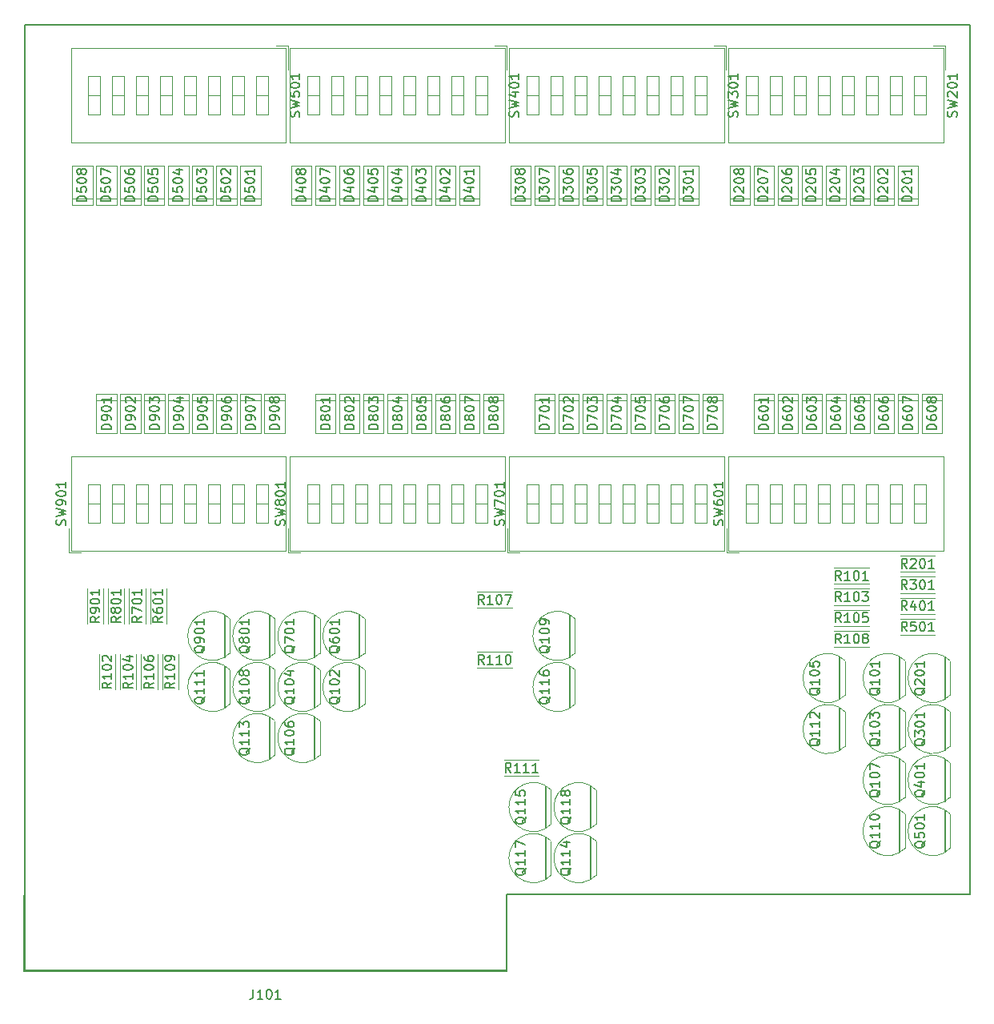
<source format=gbr>
G04 #@! TF.FileFunction,Legend,Top*
%FSLAX46Y46*%
G04 Gerber Fmt 4.6, Leading zero omitted, Abs format (unit mm)*
G04 Created by KiCad (PCBNEW 4.0.7-e2-6376~61~ubuntu18.04.1) date Sun Jul 26 21:30:14 2020*
%MOMM*%
%LPD*%
G01*
G04 APERTURE LIST*
%ADD10C,0.150000*%
%ADD11C,0.120000*%
G04 APERTURE END LIST*
D10*
X92392500Y-107315000D02*
X141440000Y-107315000D01*
X92392500Y-115405000D02*
X92392500Y-107315000D01*
X41440000Y-15405000D02*
X141440000Y-15405000D01*
X141440000Y-15405000D02*
X141440000Y-107315000D01*
X41440000Y-115405000D02*
X92392500Y-115405000D01*
X41440000Y-15405000D02*
X41440000Y-115405000D01*
D11*
X46129258Y-71209666D02*
X47399258Y-71209666D01*
X46129258Y-71209666D02*
X46129258Y-68669666D01*
X46329258Y-71009666D02*
X46329258Y-60989666D01*
X46329258Y-60989666D02*
X69069258Y-60989666D01*
X69069258Y-60989666D02*
X69069258Y-71009666D01*
X69069258Y-71009666D02*
X46329258Y-71009666D01*
X48174258Y-68029666D02*
X49444258Y-68029666D01*
X49444258Y-68029666D02*
X49444258Y-63969666D01*
X49444258Y-63969666D02*
X48174258Y-63969666D01*
X48174258Y-63969666D02*
X48174258Y-68029666D01*
X48174258Y-65999666D02*
X49444258Y-65999666D01*
X50714258Y-68029666D02*
X51984258Y-68029666D01*
X51984258Y-68029666D02*
X51984258Y-63969666D01*
X51984258Y-63969666D02*
X50714258Y-63969666D01*
X50714258Y-63969666D02*
X50714258Y-68029666D01*
X50714258Y-65999666D02*
X51984258Y-65999666D01*
X53254258Y-68029666D02*
X54524258Y-68029666D01*
X54524258Y-68029666D02*
X54524258Y-63969666D01*
X54524258Y-63969666D02*
X53254258Y-63969666D01*
X53254258Y-63969666D02*
X53254258Y-68029666D01*
X53254258Y-65999666D02*
X54524258Y-65999666D01*
X55794258Y-68029666D02*
X57064258Y-68029666D01*
X57064258Y-68029666D02*
X57064258Y-63969666D01*
X57064258Y-63969666D02*
X55794258Y-63969666D01*
X55794258Y-63969666D02*
X55794258Y-68029666D01*
X55794258Y-65999666D02*
X57064258Y-65999666D01*
X58334258Y-68029666D02*
X59604258Y-68029666D01*
X59604258Y-68029666D02*
X59604258Y-63969666D01*
X59604258Y-63969666D02*
X58334258Y-63969666D01*
X58334258Y-63969666D02*
X58334258Y-68029666D01*
X58334258Y-65999666D02*
X59604258Y-65999666D01*
X60874258Y-68029666D02*
X62144258Y-68029666D01*
X62144258Y-68029666D02*
X62144258Y-63969666D01*
X62144258Y-63969666D02*
X60874258Y-63969666D01*
X60874258Y-63969666D02*
X60874258Y-68029666D01*
X60874258Y-65999666D02*
X62144258Y-65999666D01*
X63414258Y-68029666D02*
X64684258Y-68029666D01*
X64684258Y-68029666D02*
X64684258Y-63969666D01*
X64684258Y-63969666D02*
X63414258Y-63969666D01*
X63414258Y-63969666D02*
X63414258Y-68029666D01*
X63414258Y-65999666D02*
X64684258Y-65999666D01*
X65954258Y-68029666D02*
X67224258Y-68029666D01*
X67224258Y-68029666D02*
X67224258Y-63969666D01*
X67224258Y-63969666D02*
X65954258Y-63969666D01*
X65954258Y-63969666D02*
X65954258Y-68029666D01*
X65954258Y-65999666D02*
X67224258Y-65999666D01*
X69269258Y-17609666D02*
X67999258Y-17609666D01*
X69269258Y-17609666D02*
X69269258Y-20149666D01*
X69069258Y-17809666D02*
X69069258Y-27829666D01*
X69069258Y-27829666D02*
X46329258Y-27829666D01*
X46329258Y-27829666D02*
X46329258Y-17809666D01*
X46329258Y-17809666D02*
X69069258Y-17809666D01*
X67224258Y-20789666D02*
X65954258Y-20789666D01*
X65954258Y-20789666D02*
X65954258Y-24849666D01*
X65954258Y-24849666D02*
X67224258Y-24849666D01*
X67224258Y-24849666D02*
X67224258Y-20789666D01*
X67224258Y-22819666D02*
X65954258Y-22819666D01*
X64684258Y-20789666D02*
X63414258Y-20789666D01*
X63414258Y-20789666D02*
X63414258Y-24849666D01*
X63414258Y-24849666D02*
X64684258Y-24849666D01*
X64684258Y-24849666D02*
X64684258Y-20789666D01*
X64684258Y-22819666D02*
X63414258Y-22819666D01*
X62144258Y-20789666D02*
X60874258Y-20789666D01*
X60874258Y-20789666D02*
X60874258Y-24849666D01*
X60874258Y-24849666D02*
X62144258Y-24849666D01*
X62144258Y-24849666D02*
X62144258Y-20789666D01*
X62144258Y-22819666D02*
X60874258Y-22819666D01*
X59604258Y-20789666D02*
X58334258Y-20789666D01*
X58334258Y-20789666D02*
X58334258Y-24849666D01*
X58334258Y-24849666D02*
X59604258Y-24849666D01*
X59604258Y-24849666D02*
X59604258Y-20789666D01*
X59604258Y-22819666D02*
X58334258Y-22819666D01*
X57064258Y-20789666D02*
X55794258Y-20789666D01*
X55794258Y-20789666D02*
X55794258Y-24849666D01*
X55794258Y-24849666D02*
X57064258Y-24849666D01*
X57064258Y-24849666D02*
X57064258Y-20789666D01*
X57064258Y-22819666D02*
X55794258Y-22819666D01*
X54524258Y-20789666D02*
X53254258Y-20789666D01*
X53254258Y-20789666D02*
X53254258Y-24849666D01*
X53254258Y-24849666D02*
X54524258Y-24849666D01*
X54524258Y-24849666D02*
X54524258Y-20789666D01*
X54524258Y-22819666D02*
X53254258Y-22819666D01*
X51984258Y-20789666D02*
X50714258Y-20789666D01*
X50714258Y-20789666D02*
X50714258Y-24849666D01*
X50714258Y-24849666D02*
X51984258Y-24849666D01*
X51984258Y-24849666D02*
X51984258Y-20789666D01*
X51984258Y-22819666D02*
X50714258Y-22819666D01*
X49444258Y-20789666D02*
X48174258Y-20789666D01*
X48174258Y-20789666D02*
X48174258Y-24849666D01*
X48174258Y-24849666D02*
X49444258Y-24849666D01*
X49444258Y-24849666D02*
X49444258Y-20789666D01*
X49444258Y-22819666D02*
X48174258Y-22819666D01*
X133791758Y-34404666D02*
X135911758Y-34404666D01*
X135911758Y-34404666D02*
X135911758Y-30284666D01*
X135911758Y-30284666D02*
X133791758Y-30284666D01*
X133791758Y-30284666D02*
X133791758Y-34404666D01*
X133791758Y-33744666D02*
X135911758Y-33744666D01*
X131251758Y-34404666D02*
X133371758Y-34404666D01*
X133371758Y-34404666D02*
X133371758Y-30284666D01*
X133371758Y-30284666D02*
X131251758Y-30284666D01*
X131251758Y-30284666D02*
X131251758Y-34404666D01*
X131251758Y-33744666D02*
X133371758Y-33744666D01*
X128711758Y-34404666D02*
X130831758Y-34404666D01*
X130831758Y-34404666D02*
X130831758Y-30284666D01*
X130831758Y-30284666D02*
X128711758Y-30284666D01*
X128711758Y-30284666D02*
X128711758Y-34404666D01*
X128711758Y-33744666D02*
X130831758Y-33744666D01*
X126171758Y-34404666D02*
X128291758Y-34404666D01*
X128291758Y-34404666D02*
X128291758Y-30284666D01*
X128291758Y-30284666D02*
X126171758Y-30284666D01*
X126171758Y-30284666D02*
X126171758Y-34404666D01*
X126171758Y-33744666D02*
X128291758Y-33744666D01*
X123631758Y-34404666D02*
X125751758Y-34404666D01*
X125751758Y-34404666D02*
X125751758Y-30284666D01*
X125751758Y-30284666D02*
X123631758Y-30284666D01*
X123631758Y-30284666D02*
X123631758Y-34404666D01*
X123631758Y-33744666D02*
X125751758Y-33744666D01*
X121091758Y-34404666D02*
X123211758Y-34404666D01*
X123211758Y-34404666D02*
X123211758Y-30284666D01*
X123211758Y-30284666D02*
X121091758Y-30284666D01*
X121091758Y-30284666D02*
X121091758Y-34404666D01*
X121091758Y-33744666D02*
X123211758Y-33744666D01*
X118551758Y-34404666D02*
X120671758Y-34404666D01*
X120671758Y-34404666D02*
X120671758Y-30284666D01*
X120671758Y-30284666D02*
X118551758Y-30284666D01*
X118551758Y-30284666D02*
X118551758Y-34404666D01*
X118551758Y-33744666D02*
X120671758Y-33744666D01*
X116011758Y-34404666D02*
X118131758Y-34404666D01*
X118131758Y-34404666D02*
X118131758Y-30284666D01*
X118131758Y-30284666D02*
X116011758Y-30284666D01*
X116011758Y-30284666D02*
X116011758Y-34404666D01*
X116011758Y-33744666D02*
X118131758Y-33744666D01*
X110614258Y-34404666D02*
X112734258Y-34404666D01*
X112734258Y-34404666D02*
X112734258Y-30284666D01*
X112734258Y-30284666D02*
X110614258Y-30284666D01*
X110614258Y-30284666D02*
X110614258Y-34404666D01*
X110614258Y-33744666D02*
X112734258Y-33744666D01*
X108074258Y-34404666D02*
X110194258Y-34404666D01*
X110194258Y-34404666D02*
X110194258Y-30284666D01*
X110194258Y-30284666D02*
X108074258Y-30284666D01*
X108074258Y-30284666D02*
X108074258Y-34404666D01*
X108074258Y-33744666D02*
X110194258Y-33744666D01*
X105534258Y-34404666D02*
X107654258Y-34404666D01*
X107654258Y-34404666D02*
X107654258Y-30284666D01*
X107654258Y-30284666D02*
X105534258Y-30284666D01*
X105534258Y-30284666D02*
X105534258Y-34404666D01*
X105534258Y-33744666D02*
X107654258Y-33744666D01*
X102994258Y-34404666D02*
X105114258Y-34404666D01*
X105114258Y-34404666D02*
X105114258Y-30284666D01*
X105114258Y-30284666D02*
X102994258Y-30284666D01*
X102994258Y-30284666D02*
X102994258Y-34404666D01*
X102994258Y-33744666D02*
X105114258Y-33744666D01*
X100454258Y-34404666D02*
X102574258Y-34404666D01*
X102574258Y-34404666D02*
X102574258Y-30284666D01*
X102574258Y-30284666D02*
X100454258Y-30284666D01*
X100454258Y-30284666D02*
X100454258Y-34404666D01*
X100454258Y-33744666D02*
X102574258Y-33744666D01*
X97914258Y-34404666D02*
X100034258Y-34404666D01*
X100034258Y-34404666D02*
X100034258Y-30284666D01*
X100034258Y-30284666D02*
X97914258Y-30284666D01*
X97914258Y-30284666D02*
X97914258Y-34404666D01*
X97914258Y-33744666D02*
X100034258Y-33744666D01*
X95374258Y-34404666D02*
X97494258Y-34404666D01*
X97494258Y-34404666D02*
X97494258Y-30284666D01*
X97494258Y-30284666D02*
X95374258Y-30284666D01*
X95374258Y-30284666D02*
X95374258Y-34404666D01*
X95374258Y-33744666D02*
X97494258Y-33744666D01*
X92834258Y-34404666D02*
X94954258Y-34404666D01*
X94954258Y-34404666D02*
X94954258Y-30284666D01*
X94954258Y-30284666D02*
X92834258Y-30284666D01*
X92834258Y-30284666D02*
X92834258Y-34404666D01*
X92834258Y-33744666D02*
X94954258Y-33744666D01*
X87436758Y-34404666D02*
X89556758Y-34404666D01*
X89556758Y-34404666D02*
X89556758Y-30284666D01*
X89556758Y-30284666D02*
X87436758Y-30284666D01*
X87436758Y-30284666D02*
X87436758Y-34404666D01*
X87436758Y-33744666D02*
X89556758Y-33744666D01*
X84896758Y-34404666D02*
X87016758Y-34404666D01*
X87016758Y-34404666D02*
X87016758Y-30284666D01*
X87016758Y-30284666D02*
X84896758Y-30284666D01*
X84896758Y-30284666D02*
X84896758Y-34404666D01*
X84896758Y-33744666D02*
X87016758Y-33744666D01*
X82356758Y-34404666D02*
X84476758Y-34404666D01*
X84476758Y-34404666D02*
X84476758Y-30284666D01*
X84476758Y-30284666D02*
X82356758Y-30284666D01*
X82356758Y-30284666D02*
X82356758Y-34404666D01*
X82356758Y-33744666D02*
X84476758Y-33744666D01*
X79816758Y-34404666D02*
X81936758Y-34404666D01*
X81936758Y-34404666D02*
X81936758Y-30284666D01*
X81936758Y-30284666D02*
X79816758Y-30284666D01*
X79816758Y-30284666D02*
X79816758Y-34404666D01*
X79816758Y-33744666D02*
X81936758Y-33744666D01*
X77276758Y-34404666D02*
X79396758Y-34404666D01*
X79396758Y-34404666D02*
X79396758Y-30284666D01*
X79396758Y-30284666D02*
X77276758Y-30284666D01*
X77276758Y-30284666D02*
X77276758Y-34404666D01*
X77276758Y-33744666D02*
X79396758Y-33744666D01*
X74736758Y-34404666D02*
X76856758Y-34404666D01*
X76856758Y-34404666D02*
X76856758Y-30284666D01*
X76856758Y-30284666D02*
X74736758Y-30284666D01*
X74736758Y-30284666D02*
X74736758Y-34404666D01*
X74736758Y-33744666D02*
X76856758Y-33744666D01*
X72196758Y-34404666D02*
X74316758Y-34404666D01*
X74316758Y-34404666D02*
X74316758Y-30284666D01*
X74316758Y-30284666D02*
X72196758Y-30284666D01*
X72196758Y-30284666D02*
X72196758Y-34404666D01*
X72196758Y-33744666D02*
X74316758Y-33744666D01*
X69656758Y-34404666D02*
X71776758Y-34404666D01*
X71776758Y-34404666D02*
X71776758Y-30284666D01*
X71776758Y-30284666D02*
X69656758Y-30284666D01*
X69656758Y-30284666D02*
X69656758Y-34404666D01*
X69656758Y-33744666D02*
X71776758Y-33744666D01*
X64259258Y-34404666D02*
X66379258Y-34404666D01*
X66379258Y-34404666D02*
X66379258Y-30284666D01*
X66379258Y-30284666D02*
X64259258Y-30284666D01*
X64259258Y-30284666D02*
X64259258Y-34404666D01*
X64259258Y-33744666D02*
X66379258Y-33744666D01*
X61719258Y-34404666D02*
X63839258Y-34404666D01*
X63839258Y-34404666D02*
X63839258Y-30284666D01*
X63839258Y-30284666D02*
X61719258Y-30284666D01*
X61719258Y-30284666D02*
X61719258Y-34404666D01*
X61719258Y-33744666D02*
X63839258Y-33744666D01*
X59179258Y-34404666D02*
X61299258Y-34404666D01*
X61299258Y-34404666D02*
X61299258Y-30284666D01*
X61299258Y-30284666D02*
X59179258Y-30284666D01*
X59179258Y-30284666D02*
X59179258Y-34404666D01*
X59179258Y-33744666D02*
X61299258Y-33744666D01*
X56639258Y-34404666D02*
X58759258Y-34404666D01*
X58759258Y-34404666D02*
X58759258Y-30284666D01*
X58759258Y-30284666D02*
X56639258Y-30284666D01*
X56639258Y-30284666D02*
X56639258Y-34404666D01*
X56639258Y-33744666D02*
X58759258Y-33744666D01*
X54026757Y-34404666D02*
X56146757Y-34404666D01*
X56146757Y-34404666D02*
X56146757Y-30284666D01*
X56146757Y-30284666D02*
X54026757Y-30284666D01*
X54026757Y-30284666D02*
X54026757Y-34404666D01*
X54026757Y-33744666D02*
X56146757Y-33744666D01*
X51559258Y-34404666D02*
X53679258Y-34404666D01*
X53679258Y-34404666D02*
X53679258Y-30284666D01*
X53679258Y-30284666D02*
X51559258Y-30284666D01*
X51559258Y-30284666D02*
X51559258Y-34404666D01*
X51559258Y-33744666D02*
X53679258Y-33744666D01*
X49019258Y-34404666D02*
X51139258Y-34404666D01*
X51139258Y-34404666D02*
X51139258Y-30284666D01*
X51139258Y-30284666D02*
X49019258Y-30284666D01*
X49019258Y-30284666D02*
X49019258Y-34404666D01*
X49019258Y-33744666D02*
X51139258Y-33744666D01*
X46479258Y-34404666D02*
X48599258Y-34404666D01*
X48599258Y-34404666D02*
X48599258Y-30284666D01*
X48599258Y-30284666D02*
X46479258Y-30284666D01*
X46479258Y-30284666D02*
X46479258Y-34404666D01*
X46479258Y-33744666D02*
X48599258Y-33744666D01*
X120671758Y-54414666D02*
X118551758Y-54414666D01*
X118551758Y-54414666D02*
X118551758Y-58534666D01*
X118551758Y-58534666D02*
X120671758Y-58534666D01*
X120671758Y-58534666D02*
X120671758Y-54414666D01*
X120671758Y-55074666D02*
X118551758Y-55074666D01*
X123211758Y-54414666D02*
X121091758Y-54414666D01*
X121091758Y-54414666D02*
X121091758Y-58534666D01*
X121091758Y-58534666D02*
X123211758Y-58534666D01*
X123211758Y-58534666D02*
X123211758Y-54414666D01*
X123211758Y-55074666D02*
X121091758Y-55074666D01*
X125751758Y-54414666D02*
X123631758Y-54414666D01*
X123631758Y-54414666D02*
X123631758Y-58534666D01*
X123631758Y-58534666D02*
X125751758Y-58534666D01*
X125751758Y-58534666D02*
X125751758Y-54414666D01*
X125751758Y-55074666D02*
X123631758Y-55074666D01*
X128291758Y-54414666D02*
X126171758Y-54414666D01*
X126171758Y-54414666D02*
X126171758Y-58534666D01*
X126171758Y-58534666D02*
X128291758Y-58534666D01*
X128291758Y-58534666D02*
X128291758Y-54414666D01*
X128291758Y-55074666D02*
X126171758Y-55074666D01*
X130831758Y-54414666D02*
X128711758Y-54414666D01*
X128711758Y-54414666D02*
X128711758Y-58534666D01*
X128711758Y-58534666D02*
X130831758Y-58534666D01*
X130831758Y-58534666D02*
X130831758Y-54414666D01*
X130831758Y-55074666D02*
X128711758Y-55074666D01*
X133371758Y-54414666D02*
X131251758Y-54414666D01*
X131251758Y-54414666D02*
X131251758Y-58534666D01*
X131251758Y-58534666D02*
X133371758Y-58534666D01*
X133371758Y-58534666D02*
X133371758Y-54414666D01*
X133371758Y-55074666D02*
X131251758Y-55074666D01*
X135911758Y-54414666D02*
X133791758Y-54414666D01*
X133791758Y-54414666D02*
X133791758Y-58534666D01*
X133791758Y-58534666D02*
X135911758Y-58534666D01*
X135911758Y-58534666D02*
X135911758Y-54414666D01*
X135911758Y-55074666D02*
X133791758Y-55074666D01*
X138451758Y-54414666D02*
X136331758Y-54414666D01*
X136331758Y-54414666D02*
X136331758Y-58534666D01*
X136331758Y-58534666D02*
X138451758Y-58534666D01*
X138451758Y-58534666D02*
X138451758Y-54414666D01*
X138451758Y-55074666D02*
X136331758Y-55074666D01*
X97494258Y-54414666D02*
X95374258Y-54414666D01*
X95374258Y-54414666D02*
X95374258Y-58534666D01*
X95374258Y-58534666D02*
X97494258Y-58534666D01*
X97494258Y-58534666D02*
X97494258Y-54414666D01*
X97494258Y-55074666D02*
X95374258Y-55074666D01*
X100034258Y-54414666D02*
X97914258Y-54414666D01*
X97914258Y-54414666D02*
X97914258Y-58534666D01*
X97914258Y-58534666D02*
X100034258Y-58534666D01*
X100034258Y-58534666D02*
X100034258Y-54414666D01*
X100034258Y-55074666D02*
X97914258Y-55074666D01*
X102574258Y-54414666D02*
X100454258Y-54414666D01*
X100454258Y-54414666D02*
X100454258Y-58534666D01*
X100454258Y-58534666D02*
X102574258Y-58534666D01*
X102574258Y-58534666D02*
X102574258Y-54414666D01*
X102574258Y-55074666D02*
X100454258Y-55074666D01*
X105114258Y-54414666D02*
X102994258Y-54414666D01*
X102994258Y-54414666D02*
X102994258Y-58534666D01*
X102994258Y-58534666D02*
X105114258Y-58534666D01*
X105114258Y-58534666D02*
X105114258Y-54414666D01*
X105114258Y-55074666D02*
X102994258Y-55074666D01*
X107654258Y-54414666D02*
X105534258Y-54414666D01*
X105534258Y-54414666D02*
X105534258Y-58534666D01*
X105534258Y-58534666D02*
X107654258Y-58534666D01*
X107654258Y-58534666D02*
X107654258Y-54414666D01*
X107654258Y-55074666D02*
X105534258Y-55074666D01*
X110194258Y-54414666D02*
X108074258Y-54414666D01*
X108074258Y-54414666D02*
X108074258Y-58534666D01*
X108074258Y-58534666D02*
X110194258Y-58534666D01*
X110194258Y-58534666D02*
X110194258Y-54414666D01*
X110194258Y-55074666D02*
X108074258Y-55074666D01*
X112734258Y-54414666D02*
X110614258Y-54414666D01*
X110614258Y-54414666D02*
X110614258Y-58534666D01*
X110614258Y-58534666D02*
X112734258Y-58534666D01*
X112734258Y-58534666D02*
X112734258Y-54414666D01*
X112734258Y-55074666D02*
X110614258Y-55074666D01*
X115274258Y-54414666D02*
X113154258Y-54414666D01*
X113154258Y-54414666D02*
X113154258Y-58534666D01*
X113154258Y-58534666D02*
X115274258Y-58534666D01*
X115274258Y-58534666D02*
X115274258Y-54414666D01*
X115274258Y-55074666D02*
X113154258Y-55074666D01*
X74316758Y-54414666D02*
X72196758Y-54414666D01*
X72196758Y-54414666D02*
X72196758Y-58534666D01*
X72196758Y-58534666D02*
X74316758Y-58534666D01*
X74316758Y-58534666D02*
X74316758Y-54414666D01*
X74316758Y-55074666D02*
X72196758Y-55074666D01*
X76856758Y-54414666D02*
X74736758Y-54414666D01*
X74736758Y-54414666D02*
X74736758Y-58534666D01*
X74736758Y-58534666D02*
X76856758Y-58534666D01*
X76856758Y-58534666D02*
X76856758Y-54414666D01*
X76856758Y-55074666D02*
X74736758Y-55074666D01*
X79396758Y-54414666D02*
X77276758Y-54414666D01*
X77276758Y-54414666D02*
X77276758Y-58534666D01*
X77276758Y-58534666D02*
X79396758Y-58534666D01*
X79396758Y-58534666D02*
X79396758Y-54414666D01*
X79396758Y-55074666D02*
X77276758Y-55074666D01*
X81936758Y-54414666D02*
X79816758Y-54414666D01*
X79816758Y-54414666D02*
X79816758Y-58534666D01*
X79816758Y-58534666D02*
X81936758Y-58534666D01*
X81936758Y-58534666D02*
X81936758Y-54414666D01*
X81936758Y-55074666D02*
X79816758Y-55074666D01*
X84476758Y-54414666D02*
X82356758Y-54414666D01*
X82356758Y-54414666D02*
X82356758Y-58534666D01*
X82356758Y-58534666D02*
X84476758Y-58534666D01*
X84476758Y-58534666D02*
X84476758Y-54414666D01*
X84476758Y-55074666D02*
X82356758Y-55074666D01*
X87016758Y-54414666D02*
X84896758Y-54414666D01*
X84896758Y-54414666D02*
X84896758Y-58534666D01*
X84896758Y-58534666D02*
X87016758Y-58534666D01*
X87016758Y-58534666D02*
X87016758Y-54414666D01*
X87016758Y-55074666D02*
X84896758Y-55074666D01*
X89556758Y-54414666D02*
X87436758Y-54414666D01*
X87436758Y-54414666D02*
X87436758Y-58534666D01*
X87436758Y-58534666D02*
X89556758Y-58534666D01*
X89556758Y-58534666D02*
X89556758Y-54414666D01*
X89556758Y-55074666D02*
X87436758Y-55074666D01*
X92096758Y-54414666D02*
X89976758Y-54414666D01*
X89976758Y-54414666D02*
X89976758Y-58534666D01*
X89976758Y-58534666D02*
X92096758Y-58534666D01*
X92096758Y-58534666D02*
X92096758Y-54414666D01*
X92096758Y-55074666D02*
X89976758Y-55074666D01*
X51139258Y-54414666D02*
X49019258Y-54414666D01*
X49019258Y-54414666D02*
X49019258Y-58534666D01*
X49019258Y-58534666D02*
X51139258Y-58534666D01*
X51139258Y-58534666D02*
X51139258Y-54414666D01*
X51139258Y-55074666D02*
X49019258Y-55074666D01*
X53679258Y-54414666D02*
X51559258Y-54414666D01*
X51559258Y-54414666D02*
X51559258Y-58534666D01*
X51559258Y-58534666D02*
X53679258Y-58534666D01*
X53679258Y-58534666D02*
X53679258Y-54414666D01*
X53679258Y-55074666D02*
X51559258Y-55074666D01*
X56219258Y-54414666D02*
X54099258Y-54414666D01*
X54099258Y-54414666D02*
X54099258Y-58534666D01*
X54099258Y-58534666D02*
X56219258Y-58534666D01*
X56219258Y-58534666D02*
X56219258Y-54414666D01*
X56219258Y-55074666D02*
X54099258Y-55074666D01*
X58759258Y-54414666D02*
X56639258Y-54414666D01*
X56639258Y-54414666D02*
X56639258Y-58534666D01*
X56639258Y-58534666D02*
X58759258Y-58534666D01*
X58759258Y-58534666D02*
X58759258Y-54414666D01*
X58759258Y-55074666D02*
X56639258Y-55074666D01*
X61299258Y-54414666D02*
X59179258Y-54414666D01*
X59179258Y-54414666D02*
X59179258Y-58534666D01*
X59179258Y-58534666D02*
X61299258Y-58534666D01*
X61299258Y-58534666D02*
X61299258Y-54414666D01*
X61299258Y-55074666D02*
X59179258Y-55074666D01*
X63839258Y-54414666D02*
X61719258Y-54414666D01*
X61719258Y-54414666D02*
X61719258Y-58534666D01*
X61719258Y-58534666D02*
X63839258Y-58534666D01*
X63839258Y-58534666D02*
X63839258Y-54414666D01*
X63839258Y-55074666D02*
X61719258Y-55074666D01*
X66379258Y-54414666D02*
X64259258Y-54414666D01*
X64259258Y-54414666D02*
X64259258Y-58534666D01*
X64259258Y-58534666D02*
X66379258Y-58534666D01*
X66379258Y-58534666D02*
X66379258Y-54414666D01*
X66379258Y-55074666D02*
X64259258Y-55074666D01*
X68919258Y-54414666D02*
X66799258Y-54414666D01*
X66799258Y-54414666D02*
X66799258Y-58534666D01*
X66799258Y-58534666D02*
X68919258Y-58534666D01*
X68919258Y-58534666D02*
X68919258Y-54414666D01*
X68919258Y-55074666D02*
X66799258Y-55074666D01*
D10*
X92400000Y-115442500D02*
X92400000Y-107442500D01*
X41400000Y-115442500D02*
X41400000Y-107442500D01*
X41400000Y-115442500D02*
X92400000Y-115442500D01*
X134010400Y-86690200D02*
X134010400Y-82219800D01*
D11*
X134565000Y-86255000D02*
X134565000Y-82655000D01*
X134553478Y-86293478D02*
G75*
G02X130115000Y-84455000I-1838478J1838478D01*
G01*
X134553478Y-82616522D02*
G75*
G03X130115000Y-84455000I-1838478J-1838478D01*
G01*
D10*
X76860400Y-87642700D02*
X76860400Y-83172300D01*
D11*
X77415000Y-87207500D02*
X77415000Y-83607500D01*
X77403478Y-87245978D02*
G75*
G02X72965000Y-85407500I-1838478J1838478D01*
G01*
X77403478Y-83569022D02*
G75*
G03X72965000Y-85407500I-1838478J-1838478D01*
G01*
D10*
X134010400Y-92087700D02*
X134010400Y-87617300D01*
D11*
X134565000Y-91652500D02*
X134565000Y-88052500D01*
X134553478Y-91690978D02*
G75*
G02X130115000Y-89852500I-1838478J1838478D01*
G01*
X134553478Y-88014022D02*
G75*
G03X130115000Y-89852500I-1838478J-1838478D01*
G01*
D10*
X72097900Y-87642700D02*
X72097900Y-83172300D01*
D11*
X72652500Y-87207500D02*
X72652500Y-83607500D01*
X72640978Y-87245978D02*
G75*
G02X68202500Y-85407500I-1838478J1838478D01*
G01*
X72640978Y-83569022D02*
G75*
G03X68202500Y-85407500I-1838478J-1838478D01*
G01*
D10*
X127660400Y-86690200D02*
X127660400Y-82219800D01*
D11*
X128215000Y-86255000D02*
X128215000Y-82655000D01*
X128203478Y-86293478D02*
G75*
G02X123765000Y-84455000I-1838478J1838478D01*
G01*
X128203478Y-82616522D02*
G75*
G03X123765000Y-84455000I-1838478J-1838478D01*
G01*
D10*
X72097900Y-93040200D02*
X72097900Y-88569800D01*
D11*
X72652500Y-92605000D02*
X72652500Y-89005000D01*
X72640978Y-92643478D02*
G75*
G02X68202500Y-90805000I-1838478J1838478D01*
G01*
X72640978Y-88966522D02*
G75*
G03X68202500Y-90805000I-1838478J-1838478D01*
G01*
D10*
X134010400Y-97485200D02*
X134010400Y-93014800D01*
D11*
X134565000Y-97050000D02*
X134565000Y-93450000D01*
X134553478Y-97088478D02*
G75*
G02X130115000Y-95250000I-1838478J1838478D01*
G01*
X134553478Y-93411522D02*
G75*
G03X130115000Y-95250000I-1838478J-1838478D01*
G01*
D10*
X67335400Y-87642700D02*
X67335400Y-83172300D01*
D11*
X67890000Y-87207500D02*
X67890000Y-83607500D01*
X67878478Y-87245978D02*
G75*
G02X63440000Y-85407500I-1838478J1838478D01*
G01*
X67878478Y-83569022D02*
G75*
G03X63440000Y-85407500I-1838478J-1838478D01*
G01*
D10*
X99085400Y-82245200D02*
X99085400Y-77774800D01*
D11*
X99640000Y-81810000D02*
X99640000Y-78210000D01*
X99628478Y-81848478D02*
G75*
G02X95190000Y-80010000I-1838478J1838478D01*
G01*
X99628478Y-78171522D02*
G75*
G03X95190000Y-80010000I-1838478J-1838478D01*
G01*
D10*
X134010400Y-102882700D02*
X134010400Y-98412300D01*
D11*
X134565000Y-102447500D02*
X134565000Y-98847500D01*
X134553478Y-102485978D02*
G75*
G02X130115000Y-100647500I-1838478J1838478D01*
G01*
X134553478Y-98809022D02*
G75*
G03X130115000Y-100647500I-1838478J-1838478D01*
G01*
D10*
X62572900Y-87642700D02*
X62572900Y-83172300D01*
D11*
X63127500Y-87207500D02*
X63127500Y-83607500D01*
X63115978Y-87245978D02*
G75*
G02X58677500Y-85407500I-1838478J1838478D01*
G01*
X63115978Y-83569022D02*
G75*
G03X58677500Y-85407500I-1838478J-1838478D01*
G01*
D10*
X127660400Y-92087700D02*
X127660400Y-87617300D01*
D11*
X128215000Y-91652500D02*
X128215000Y-88052500D01*
X128203478Y-91690978D02*
G75*
G02X123765000Y-89852500I-1838478J1838478D01*
G01*
X128203478Y-88014022D02*
G75*
G03X123765000Y-89852500I-1838478J-1838478D01*
G01*
D10*
X67335400Y-93040200D02*
X67335400Y-88569800D01*
D11*
X67890000Y-92605000D02*
X67890000Y-89005000D01*
X67878478Y-92643478D02*
G75*
G02X63440000Y-90805000I-1838478J1838478D01*
G01*
X67878478Y-88966522D02*
G75*
G03X63440000Y-90805000I-1838478J-1838478D01*
G01*
D10*
X101307900Y-105740200D02*
X101307900Y-101269800D01*
D11*
X101862500Y-105305000D02*
X101862500Y-101705000D01*
X101850978Y-105343478D02*
G75*
G02X97412500Y-103505000I-1838478J1838478D01*
G01*
X101850978Y-101666522D02*
G75*
G03X97412500Y-103505000I-1838478J-1838478D01*
G01*
D10*
X96545400Y-100342700D02*
X96545400Y-95872300D01*
D11*
X97100000Y-99907500D02*
X97100000Y-96307500D01*
X97088478Y-99945978D02*
G75*
G02X92650000Y-98107500I-1838478J1838478D01*
G01*
X97088478Y-96269022D02*
G75*
G03X92650000Y-98107500I-1838478J-1838478D01*
G01*
D10*
X99085400Y-87642700D02*
X99085400Y-83172300D01*
D11*
X99640000Y-87207500D02*
X99640000Y-83607500D01*
X99628478Y-87245978D02*
G75*
G02X95190000Y-85407500I-1838478J1838478D01*
G01*
X99628478Y-83569022D02*
G75*
G03X95190000Y-85407500I-1838478J-1838478D01*
G01*
D10*
X96545400Y-105740200D02*
X96545400Y-101269800D01*
D11*
X97100000Y-105305000D02*
X97100000Y-101705000D01*
X97088478Y-105343478D02*
G75*
G02X92650000Y-103505000I-1838478J1838478D01*
G01*
X97088478Y-101666522D02*
G75*
G03X92650000Y-103505000I-1838478J-1838478D01*
G01*
D10*
X101307900Y-100342700D02*
X101307900Y-95872300D01*
D11*
X101862500Y-99907500D02*
X101862500Y-96307500D01*
X101850978Y-99945978D02*
G75*
G02X97412500Y-98107500I-1838478J1838478D01*
G01*
X101850978Y-96269022D02*
G75*
G03X97412500Y-98107500I-1838478J-1838478D01*
G01*
D10*
X138772900Y-86690200D02*
X138772900Y-82219800D01*
D11*
X139327500Y-86255000D02*
X139327500Y-82655000D01*
X139315978Y-86293478D02*
G75*
G02X134877500Y-84455000I-1838478J1838478D01*
G01*
X139315978Y-82616522D02*
G75*
G03X134877500Y-84455000I-1838478J-1838478D01*
G01*
D10*
X138772900Y-92087700D02*
X138772900Y-87617300D01*
D11*
X139327500Y-91652500D02*
X139327500Y-88052500D01*
X139315978Y-91690978D02*
G75*
G02X134877500Y-89852500I-1838478J1838478D01*
G01*
X139315978Y-88014022D02*
G75*
G03X134877500Y-89852500I-1838478J-1838478D01*
G01*
D10*
X138772900Y-97485200D02*
X138772900Y-93014800D01*
D11*
X139327500Y-97050000D02*
X139327500Y-93450000D01*
X139315978Y-97088478D02*
G75*
G02X134877500Y-95250000I-1838478J1838478D01*
G01*
X139315978Y-93411522D02*
G75*
G03X134877500Y-95250000I-1838478J-1838478D01*
G01*
D10*
X138772900Y-102882700D02*
X138772900Y-98412300D01*
D11*
X139327500Y-102447500D02*
X139327500Y-98847500D01*
X139315978Y-102485978D02*
G75*
G02X134877500Y-100647500I-1838478J1838478D01*
G01*
X139315978Y-98809022D02*
G75*
G03X134877500Y-100647500I-1838478J-1838478D01*
G01*
D10*
X76860400Y-82245200D02*
X76860400Y-77774800D01*
D11*
X77415000Y-81810000D02*
X77415000Y-78210000D01*
X77403478Y-81848478D02*
G75*
G02X72965000Y-80010000I-1838478J1838478D01*
G01*
X77403478Y-78171522D02*
G75*
G03X72965000Y-80010000I-1838478J-1838478D01*
G01*
D10*
X72097900Y-82245200D02*
X72097900Y-77774800D01*
D11*
X72652500Y-81810000D02*
X72652500Y-78210000D01*
X72640978Y-81848478D02*
G75*
G02X68202500Y-80010000I-1838478J1838478D01*
G01*
X72640978Y-78171522D02*
G75*
G03X68202500Y-80010000I-1838478J-1838478D01*
G01*
D10*
X67335400Y-82245200D02*
X67335400Y-77774800D01*
D11*
X67890000Y-81810000D02*
X67890000Y-78210000D01*
X67878478Y-81848478D02*
G75*
G02X63440000Y-80010000I-1838478J1838478D01*
G01*
X67878478Y-78171522D02*
G75*
G03X63440000Y-80010000I-1838478J-1838478D01*
G01*
D10*
X62572900Y-82245200D02*
X62572900Y-77774800D01*
D11*
X63127500Y-81810000D02*
X63127500Y-78210000D01*
X63115978Y-81848478D02*
G75*
G02X58677500Y-80010000I-1838478J1838478D01*
G01*
X63115978Y-78171522D02*
G75*
G03X58677500Y-80010000I-1838478J-1838478D01*
G01*
X130765000Y-74520000D02*
X127045000Y-74520000D01*
X130765000Y-72800000D02*
X127045000Y-72800000D01*
X51025000Y-81960000D02*
X51025000Y-85680000D01*
X49305000Y-81960000D02*
X49305000Y-85680000D01*
X130765000Y-76742500D02*
X127045000Y-76742500D01*
X130765000Y-75022500D02*
X127045000Y-75022500D01*
X53247500Y-81960000D02*
X53247500Y-85680000D01*
X51527500Y-81960000D02*
X51527500Y-85680000D01*
X130765000Y-78965000D02*
X127045000Y-78965000D01*
X130765000Y-77245000D02*
X127045000Y-77245000D01*
X55470000Y-81960000D02*
X55470000Y-85680000D01*
X53750000Y-81960000D02*
X53750000Y-85680000D01*
X89262500Y-75340000D02*
X92982500Y-75340000D01*
X89262500Y-77060000D02*
X92982500Y-77060000D01*
X130765000Y-81187500D02*
X127045000Y-81187500D01*
X130765000Y-79467500D02*
X127045000Y-79467500D01*
X57692500Y-81960000D02*
X57692500Y-85680000D01*
X55972500Y-81960000D02*
X55972500Y-85680000D01*
X89262500Y-81690000D02*
X92982500Y-81690000D01*
X89262500Y-83410000D02*
X92982500Y-83410000D01*
X92120000Y-93120000D02*
X95840000Y-93120000D01*
X92120000Y-94840000D02*
X95840000Y-94840000D01*
X134030000Y-71530000D02*
X137750000Y-71530000D01*
X134030000Y-73250000D02*
X137750000Y-73250000D01*
X134030000Y-73752500D02*
X137750000Y-73752500D01*
X134030000Y-75472500D02*
X137750000Y-75472500D01*
X134030000Y-75975000D02*
X137750000Y-75975000D01*
X134030000Y-77695000D02*
X137750000Y-77695000D01*
X134030000Y-78197500D02*
X137750000Y-78197500D01*
X134030000Y-79917500D02*
X137750000Y-79917500D01*
X54702500Y-78695000D02*
X54702500Y-74975000D01*
X56422500Y-78695000D02*
X56422500Y-74975000D01*
X52480000Y-78695000D02*
X52480000Y-74975000D01*
X54200000Y-78695000D02*
X54200000Y-74975000D01*
X50257500Y-78695000D02*
X50257500Y-74975000D01*
X51977500Y-78695000D02*
X51977500Y-74975000D01*
X48035000Y-78695000D02*
X48035000Y-74975000D01*
X49755000Y-78695000D02*
X49755000Y-74975000D01*
X138801758Y-17609666D02*
X137531758Y-17609666D01*
X138801758Y-17609666D02*
X138801758Y-20149666D01*
X138601758Y-17809666D02*
X138601758Y-27829666D01*
X138601758Y-27829666D02*
X115861758Y-27829666D01*
X115861758Y-27829666D02*
X115861758Y-17809666D01*
X115861758Y-17809666D02*
X138601758Y-17809666D01*
X136756758Y-20789666D02*
X135486758Y-20789666D01*
X135486758Y-20789666D02*
X135486758Y-24849666D01*
X135486758Y-24849666D02*
X136756758Y-24849666D01*
X136756758Y-24849666D02*
X136756758Y-20789666D01*
X136756758Y-22819666D02*
X135486758Y-22819666D01*
X134216758Y-20789666D02*
X132946758Y-20789666D01*
X132946758Y-20789666D02*
X132946758Y-24849666D01*
X132946758Y-24849666D02*
X134216758Y-24849666D01*
X134216758Y-24849666D02*
X134216758Y-20789666D01*
X134216758Y-22819666D02*
X132946758Y-22819666D01*
X131676758Y-20789666D02*
X130406758Y-20789666D01*
X130406758Y-20789666D02*
X130406758Y-24849666D01*
X130406758Y-24849666D02*
X131676758Y-24849666D01*
X131676758Y-24849666D02*
X131676758Y-20789666D01*
X131676758Y-22819666D02*
X130406758Y-22819666D01*
X129136758Y-20789666D02*
X127866758Y-20789666D01*
X127866758Y-20789666D02*
X127866758Y-24849666D01*
X127866758Y-24849666D02*
X129136758Y-24849666D01*
X129136758Y-24849666D02*
X129136758Y-20789666D01*
X129136758Y-22819666D02*
X127866758Y-22819666D01*
X126596758Y-20789666D02*
X125326758Y-20789666D01*
X125326758Y-20789666D02*
X125326758Y-24849666D01*
X125326758Y-24849666D02*
X126596758Y-24849666D01*
X126596758Y-24849666D02*
X126596758Y-20789666D01*
X126596758Y-22819666D02*
X125326758Y-22819666D01*
X124056758Y-20789666D02*
X122786758Y-20789666D01*
X122786758Y-20789666D02*
X122786758Y-24849666D01*
X122786758Y-24849666D02*
X124056758Y-24849666D01*
X124056758Y-24849666D02*
X124056758Y-20789666D01*
X124056758Y-22819666D02*
X122786758Y-22819666D01*
X121516758Y-20789666D02*
X120246758Y-20789666D01*
X120246758Y-20789666D02*
X120246758Y-24849666D01*
X120246758Y-24849666D02*
X121516758Y-24849666D01*
X121516758Y-24849666D02*
X121516758Y-20789666D01*
X121516758Y-22819666D02*
X120246758Y-22819666D01*
X118976758Y-20789666D02*
X117706758Y-20789666D01*
X117706758Y-20789666D02*
X117706758Y-24849666D01*
X117706758Y-24849666D02*
X118976758Y-24849666D01*
X118976758Y-24849666D02*
X118976758Y-20789666D01*
X118976758Y-22819666D02*
X117706758Y-22819666D01*
X115624258Y-17609666D02*
X114354258Y-17609666D01*
X115624258Y-17609666D02*
X115624258Y-20149666D01*
X115424258Y-17809666D02*
X115424258Y-27829666D01*
X115424258Y-27829666D02*
X92684258Y-27829666D01*
X92684258Y-27829666D02*
X92684258Y-17809666D01*
X92684258Y-17809666D02*
X115424258Y-17809666D01*
X113579258Y-20789666D02*
X112309258Y-20789666D01*
X112309258Y-20789666D02*
X112309258Y-24849666D01*
X112309258Y-24849666D02*
X113579258Y-24849666D01*
X113579258Y-24849666D02*
X113579258Y-20789666D01*
X113579258Y-22819666D02*
X112309258Y-22819666D01*
X111039258Y-20789666D02*
X109769258Y-20789666D01*
X109769258Y-20789666D02*
X109769258Y-24849666D01*
X109769258Y-24849666D02*
X111039258Y-24849666D01*
X111039258Y-24849666D02*
X111039258Y-20789666D01*
X111039258Y-22819666D02*
X109769258Y-22819666D01*
X108499258Y-20789666D02*
X107229258Y-20789666D01*
X107229258Y-20789666D02*
X107229258Y-24849666D01*
X107229258Y-24849666D02*
X108499258Y-24849666D01*
X108499258Y-24849666D02*
X108499258Y-20789666D01*
X108499258Y-22819666D02*
X107229258Y-22819666D01*
X105959258Y-20789666D02*
X104689258Y-20789666D01*
X104689258Y-20789666D02*
X104689258Y-24849666D01*
X104689258Y-24849666D02*
X105959258Y-24849666D01*
X105959258Y-24849666D02*
X105959258Y-20789666D01*
X105959258Y-22819666D02*
X104689258Y-22819666D01*
X103419258Y-20789666D02*
X102149258Y-20789666D01*
X102149258Y-20789666D02*
X102149258Y-24849666D01*
X102149258Y-24849666D02*
X103419258Y-24849666D01*
X103419258Y-24849666D02*
X103419258Y-20789666D01*
X103419258Y-22819666D02*
X102149258Y-22819666D01*
X100879258Y-20789666D02*
X99609258Y-20789666D01*
X99609258Y-20789666D02*
X99609258Y-24849666D01*
X99609258Y-24849666D02*
X100879258Y-24849666D01*
X100879258Y-24849666D02*
X100879258Y-20789666D01*
X100879258Y-22819666D02*
X99609258Y-22819666D01*
X98339258Y-20789666D02*
X97069258Y-20789666D01*
X97069258Y-20789666D02*
X97069258Y-24849666D01*
X97069258Y-24849666D02*
X98339258Y-24849666D01*
X98339258Y-24849666D02*
X98339258Y-20789666D01*
X98339258Y-22819666D02*
X97069258Y-22819666D01*
X95799258Y-20789666D02*
X94529258Y-20789666D01*
X94529258Y-20789666D02*
X94529258Y-24849666D01*
X94529258Y-24849666D02*
X95799258Y-24849666D01*
X95799258Y-24849666D02*
X95799258Y-20789666D01*
X95799258Y-22819666D02*
X94529258Y-22819666D01*
X92446758Y-17609666D02*
X91176758Y-17609666D01*
X92446758Y-17609666D02*
X92446758Y-20149666D01*
X92246758Y-17809666D02*
X92246758Y-27829666D01*
X92246758Y-27829666D02*
X69506758Y-27829666D01*
X69506758Y-27829666D02*
X69506758Y-17809666D01*
X69506758Y-17809666D02*
X92246758Y-17809666D01*
X90401758Y-20789666D02*
X89131758Y-20789666D01*
X89131758Y-20789666D02*
X89131758Y-24849666D01*
X89131758Y-24849666D02*
X90401758Y-24849666D01*
X90401758Y-24849666D02*
X90401758Y-20789666D01*
X90401758Y-22819666D02*
X89131758Y-22819666D01*
X87861758Y-20789666D02*
X86591758Y-20789666D01*
X86591758Y-20789666D02*
X86591758Y-24849666D01*
X86591758Y-24849666D02*
X87861758Y-24849666D01*
X87861758Y-24849666D02*
X87861758Y-20789666D01*
X87861758Y-22819666D02*
X86591758Y-22819666D01*
X85321758Y-20789666D02*
X84051758Y-20789666D01*
X84051758Y-20789666D02*
X84051758Y-24849666D01*
X84051758Y-24849666D02*
X85321758Y-24849666D01*
X85321758Y-24849666D02*
X85321758Y-20789666D01*
X85321758Y-22819666D02*
X84051758Y-22819666D01*
X82781758Y-20789666D02*
X81511758Y-20789666D01*
X81511758Y-20789666D02*
X81511758Y-24849666D01*
X81511758Y-24849666D02*
X82781758Y-24849666D01*
X82781758Y-24849666D02*
X82781758Y-20789666D01*
X82781758Y-22819666D02*
X81511758Y-22819666D01*
X80241758Y-20789666D02*
X78971758Y-20789666D01*
X78971758Y-20789666D02*
X78971758Y-24849666D01*
X78971758Y-24849666D02*
X80241758Y-24849666D01*
X80241758Y-24849666D02*
X80241758Y-20789666D01*
X80241758Y-22819666D02*
X78971758Y-22819666D01*
X77701758Y-20789666D02*
X76431758Y-20789666D01*
X76431758Y-20789666D02*
X76431758Y-24849666D01*
X76431758Y-24849666D02*
X77701758Y-24849666D01*
X77701758Y-24849666D02*
X77701758Y-20789666D01*
X77701758Y-22819666D02*
X76431758Y-22819666D01*
X75161758Y-20789666D02*
X73891758Y-20789666D01*
X73891758Y-20789666D02*
X73891758Y-24849666D01*
X73891758Y-24849666D02*
X75161758Y-24849666D01*
X75161758Y-24849666D02*
X75161758Y-20789666D01*
X75161758Y-22819666D02*
X73891758Y-22819666D01*
X72621758Y-20789666D02*
X71351758Y-20789666D01*
X71351758Y-20789666D02*
X71351758Y-24849666D01*
X71351758Y-24849666D02*
X72621758Y-24849666D01*
X72621758Y-24849666D02*
X72621758Y-20789666D01*
X72621758Y-22819666D02*
X71351758Y-22819666D01*
X115661758Y-71209666D02*
X116931758Y-71209666D01*
X115661758Y-71209666D02*
X115661758Y-68669666D01*
X115861758Y-71009666D02*
X115861758Y-60989666D01*
X115861758Y-60989666D02*
X138601758Y-60989666D01*
X138601758Y-60989666D02*
X138601758Y-71009666D01*
X138601758Y-71009666D02*
X115861758Y-71009666D01*
X117706758Y-68029666D02*
X118976758Y-68029666D01*
X118976758Y-68029666D02*
X118976758Y-63969666D01*
X118976758Y-63969666D02*
X117706758Y-63969666D01*
X117706758Y-63969666D02*
X117706758Y-68029666D01*
X117706758Y-65999666D02*
X118976758Y-65999666D01*
X120246758Y-68029666D02*
X121516758Y-68029666D01*
X121516758Y-68029666D02*
X121516758Y-63969666D01*
X121516758Y-63969666D02*
X120246758Y-63969666D01*
X120246758Y-63969666D02*
X120246758Y-68029666D01*
X120246758Y-65999666D02*
X121516758Y-65999666D01*
X122786758Y-68029666D02*
X124056758Y-68029666D01*
X124056758Y-68029666D02*
X124056758Y-63969666D01*
X124056758Y-63969666D02*
X122786758Y-63969666D01*
X122786758Y-63969666D02*
X122786758Y-68029666D01*
X122786758Y-65999666D02*
X124056758Y-65999666D01*
X125326758Y-68029666D02*
X126596758Y-68029666D01*
X126596758Y-68029666D02*
X126596758Y-63969666D01*
X126596758Y-63969666D02*
X125326758Y-63969666D01*
X125326758Y-63969666D02*
X125326758Y-68029666D01*
X125326758Y-65999666D02*
X126596758Y-65999666D01*
X127866758Y-68029666D02*
X129136758Y-68029666D01*
X129136758Y-68029666D02*
X129136758Y-63969666D01*
X129136758Y-63969666D02*
X127866758Y-63969666D01*
X127866758Y-63969666D02*
X127866758Y-68029666D01*
X127866758Y-65999666D02*
X129136758Y-65999666D01*
X130406758Y-68029666D02*
X131676758Y-68029666D01*
X131676758Y-68029666D02*
X131676758Y-63969666D01*
X131676758Y-63969666D02*
X130406758Y-63969666D01*
X130406758Y-63969666D02*
X130406758Y-68029666D01*
X130406758Y-65999666D02*
X131676758Y-65999666D01*
X132946758Y-68029666D02*
X134216758Y-68029666D01*
X134216758Y-68029666D02*
X134216758Y-63969666D01*
X134216758Y-63969666D02*
X132946758Y-63969666D01*
X132946758Y-63969666D02*
X132946758Y-68029666D01*
X132946758Y-65999666D02*
X134216758Y-65999666D01*
X135486758Y-68029666D02*
X136756758Y-68029666D01*
X136756758Y-68029666D02*
X136756758Y-63969666D01*
X136756758Y-63969666D02*
X135486758Y-63969666D01*
X135486758Y-63969666D02*
X135486758Y-68029666D01*
X135486758Y-65999666D02*
X136756758Y-65999666D01*
X92484258Y-71209666D02*
X93754258Y-71209666D01*
X92484258Y-71209666D02*
X92484258Y-68669666D01*
X92684258Y-71009666D02*
X92684258Y-60989666D01*
X92684258Y-60989666D02*
X115424258Y-60989666D01*
X115424258Y-60989666D02*
X115424258Y-71009666D01*
X115424258Y-71009666D02*
X92684258Y-71009666D01*
X94529258Y-68029666D02*
X95799258Y-68029666D01*
X95799258Y-68029666D02*
X95799258Y-63969666D01*
X95799258Y-63969666D02*
X94529258Y-63969666D01*
X94529258Y-63969666D02*
X94529258Y-68029666D01*
X94529258Y-65999666D02*
X95799258Y-65999666D01*
X97069258Y-68029666D02*
X98339258Y-68029666D01*
X98339258Y-68029666D02*
X98339258Y-63969666D01*
X98339258Y-63969666D02*
X97069258Y-63969666D01*
X97069258Y-63969666D02*
X97069258Y-68029666D01*
X97069258Y-65999666D02*
X98339258Y-65999666D01*
X99609258Y-68029666D02*
X100879258Y-68029666D01*
X100879258Y-68029666D02*
X100879258Y-63969666D01*
X100879258Y-63969666D02*
X99609258Y-63969666D01*
X99609258Y-63969666D02*
X99609258Y-68029666D01*
X99609258Y-65999666D02*
X100879258Y-65999666D01*
X102149258Y-68029666D02*
X103419258Y-68029666D01*
X103419258Y-68029666D02*
X103419258Y-63969666D01*
X103419258Y-63969666D02*
X102149258Y-63969666D01*
X102149258Y-63969666D02*
X102149258Y-68029666D01*
X102149258Y-65999666D02*
X103419258Y-65999666D01*
X104689258Y-68029666D02*
X105959258Y-68029666D01*
X105959258Y-68029666D02*
X105959258Y-63969666D01*
X105959258Y-63969666D02*
X104689258Y-63969666D01*
X104689258Y-63969666D02*
X104689258Y-68029666D01*
X104689258Y-65999666D02*
X105959258Y-65999666D01*
X107229258Y-68029666D02*
X108499258Y-68029666D01*
X108499258Y-68029666D02*
X108499258Y-63969666D01*
X108499258Y-63969666D02*
X107229258Y-63969666D01*
X107229258Y-63969666D02*
X107229258Y-68029666D01*
X107229258Y-65999666D02*
X108499258Y-65999666D01*
X109769258Y-68029666D02*
X111039258Y-68029666D01*
X111039258Y-68029666D02*
X111039258Y-63969666D01*
X111039258Y-63969666D02*
X109769258Y-63969666D01*
X109769258Y-63969666D02*
X109769258Y-68029666D01*
X109769258Y-65999666D02*
X111039258Y-65999666D01*
X112309258Y-68029666D02*
X113579258Y-68029666D01*
X113579258Y-68029666D02*
X113579258Y-63969666D01*
X113579258Y-63969666D02*
X112309258Y-63969666D01*
X112309258Y-63969666D02*
X112309258Y-68029666D01*
X112309258Y-65999666D02*
X113579258Y-65999666D01*
X69306758Y-71209666D02*
X70576758Y-71209666D01*
X69306758Y-71209666D02*
X69306758Y-68669666D01*
X69506758Y-71009666D02*
X69506758Y-60989666D01*
X69506758Y-60989666D02*
X92246758Y-60989666D01*
X92246758Y-60989666D02*
X92246758Y-71009666D01*
X92246758Y-71009666D02*
X69506758Y-71009666D01*
X71351758Y-68029666D02*
X72621758Y-68029666D01*
X72621758Y-68029666D02*
X72621758Y-63969666D01*
X72621758Y-63969666D02*
X71351758Y-63969666D01*
X71351758Y-63969666D02*
X71351758Y-68029666D01*
X71351758Y-65999666D02*
X72621758Y-65999666D01*
X73891758Y-68029666D02*
X75161758Y-68029666D01*
X75161758Y-68029666D02*
X75161758Y-63969666D01*
X75161758Y-63969666D02*
X73891758Y-63969666D01*
X73891758Y-63969666D02*
X73891758Y-68029666D01*
X73891758Y-65999666D02*
X75161758Y-65999666D01*
X76431758Y-68029666D02*
X77701758Y-68029666D01*
X77701758Y-68029666D02*
X77701758Y-63969666D01*
X77701758Y-63969666D02*
X76431758Y-63969666D01*
X76431758Y-63969666D02*
X76431758Y-68029666D01*
X76431758Y-65999666D02*
X77701758Y-65999666D01*
X78971758Y-68029666D02*
X80241758Y-68029666D01*
X80241758Y-68029666D02*
X80241758Y-63969666D01*
X80241758Y-63969666D02*
X78971758Y-63969666D01*
X78971758Y-63969666D02*
X78971758Y-68029666D01*
X78971758Y-65999666D02*
X80241758Y-65999666D01*
X81511758Y-68029666D02*
X82781758Y-68029666D01*
X82781758Y-68029666D02*
X82781758Y-63969666D01*
X82781758Y-63969666D02*
X81511758Y-63969666D01*
X81511758Y-63969666D02*
X81511758Y-68029666D01*
X81511758Y-65999666D02*
X82781758Y-65999666D01*
X84051758Y-68029666D02*
X85321758Y-68029666D01*
X85321758Y-68029666D02*
X85321758Y-63969666D01*
X85321758Y-63969666D02*
X84051758Y-63969666D01*
X84051758Y-63969666D02*
X84051758Y-68029666D01*
X84051758Y-65999666D02*
X85321758Y-65999666D01*
X86591758Y-68029666D02*
X87861758Y-68029666D01*
X87861758Y-68029666D02*
X87861758Y-63969666D01*
X87861758Y-63969666D02*
X86591758Y-63969666D01*
X86591758Y-63969666D02*
X86591758Y-68029666D01*
X86591758Y-65999666D02*
X87861758Y-65999666D01*
X89131758Y-68029666D02*
X90401758Y-68029666D01*
X90401758Y-68029666D02*
X90401758Y-63969666D01*
X90401758Y-63969666D02*
X89131758Y-63969666D01*
X89131758Y-63969666D02*
X89131758Y-68029666D01*
X89131758Y-65999666D02*
X90401758Y-65999666D01*
D10*
X45734020Y-68285380D02*
X45781639Y-68142523D01*
X45781639Y-67904427D01*
X45734020Y-67809189D01*
X45686401Y-67761570D01*
X45591163Y-67713951D01*
X45495925Y-67713951D01*
X45400687Y-67761570D01*
X45353068Y-67809189D01*
X45305448Y-67904427D01*
X45257829Y-68094904D01*
X45210210Y-68190142D01*
X45162591Y-68237761D01*
X45067353Y-68285380D01*
X44972115Y-68285380D01*
X44876877Y-68237761D01*
X44829258Y-68190142D01*
X44781639Y-68094904D01*
X44781639Y-67856808D01*
X44829258Y-67713951D01*
X44781639Y-67380618D02*
X45781639Y-67142523D01*
X45067353Y-66952046D01*
X45781639Y-66761570D01*
X44781639Y-66523475D01*
X45781639Y-66094904D02*
X45781639Y-65904428D01*
X45734020Y-65809189D01*
X45686401Y-65761570D01*
X45543544Y-65666332D01*
X45353068Y-65618713D01*
X44972115Y-65618713D01*
X44876877Y-65666332D01*
X44829258Y-65713951D01*
X44781639Y-65809189D01*
X44781639Y-65999666D01*
X44829258Y-66094904D01*
X44876877Y-66142523D01*
X44972115Y-66190142D01*
X45210210Y-66190142D01*
X45305448Y-66142523D01*
X45353068Y-66094904D01*
X45400687Y-65999666D01*
X45400687Y-65809189D01*
X45353068Y-65713951D01*
X45305448Y-65666332D01*
X45210210Y-65618713D01*
X44781639Y-64999666D02*
X44781639Y-64904427D01*
X44829258Y-64809189D01*
X44876877Y-64761570D01*
X44972115Y-64713951D01*
X45162591Y-64666332D01*
X45400687Y-64666332D01*
X45591163Y-64713951D01*
X45686401Y-64761570D01*
X45734020Y-64809189D01*
X45781639Y-64904427D01*
X45781639Y-64999666D01*
X45734020Y-65094904D01*
X45686401Y-65142523D01*
X45591163Y-65190142D01*
X45400687Y-65237761D01*
X45162591Y-65237761D01*
X44972115Y-65190142D01*
X44876877Y-65142523D01*
X44829258Y-65094904D01*
X44781639Y-64999666D01*
X45781639Y-63713951D02*
X45781639Y-64285380D01*
X45781639Y-63999666D02*
X44781639Y-63999666D01*
X44924496Y-64094904D01*
X45019734Y-64190142D01*
X45067353Y-64285380D01*
X70474020Y-25105380D02*
X70521639Y-24962523D01*
X70521639Y-24724427D01*
X70474020Y-24629189D01*
X70426401Y-24581570D01*
X70331163Y-24533951D01*
X70235925Y-24533951D01*
X70140687Y-24581570D01*
X70093068Y-24629189D01*
X70045448Y-24724427D01*
X69997829Y-24914904D01*
X69950210Y-25010142D01*
X69902591Y-25057761D01*
X69807353Y-25105380D01*
X69712115Y-25105380D01*
X69616877Y-25057761D01*
X69569258Y-25010142D01*
X69521639Y-24914904D01*
X69521639Y-24676808D01*
X69569258Y-24533951D01*
X69521639Y-24200618D02*
X70521639Y-23962523D01*
X69807353Y-23772046D01*
X70521639Y-23581570D01*
X69521639Y-23343475D01*
X69521639Y-22486332D02*
X69521639Y-22962523D01*
X69997829Y-23010142D01*
X69950210Y-22962523D01*
X69902591Y-22867285D01*
X69902591Y-22629189D01*
X69950210Y-22533951D01*
X69997829Y-22486332D01*
X70093068Y-22438713D01*
X70331163Y-22438713D01*
X70426401Y-22486332D01*
X70474020Y-22533951D01*
X70521639Y-22629189D01*
X70521639Y-22867285D01*
X70474020Y-22962523D01*
X70426401Y-23010142D01*
X69521639Y-21819666D02*
X69521639Y-21724427D01*
X69569258Y-21629189D01*
X69616877Y-21581570D01*
X69712115Y-21533951D01*
X69902591Y-21486332D01*
X70140687Y-21486332D01*
X70331163Y-21533951D01*
X70426401Y-21581570D01*
X70474020Y-21629189D01*
X70521639Y-21724427D01*
X70521639Y-21819666D01*
X70474020Y-21914904D01*
X70426401Y-21962523D01*
X70331163Y-22010142D01*
X70140687Y-22057761D01*
X69902591Y-22057761D01*
X69712115Y-22010142D01*
X69616877Y-21962523D01*
X69569258Y-21914904D01*
X69521639Y-21819666D01*
X70521639Y-20533951D02*
X70521639Y-21105380D01*
X70521639Y-20819666D02*
X69521639Y-20819666D01*
X69664496Y-20914904D01*
X69759734Y-21010142D01*
X69807353Y-21105380D01*
X135276139Y-34035142D02*
X134276139Y-34035142D01*
X134276139Y-33797047D01*
X134323758Y-33654189D01*
X134418996Y-33558951D01*
X134514234Y-33511332D01*
X134704710Y-33463713D01*
X134847568Y-33463713D01*
X135038044Y-33511332D01*
X135133282Y-33558951D01*
X135228520Y-33654189D01*
X135276139Y-33797047D01*
X135276139Y-34035142D01*
X134371377Y-33082761D02*
X134323758Y-33035142D01*
X134276139Y-32939904D01*
X134276139Y-32701808D01*
X134323758Y-32606570D01*
X134371377Y-32558951D01*
X134466615Y-32511332D01*
X134561853Y-32511332D01*
X134704710Y-32558951D01*
X135276139Y-33130380D01*
X135276139Y-32511332D01*
X134276139Y-31892285D02*
X134276139Y-31797046D01*
X134323758Y-31701808D01*
X134371377Y-31654189D01*
X134466615Y-31606570D01*
X134657091Y-31558951D01*
X134895187Y-31558951D01*
X135085663Y-31606570D01*
X135180901Y-31654189D01*
X135228520Y-31701808D01*
X135276139Y-31797046D01*
X135276139Y-31892285D01*
X135228520Y-31987523D01*
X135180901Y-32035142D01*
X135085663Y-32082761D01*
X134895187Y-32130380D01*
X134657091Y-32130380D01*
X134466615Y-32082761D01*
X134371377Y-32035142D01*
X134323758Y-31987523D01*
X134276139Y-31892285D01*
X135276139Y-30606570D02*
X135276139Y-31177999D01*
X135276139Y-30892285D02*
X134276139Y-30892285D01*
X134418996Y-30987523D01*
X134514234Y-31082761D01*
X134561853Y-31177999D01*
X132736139Y-34035142D02*
X131736139Y-34035142D01*
X131736139Y-33797047D01*
X131783758Y-33654189D01*
X131878996Y-33558951D01*
X131974234Y-33511332D01*
X132164710Y-33463713D01*
X132307568Y-33463713D01*
X132498044Y-33511332D01*
X132593282Y-33558951D01*
X132688520Y-33654189D01*
X132736139Y-33797047D01*
X132736139Y-34035142D01*
X131831377Y-33082761D02*
X131783758Y-33035142D01*
X131736139Y-32939904D01*
X131736139Y-32701808D01*
X131783758Y-32606570D01*
X131831377Y-32558951D01*
X131926615Y-32511332D01*
X132021853Y-32511332D01*
X132164710Y-32558951D01*
X132736139Y-33130380D01*
X132736139Y-32511332D01*
X131736139Y-31892285D02*
X131736139Y-31797046D01*
X131783758Y-31701808D01*
X131831377Y-31654189D01*
X131926615Y-31606570D01*
X132117091Y-31558951D01*
X132355187Y-31558951D01*
X132545663Y-31606570D01*
X132640901Y-31654189D01*
X132688520Y-31701808D01*
X132736139Y-31797046D01*
X132736139Y-31892285D01*
X132688520Y-31987523D01*
X132640901Y-32035142D01*
X132545663Y-32082761D01*
X132355187Y-32130380D01*
X132117091Y-32130380D01*
X131926615Y-32082761D01*
X131831377Y-32035142D01*
X131783758Y-31987523D01*
X131736139Y-31892285D01*
X131831377Y-31177999D02*
X131783758Y-31130380D01*
X131736139Y-31035142D01*
X131736139Y-30797046D01*
X131783758Y-30701808D01*
X131831377Y-30654189D01*
X131926615Y-30606570D01*
X132021853Y-30606570D01*
X132164710Y-30654189D01*
X132736139Y-31225618D01*
X132736139Y-30606570D01*
X130196139Y-34035142D02*
X129196139Y-34035142D01*
X129196139Y-33797047D01*
X129243758Y-33654189D01*
X129338996Y-33558951D01*
X129434234Y-33511332D01*
X129624710Y-33463713D01*
X129767568Y-33463713D01*
X129958044Y-33511332D01*
X130053282Y-33558951D01*
X130148520Y-33654189D01*
X130196139Y-33797047D01*
X130196139Y-34035142D01*
X129291377Y-33082761D02*
X129243758Y-33035142D01*
X129196139Y-32939904D01*
X129196139Y-32701808D01*
X129243758Y-32606570D01*
X129291377Y-32558951D01*
X129386615Y-32511332D01*
X129481853Y-32511332D01*
X129624710Y-32558951D01*
X130196139Y-33130380D01*
X130196139Y-32511332D01*
X129196139Y-31892285D02*
X129196139Y-31797046D01*
X129243758Y-31701808D01*
X129291377Y-31654189D01*
X129386615Y-31606570D01*
X129577091Y-31558951D01*
X129815187Y-31558951D01*
X130005663Y-31606570D01*
X130100901Y-31654189D01*
X130148520Y-31701808D01*
X130196139Y-31797046D01*
X130196139Y-31892285D01*
X130148520Y-31987523D01*
X130100901Y-32035142D01*
X130005663Y-32082761D01*
X129815187Y-32130380D01*
X129577091Y-32130380D01*
X129386615Y-32082761D01*
X129291377Y-32035142D01*
X129243758Y-31987523D01*
X129196139Y-31892285D01*
X129196139Y-31225618D02*
X129196139Y-30606570D01*
X129577091Y-30939904D01*
X129577091Y-30797046D01*
X129624710Y-30701808D01*
X129672329Y-30654189D01*
X129767568Y-30606570D01*
X130005663Y-30606570D01*
X130100901Y-30654189D01*
X130148520Y-30701808D01*
X130196139Y-30797046D01*
X130196139Y-31082761D01*
X130148520Y-31177999D01*
X130100901Y-31225618D01*
X127656139Y-34035142D02*
X126656139Y-34035142D01*
X126656139Y-33797047D01*
X126703758Y-33654189D01*
X126798996Y-33558951D01*
X126894234Y-33511332D01*
X127084710Y-33463713D01*
X127227568Y-33463713D01*
X127418044Y-33511332D01*
X127513282Y-33558951D01*
X127608520Y-33654189D01*
X127656139Y-33797047D01*
X127656139Y-34035142D01*
X126751377Y-33082761D02*
X126703758Y-33035142D01*
X126656139Y-32939904D01*
X126656139Y-32701808D01*
X126703758Y-32606570D01*
X126751377Y-32558951D01*
X126846615Y-32511332D01*
X126941853Y-32511332D01*
X127084710Y-32558951D01*
X127656139Y-33130380D01*
X127656139Y-32511332D01*
X126656139Y-31892285D02*
X126656139Y-31797046D01*
X126703758Y-31701808D01*
X126751377Y-31654189D01*
X126846615Y-31606570D01*
X127037091Y-31558951D01*
X127275187Y-31558951D01*
X127465663Y-31606570D01*
X127560901Y-31654189D01*
X127608520Y-31701808D01*
X127656139Y-31797046D01*
X127656139Y-31892285D01*
X127608520Y-31987523D01*
X127560901Y-32035142D01*
X127465663Y-32082761D01*
X127275187Y-32130380D01*
X127037091Y-32130380D01*
X126846615Y-32082761D01*
X126751377Y-32035142D01*
X126703758Y-31987523D01*
X126656139Y-31892285D01*
X126989472Y-30701808D02*
X127656139Y-30701808D01*
X126608520Y-30939904D02*
X127322806Y-31177999D01*
X127322806Y-30558951D01*
X125116139Y-34035142D02*
X124116139Y-34035142D01*
X124116139Y-33797047D01*
X124163758Y-33654189D01*
X124258996Y-33558951D01*
X124354234Y-33511332D01*
X124544710Y-33463713D01*
X124687568Y-33463713D01*
X124878044Y-33511332D01*
X124973282Y-33558951D01*
X125068520Y-33654189D01*
X125116139Y-33797047D01*
X125116139Y-34035142D01*
X124211377Y-33082761D02*
X124163758Y-33035142D01*
X124116139Y-32939904D01*
X124116139Y-32701808D01*
X124163758Y-32606570D01*
X124211377Y-32558951D01*
X124306615Y-32511332D01*
X124401853Y-32511332D01*
X124544710Y-32558951D01*
X125116139Y-33130380D01*
X125116139Y-32511332D01*
X124116139Y-31892285D02*
X124116139Y-31797046D01*
X124163758Y-31701808D01*
X124211377Y-31654189D01*
X124306615Y-31606570D01*
X124497091Y-31558951D01*
X124735187Y-31558951D01*
X124925663Y-31606570D01*
X125020901Y-31654189D01*
X125068520Y-31701808D01*
X125116139Y-31797046D01*
X125116139Y-31892285D01*
X125068520Y-31987523D01*
X125020901Y-32035142D01*
X124925663Y-32082761D01*
X124735187Y-32130380D01*
X124497091Y-32130380D01*
X124306615Y-32082761D01*
X124211377Y-32035142D01*
X124163758Y-31987523D01*
X124116139Y-31892285D01*
X124116139Y-30654189D02*
X124116139Y-31130380D01*
X124592329Y-31177999D01*
X124544710Y-31130380D01*
X124497091Y-31035142D01*
X124497091Y-30797046D01*
X124544710Y-30701808D01*
X124592329Y-30654189D01*
X124687568Y-30606570D01*
X124925663Y-30606570D01*
X125020901Y-30654189D01*
X125068520Y-30701808D01*
X125116139Y-30797046D01*
X125116139Y-31035142D01*
X125068520Y-31130380D01*
X125020901Y-31177999D01*
X122576139Y-34035142D02*
X121576139Y-34035142D01*
X121576139Y-33797047D01*
X121623758Y-33654189D01*
X121718996Y-33558951D01*
X121814234Y-33511332D01*
X122004710Y-33463713D01*
X122147568Y-33463713D01*
X122338044Y-33511332D01*
X122433282Y-33558951D01*
X122528520Y-33654189D01*
X122576139Y-33797047D01*
X122576139Y-34035142D01*
X121671377Y-33082761D02*
X121623758Y-33035142D01*
X121576139Y-32939904D01*
X121576139Y-32701808D01*
X121623758Y-32606570D01*
X121671377Y-32558951D01*
X121766615Y-32511332D01*
X121861853Y-32511332D01*
X122004710Y-32558951D01*
X122576139Y-33130380D01*
X122576139Y-32511332D01*
X121576139Y-31892285D02*
X121576139Y-31797046D01*
X121623758Y-31701808D01*
X121671377Y-31654189D01*
X121766615Y-31606570D01*
X121957091Y-31558951D01*
X122195187Y-31558951D01*
X122385663Y-31606570D01*
X122480901Y-31654189D01*
X122528520Y-31701808D01*
X122576139Y-31797046D01*
X122576139Y-31892285D01*
X122528520Y-31987523D01*
X122480901Y-32035142D01*
X122385663Y-32082761D01*
X122195187Y-32130380D01*
X121957091Y-32130380D01*
X121766615Y-32082761D01*
X121671377Y-32035142D01*
X121623758Y-31987523D01*
X121576139Y-31892285D01*
X121576139Y-30701808D02*
X121576139Y-30892285D01*
X121623758Y-30987523D01*
X121671377Y-31035142D01*
X121814234Y-31130380D01*
X122004710Y-31177999D01*
X122385663Y-31177999D01*
X122480901Y-31130380D01*
X122528520Y-31082761D01*
X122576139Y-30987523D01*
X122576139Y-30797046D01*
X122528520Y-30701808D01*
X122480901Y-30654189D01*
X122385663Y-30606570D01*
X122147568Y-30606570D01*
X122052329Y-30654189D01*
X122004710Y-30701808D01*
X121957091Y-30797046D01*
X121957091Y-30987523D01*
X122004710Y-31082761D01*
X122052329Y-31130380D01*
X122147568Y-31177999D01*
X120036139Y-34035142D02*
X119036139Y-34035142D01*
X119036139Y-33797047D01*
X119083758Y-33654189D01*
X119178996Y-33558951D01*
X119274234Y-33511332D01*
X119464710Y-33463713D01*
X119607568Y-33463713D01*
X119798044Y-33511332D01*
X119893282Y-33558951D01*
X119988520Y-33654189D01*
X120036139Y-33797047D01*
X120036139Y-34035142D01*
X119131377Y-33082761D02*
X119083758Y-33035142D01*
X119036139Y-32939904D01*
X119036139Y-32701808D01*
X119083758Y-32606570D01*
X119131377Y-32558951D01*
X119226615Y-32511332D01*
X119321853Y-32511332D01*
X119464710Y-32558951D01*
X120036139Y-33130380D01*
X120036139Y-32511332D01*
X119036139Y-31892285D02*
X119036139Y-31797046D01*
X119083758Y-31701808D01*
X119131377Y-31654189D01*
X119226615Y-31606570D01*
X119417091Y-31558951D01*
X119655187Y-31558951D01*
X119845663Y-31606570D01*
X119940901Y-31654189D01*
X119988520Y-31701808D01*
X120036139Y-31797046D01*
X120036139Y-31892285D01*
X119988520Y-31987523D01*
X119940901Y-32035142D01*
X119845663Y-32082761D01*
X119655187Y-32130380D01*
X119417091Y-32130380D01*
X119226615Y-32082761D01*
X119131377Y-32035142D01*
X119083758Y-31987523D01*
X119036139Y-31892285D01*
X119036139Y-31225618D02*
X119036139Y-30558951D01*
X120036139Y-30987523D01*
X117496139Y-34035142D02*
X116496139Y-34035142D01*
X116496139Y-33797047D01*
X116543758Y-33654189D01*
X116638996Y-33558951D01*
X116734234Y-33511332D01*
X116924710Y-33463713D01*
X117067568Y-33463713D01*
X117258044Y-33511332D01*
X117353282Y-33558951D01*
X117448520Y-33654189D01*
X117496139Y-33797047D01*
X117496139Y-34035142D01*
X116591377Y-33082761D02*
X116543758Y-33035142D01*
X116496139Y-32939904D01*
X116496139Y-32701808D01*
X116543758Y-32606570D01*
X116591377Y-32558951D01*
X116686615Y-32511332D01*
X116781853Y-32511332D01*
X116924710Y-32558951D01*
X117496139Y-33130380D01*
X117496139Y-32511332D01*
X116496139Y-31892285D02*
X116496139Y-31797046D01*
X116543758Y-31701808D01*
X116591377Y-31654189D01*
X116686615Y-31606570D01*
X116877091Y-31558951D01*
X117115187Y-31558951D01*
X117305663Y-31606570D01*
X117400901Y-31654189D01*
X117448520Y-31701808D01*
X117496139Y-31797046D01*
X117496139Y-31892285D01*
X117448520Y-31987523D01*
X117400901Y-32035142D01*
X117305663Y-32082761D01*
X117115187Y-32130380D01*
X116877091Y-32130380D01*
X116686615Y-32082761D01*
X116591377Y-32035142D01*
X116543758Y-31987523D01*
X116496139Y-31892285D01*
X116924710Y-30987523D02*
X116877091Y-31082761D01*
X116829472Y-31130380D01*
X116734234Y-31177999D01*
X116686615Y-31177999D01*
X116591377Y-31130380D01*
X116543758Y-31082761D01*
X116496139Y-30987523D01*
X116496139Y-30797046D01*
X116543758Y-30701808D01*
X116591377Y-30654189D01*
X116686615Y-30606570D01*
X116734234Y-30606570D01*
X116829472Y-30654189D01*
X116877091Y-30701808D01*
X116924710Y-30797046D01*
X116924710Y-30987523D01*
X116972329Y-31082761D01*
X117019948Y-31130380D01*
X117115187Y-31177999D01*
X117305663Y-31177999D01*
X117400901Y-31130380D01*
X117448520Y-31082761D01*
X117496139Y-30987523D01*
X117496139Y-30797046D01*
X117448520Y-30701808D01*
X117400901Y-30654189D01*
X117305663Y-30606570D01*
X117115187Y-30606570D01*
X117019948Y-30654189D01*
X116972329Y-30701808D01*
X116924710Y-30797046D01*
X112098639Y-34035142D02*
X111098639Y-34035142D01*
X111098639Y-33797047D01*
X111146258Y-33654189D01*
X111241496Y-33558951D01*
X111336734Y-33511332D01*
X111527210Y-33463713D01*
X111670068Y-33463713D01*
X111860544Y-33511332D01*
X111955782Y-33558951D01*
X112051020Y-33654189D01*
X112098639Y-33797047D01*
X112098639Y-34035142D01*
X111098639Y-33130380D02*
X111098639Y-32511332D01*
X111479591Y-32844666D01*
X111479591Y-32701808D01*
X111527210Y-32606570D01*
X111574829Y-32558951D01*
X111670068Y-32511332D01*
X111908163Y-32511332D01*
X112003401Y-32558951D01*
X112051020Y-32606570D01*
X112098639Y-32701808D01*
X112098639Y-32987523D01*
X112051020Y-33082761D01*
X112003401Y-33130380D01*
X111098639Y-31892285D02*
X111098639Y-31797046D01*
X111146258Y-31701808D01*
X111193877Y-31654189D01*
X111289115Y-31606570D01*
X111479591Y-31558951D01*
X111717687Y-31558951D01*
X111908163Y-31606570D01*
X112003401Y-31654189D01*
X112051020Y-31701808D01*
X112098639Y-31797046D01*
X112098639Y-31892285D01*
X112051020Y-31987523D01*
X112003401Y-32035142D01*
X111908163Y-32082761D01*
X111717687Y-32130380D01*
X111479591Y-32130380D01*
X111289115Y-32082761D01*
X111193877Y-32035142D01*
X111146258Y-31987523D01*
X111098639Y-31892285D01*
X112098639Y-30606570D02*
X112098639Y-31177999D01*
X112098639Y-30892285D02*
X111098639Y-30892285D01*
X111241496Y-30987523D01*
X111336734Y-31082761D01*
X111384353Y-31177999D01*
X109558639Y-34035142D02*
X108558639Y-34035142D01*
X108558639Y-33797047D01*
X108606258Y-33654189D01*
X108701496Y-33558951D01*
X108796734Y-33511332D01*
X108987210Y-33463713D01*
X109130068Y-33463713D01*
X109320544Y-33511332D01*
X109415782Y-33558951D01*
X109511020Y-33654189D01*
X109558639Y-33797047D01*
X109558639Y-34035142D01*
X108558639Y-33130380D02*
X108558639Y-32511332D01*
X108939591Y-32844666D01*
X108939591Y-32701808D01*
X108987210Y-32606570D01*
X109034829Y-32558951D01*
X109130068Y-32511332D01*
X109368163Y-32511332D01*
X109463401Y-32558951D01*
X109511020Y-32606570D01*
X109558639Y-32701808D01*
X109558639Y-32987523D01*
X109511020Y-33082761D01*
X109463401Y-33130380D01*
X108558639Y-31892285D02*
X108558639Y-31797046D01*
X108606258Y-31701808D01*
X108653877Y-31654189D01*
X108749115Y-31606570D01*
X108939591Y-31558951D01*
X109177687Y-31558951D01*
X109368163Y-31606570D01*
X109463401Y-31654189D01*
X109511020Y-31701808D01*
X109558639Y-31797046D01*
X109558639Y-31892285D01*
X109511020Y-31987523D01*
X109463401Y-32035142D01*
X109368163Y-32082761D01*
X109177687Y-32130380D01*
X108939591Y-32130380D01*
X108749115Y-32082761D01*
X108653877Y-32035142D01*
X108606258Y-31987523D01*
X108558639Y-31892285D01*
X108653877Y-31177999D02*
X108606258Y-31130380D01*
X108558639Y-31035142D01*
X108558639Y-30797046D01*
X108606258Y-30701808D01*
X108653877Y-30654189D01*
X108749115Y-30606570D01*
X108844353Y-30606570D01*
X108987210Y-30654189D01*
X109558639Y-31225618D01*
X109558639Y-30606570D01*
X107018639Y-34035142D02*
X106018639Y-34035142D01*
X106018639Y-33797047D01*
X106066258Y-33654189D01*
X106161496Y-33558951D01*
X106256734Y-33511332D01*
X106447210Y-33463713D01*
X106590068Y-33463713D01*
X106780544Y-33511332D01*
X106875782Y-33558951D01*
X106971020Y-33654189D01*
X107018639Y-33797047D01*
X107018639Y-34035142D01*
X106018639Y-33130380D02*
X106018639Y-32511332D01*
X106399591Y-32844666D01*
X106399591Y-32701808D01*
X106447210Y-32606570D01*
X106494829Y-32558951D01*
X106590068Y-32511332D01*
X106828163Y-32511332D01*
X106923401Y-32558951D01*
X106971020Y-32606570D01*
X107018639Y-32701808D01*
X107018639Y-32987523D01*
X106971020Y-33082761D01*
X106923401Y-33130380D01*
X106018639Y-31892285D02*
X106018639Y-31797046D01*
X106066258Y-31701808D01*
X106113877Y-31654189D01*
X106209115Y-31606570D01*
X106399591Y-31558951D01*
X106637687Y-31558951D01*
X106828163Y-31606570D01*
X106923401Y-31654189D01*
X106971020Y-31701808D01*
X107018639Y-31797046D01*
X107018639Y-31892285D01*
X106971020Y-31987523D01*
X106923401Y-32035142D01*
X106828163Y-32082761D01*
X106637687Y-32130380D01*
X106399591Y-32130380D01*
X106209115Y-32082761D01*
X106113877Y-32035142D01*
X106066258Y-31987523D01*
X106018639Y-31892285D01*
X106018639Y-31225618D02*
X106018639Y-30606570D01*
X106399591Y-30939904D01*
X106399591Y-30797046D01*
X106447210Y-30701808D01*
X106494829Y-30654189D01*
X106590068Y-30606570D01*
X106828163Y-30606570D01*
X106923401Y-30654189D01*
X106971020Y-30701808D01*
X107018639Y-30797046D01*
X107018639Y-31082761D01*
X106971020Y-31177999D01*
X106923401Y-31225618D01*
X104478639Y-34035142D02*
X103478639Y-34035142D01*
X103478639Y-33797047D01*
X103526258Y-33654189D01*
X103621496Y-33558951D01*
X103716734Y-33511332D01*
X103907210Y-33463713D01*
X104050068Y-33463713D01*
X104240544Y-33511332D01*
X104335782Y-33558951D01*
X104431020Y-33654189D01*
X104478639Y-33797047D01*
X104478639Y-34035142D01*
X103478639Y-33130380D02*
X103478639Y-32511332D01*
X103859591Y-32844666D01*
X103859591Y-32701808D01*
X103907210Y-32606570D01*
X103954829Y-32558951D01*
X104050068Y-32511332D01*
X104288163Y-32511332D01*
X104383401Y-32558951D01*
X104431020Y-32606570D01*
X104478639Y-32701808D01*
X104478639Y-32987523D01*
X104431020Y-33082761D01*
X104383401Y-33130380D01*
X103478639Y-31892285D02*
X103478639Y-31797046D01*
X103526258Y-31701808D01*
X103573877Y-31654189D01*
X103669115Y-31606570D01*
X103859591Y-31558951D01*
X104097687Y-31558951D01*
X104288163Y-31606570D01*
X104383401Y-31654189D01*
X104431020Y-31701808D01*
X104478639Y-31797046D01*
X104478639Y-31892285D01*
X104431020Y-31987523D01*
X104383401Y-32035142D01*
X104288163Y-32082761D01*
X104097687Y-32130380D01*
X103859591Y-32130380D01*
X103669115Y-32082761D01*
X103573877Y-32035142D01*
X103526258Y-31987523D01*
X103478639Y-31892285D01*
X103811972Y-30701808D02*
X104478639Y-30701808D01*
X103431020Y-30939904D02*
X104145306Y-31177999D01*
X104145306Y-30558951D01*
X101938639Y-34035142D02*
X100938639Y-34035142D01*
X100938639Y-33797047D01*
X100986258Y-33654189D01*
X101081496Y-33558951D01*
X101176734Y-33511332D01*
X101367210Y-33463713D01*
X101510068Y-33463713D01*
X101700544Y-33511332D01*
X101795782Y-33558951D01*
X101891020Y-33654189D01*
X101938639Y-33797047D01*
X101938639Y-34035142D01*
X100938639Y-33130380D02*
X100938639Y-32511332D01*
X101319591Y-32844666D01*
X101319591Y-32701808D01*
X101367210Y-32606570D01*
X101414829Y-32558951D01*
X101510068Y-32511332D01*
X101748163Y-32511332D01*
X101843401Y-32558951D01*
X101891020Y-32606570D01*
X101938639Y-32701808D01*
X101938639Y-32987523D01*
X101891020Y-33082761D01*
X101843401Y-33130380D01*
X100938639Y-31892285D02*
X100938639Y-31797046D01*
X100986258Y-31701808D01*
X101033877Y-31654189D01*
X101129115Y-31606570D01*
X101319591Y-31558951D01*
X101557687Y-31558951D01*
X101748163Y-31606570D01*
X101843401Y-31654189D01*
X101891020Y-31701808D01*
X101938639Y-31797046D01*
X101938639Y-31892285D01*
X101891020Y-31987523D01*
X101843401Y-32035142D01*
X101748163Y-32082761D01*
X101557687Y-32130380D01*
X101319591Y-32130380D01*
X101129115Y-32082761D01*
X101033877Y-32035142D01*
X100986258Y-31987523D01*
X100938639Y-31892285D01*
X100938639Y-30654189D02*
X100938639Y-31130380D01*
X101414829Y-31177999D01*
X101367210Y-31130380D01*
X101319591Y-31035142D01*
X101319591Y-30797046D01*
X101367210Y-30701808D01*
X101414829Y-30654189D01*
X101510068Y-30606570D01*
X101748163Y-30606570D01*
X101843401Y-30654189D01*
X101891020Y-30701808D01*
X101938639Y-30797046D01*
X101938639Y-31035142D01*
X101891020Y-31130380D01*
X101843401Y-31177999D01*
X99398639Y-34035142D02*
X98398639Y-34035142D01*
X98398639Y-33797047D01*
X98446258Y-33654189D01*
X98541496Y-33558951D01*
X98636734Y-33511332D01*
X98827210Y-33463713D01*
X98970068Y-33463713D01*
X99160544Y-33511332D01*
X99255782Y-33558951D01*
X99351020Y-33654189D01*
X99398639Y-33797047D01*
X99398639Y-34035142D01*
X98398639Y-33130380D02*
X98398639Y-32511332D01*
X98779591Y-32844666D01*
X98779591Y-32701808D01*
X98827210Y-32606570D01*
X98874829Y-32558951D01*
X98970068Y-32511332D01*
X99208163Y-32511332D01*
X99303401Y-32558951D01*
X99351020Y-32606570D01*
X99398639Y-32701808D01*
X99398639Y-32987523D01*
X99351020Y-33082761D01*
X99303401Y-33130380D01*
X98398639Y-31892285D02*
X98398639Y-31797046D01*
X98446258Y-31701808D01*
X98493877Y-31654189D01*
X98589115Y-31606570D01*
X98779591Y-31558951D01*
X99017687Y-31558951D01*
X99208163Y-31606570D01*
X99303401Y-31654189D01*
X99351020Y-31701808D01*
X99398639Y-31797046D01*
X99398639Y-31892285D01*
X99351020Y-31987523D01*
X99303401Y-32035142D01*
X99208163Y-32082761D01*
X99017687Y-32130380D01*
X98779591Y-32130380D01*
X98589115Y-32082761D01*
X98493877Y-32035142D01*
X98446258Y-31987523D01*
X98398639Y-31892285D01*
X98398639Y-30701808D02*
X98398639Y-30892285D01*
X98446258Y-30987523D01*
X98493877Y-31035142D01*
X98636734Y-31130380D01*
X98827210Y-31177999D01*
X99208163Y-31177999D01*
X99303401Y-31130380D01*
X99351020Y-31082761D01*
X99398639Y-30987523D01*
X99398639Y-30797046D01*
X99351020Y-30701808D01*
X99303401Y-30654189D01*
X99208163Y-30606570D01*
X98970068Y-30606570D01*
X98874829Y-30654189D01*
X98827210Y-30701808D01*
X98779591Y-30797046D01*
X98779591Y-30987523D01*
X98827210Y-31082761D01*
X98874829Y-31130380D01*
X98970068Y-31177999D01*
X96858639Y-34035142D02*
X95858639Y-34035142D01*
X95858639Y-33797047D01*
X95906258Y-33654189D01*
X96001496Y-33558951D01*
X96096734Y-33511332D01*
X96287210Y-33463713D01*
X96430068Y-33463713D01*
X96620544Y-33511332D01*
X96715782Y-33558951D01*
X96811020Y-33654189D01*
X96858639Y-33797047D01*
X96858639Y-34035142D01*
X95858639Y-33130380D02*
X95858639Y-32511332D01*
X96239591Y-32844666D01*
X96239591Y-32701808D01*
X96287210Y-32606570D01*
X96334829Y-32558951D01*
X96430068Y-32511332D01*
X96668163Y-32511332D01*
X96763401Y-32558951D01*
X96811020Y-32606570D01*
X96858639Y-32701808D01*
X96858639Y-32987523D01*
X96811020Y-33082761D01*
X96763401Y-33130380D01*
X95858639Y-31892285D02*
X95858639Y-31797046D01*
X95906258Y-31701808D01*
X95953877Y-31654189D01*
X96049115Y-31606570D01*
X96239591Y-31558951D01*
X96477687Y-31558951D01*
X96668163Y-31606570D01*
X96763401Y-31654189D01*
X96811020Y-31701808D01*
X96858639Y-31797046D01*
X96858639Y-31892285D01*
X96811020Y-31987523D01*
X96763401Y-32035142D01*
X96668163Y-32082761D01*
X96477687Y-32130380D01*
X96239591Y-32130380D01*
X96049115Y-32082761D01*
X95953877Y-32035142D01*
X95906258Y-31987523D01*
X95858639Y-31892285D01*
X95858639Y-31225618D02*
X95858639Y-30558951D01*
X96858639Y-30987523D01*
X94318639Y-34035142D02*
X93318639Y-34035142D01*
X93318639Y-33797047D01*
X93366258Y-33654189D01*
X93461496Y-33558951D01*
X93556734Y-33511332D01*
X93747210Y-33463713D01*
X93890068Y-33463713D01*
X94080544Y-33511332D01*
X94175782Y-33558951D01*
X94271020Y-33654189D01*
X94318639Y-33797047D01*
X94318639Y-34035142D01*
X93318639Y-33130380D02*
X93318639Y-32511332D01*
X93699591Y-32844666D01*
X93699591Y-32701808D01*
X93747210Y-32606570D01*
X93794829Y-32558951D01*
X93890068Y-32511332D01*
X94128163Y-32511332D01*
X94223401Y-32558951D01*
X94271020Y-32606570D01*
X94318639Y-32701808D01*
X94318639Y-32987523D01*
X94271020Y-33082761D01*
X94223401Y-33130380D01*
X93318639Y-31892285D02*
X93318639Y-31797046D01*
X93366258Y-31701808D01*
X93413877Y-31654189D01*
X93509115Y-31606570D01*
X93699591Y-31558951D01*
X93937687Y-31558951D01*
X94128163Y-31606570D01*
X94223401Y-31654189D01*
X94271020Y-31701808D01*
X94318639Y-31797046D01*
X94318639Y-31892285D01*
X94271020Y-31987523D01*
X94223401Y-32035142D01*
X94128163Y-32082761D01*
X93937687Y-32130380D01*
X93699591Y-32130380D01*
X93509115Y-32082761D01*
X93413877Y-32035142D01*
X93366258Y-31987523D01*
X93318639Y-31892285D01*
X93747210Y-30987523D02*
X93699591Y-31082761D01*
X93651972Y-31130380D01*
X93556734Y-31177999D01*
X93509115Y-31177999D01*
X93413877Y-31130380D01*
X93366258Y-31082761D01*
X93318639Y-30987523D01*
X93318639Y-30797046D01*
X93366258Y-30701808D01*
X93413877Y-30654189D01*
X93509115Y-30606570D01*
X93556734Y-30606570D01*
X93651972Y-30654189D01*
X93699591Y-30701808D01*
X93747210Y-30797046D01*
X93747210Y-30987523D01*
X93794829Y-31082761D01*
X93842448Y-31130380D01*
X93937687Y-31177999D01*
X94128163Y-31177999D01*
X94223401Y-31130380D01*
X94271020Y-31082761D01*
X94318639Y-30987523D01*
X94318639Y-30797046D01*
X94271020Y-30701808D01*
X94223401Y-30654189D01*
X94128163Y-30606570D01*
X93937687Y-30606570D01*
X93842448Y-30654189D01*
X93794829Y-30701808D01*
X93747210Y-30797046D01*
X88921139Y-34035142D02*
X87921139Y-34035142D01*
X87921139Y-33797047D01*
X87968758Y-33654189D01*
X88063996Y-33558951D01*
X88159234Y-33511332D01*
X88349710Y-33463713D01*
X88492568Y-33463713D01*
X88683044Y-33511332D01*
X88778282Y-33558951D01*
X88873520Y-33654189D01*
X88921139Y-33797047D01*
X88921139Y-34035142D01*
X88254472Y-32606570D02*
X88921139Y-32606570D01*
X87873520Y-32844666D02*
X88587806Y-33082761D01*
X88587806Y-32463713D01*
X87921139Y-31892285D02*
X87921139Y-31797046D01*
X87968758Y-31701808D01*
X88016377Y-31654189D01*
X88111615Y-31606570D01*
X88302091Y-31558951D01*
X88540187Y-31558951D01*
X88730663Y-31606570D01*
X88825901Y-31654189D01*
X88873520Y-31701808D01*
X88921139Y-31797046D01*
X88921139Y-31892285D01*
X88873520Y-31987523D01*
X88825901Y-32035142D01*
X88730663Y-32082761D01*
X88540187Y-32130380D01*
X88302091Y-32130380D01*
X88111615Y-32082761D01*
X88016377Y-32035142D01*
X87968758Y-31987523D01*
X87921139Y-31892285D01*
X88921139Y-30606570D02*
X88921139Y-31177999D01*
X88921139Y-30892285D02*
X87921139Y-30892285D01*
X88063996Y-30987523D01*
X88159234Y-31082761D01*
X88206853Y-31177999D01*
X86381139Y-34035142D02*
X85381139Y-34035142D01*
X85381139Y-33797047D01*
X85428758Y-33654189D01*
X85523996Y-33558951D01*
X85619234Y-33511332D01*
X85809710Y-33463713D01*
X85952568Y-33463713D01*
X86143044Y-33511332D01*
X86238282Y-33558951D01*
X86333520Y-33654189D01*
X86381139Y-33797047D01*
X86381139Y-34035142D01*
X85714472Y-32606570D02*
X86381139Y-32606570D01*
X85333520Y-32844666D02*
X86047806Y-33082761D01*
X86047806Y-32463713D01*
X85381139Y-31892285D02*
X85381139Y-31797046D01*
X85428758Y-31701808D01*
X85476377Y-31654189D01*
X85571615Y-31606570D01*
X85762091Y-31558951D01*
X86000187Y-31558951D01*
X86190663Y-31606570D01*
X86285901Y-31654189D01*
X86333520Y-31701808D01*
X86381139Y-31797046D01*
X86381139Y-31892285D01*
X86333520Y-31987523D01*
X86285901Y-32035142D01*
X86190663Y-32082761D01*
X86000187Y-32130380D01*
X85762091Y-32130380D01*
X85571615Y-32082761D01*
X85476377Y-32035142D01*
X85428758Y-31987523D01*
X85381139Y-31892285D01*
X85476377Y-31177999D02*
X85428758Y-31130380D01*
X85381139Y-31035142D01*
X85381139Y-30797046D01*
X85428758Y-30701808D01*
X85476377Y-30654189D01*
X85571615Y-30606570D01*
X85666853Y-30606570D01*
X85809710Y-30654189D01*
X86381139Y-31225618D01*
X86381139Y-30606570D01*
X83841139Y-34035142D02*
X82841139Y-34035142D01*
X82841139Y-33797047D01*
X82888758Y-33654189D01*
X82983996Y-33558951D01*
X83079234Y-33511332D01*
X83269710Y-33463713D01*
X83412568Y-33463713D01*
X83603044Y-33511332D01*
X83698282Y-33558951D01*
X83793520Y-33654189D01*
X83841139Y-33797047D01*
X83841139Y-34035142D01*
X83174472Y-32606570D02*
X83841139Y-32606570D01*
X82793520Y-32844666D02*
X83507806Y-33082761D01*
X83507806Y-32463713D01*
X82841139Y-31892285D02*
X82841139Y-31797046D01*
X82888758Y-31701808D01*
X82936377Y-31654189D01*
X83031615Y-31606570D01*
X83222091Y-31558951D01*
X83460187Y-31558951D01*
X83650663Y-31606570D01*
X83745901Y-31654189D01*
X83793520Y-31701808D01*
X83841139Y-31797046D01*
X83841139Y-31892285D01*
X83793520Y-31987523D01*
X83745901Y-32035142D01*
X83650663Y-32082761D01*
X83460187Y-32130380D01*
X83222091Y-32130380D01*
X83031615Y-32082761D01*
X82936377Y-32035142D01*
X82888758Y-31987523D01*
X82841139Y-31892285D01*
X82841139Y-31225618D02*
X82841139Y-30606570D01*
X83222091Y-30939904D01*
X83222091Y-30797046D01*
X83269710Y-30701808D01*
X83317329Y-30654189D01*
X83412568Y-30606570D01*
X83650663Y-30606570D01*
X83745901Y-30654189D01*
X83793520Y-30701808D01*
X83841139Y-30797046D01*
X83841139Y-31082761D01*
X83793520Y-31177999D01*
X83745901Y-31225618D01*
X81301139Y-34035142D02*
X80301139Y-34035142D01*
X80301139Y-33797047D01*
X80348758Y-33654189D01*
X80443996Y-33558951D01*
X80539234Y-33511332D01*
X80729710Y-33463713D01*
X80872568Y-33463713D01*
X81063044Y-33511332D01*
X81158282Y-33558951D01*
X81253520Y-33654189D01*
X81301139Y-33797047D01*
X81301139Y-34035142D01*
X80634472Y-32606570D02*
X81301139Y-32606570D01*
X80253520Y-32844666D02*
X80967806Y-33082761D01*
X80967806Y-32463713D01*
X80301139Y-31892285D02*
X80301139Y-31797046D01*
X80348758Y-31701808D01*
X80396377Y-31654189D01*
X80491615Y-31606570D01*
X80682091Y-31558951D01*
X80920187Y-31558951D01*
X81110663Y-31606570D01*
X81205901Y-31654189D01*
X81253520Y-31701808D01*
X81301139Y-31797046D01*
X81301139Y-31892285D01*
X81253520Y-31987523D01*
X81205901Y-32035142D01*
X81110663Y-32082761D01*
X80920187Y-32130380D01*
X80682091Y-32130380D01*
X80491615Y-32082761D01*
X80396377Y-32035142D01*
X80348758Y-31987523D01*
X80301139Y-31892285D01*
X80634472Y-30701808D02*
X81301139Y-30701808D01*
X80253520Y-30939904D02*
X80967806Y-31177999D01*
X80967806Y-30558951D01*
X78761139Y-34035142D02*
X77761139Y-34035142D01*
X77761139Y-33797047D01*
X77808758Y-33654189D01*
X77903996Y-33558951D01*
X77999234Y-33511332D01*
X78189710Y-33463713D01*
X78332568Y-33463713D01*
X78523044Y-33511332D01*
X78618282Y-33558951D01*
X78713520Y-33654189D01*
X78761139Y-33797047D01*
X78761139Y-34035142D01*
X78094472Y-32606570D02*
X78761139Y-32606570D01*
X77713520Y-32844666D02*
X78427806Y-33082761D01*
X78427806Y-32463713D01*
X77761139Y-31892285D02*
X77761139Y-31797046D01*
X77808758Y-31701808D01*
X77856377Y-31654189D01*
X77951615Y-31606570D01*
X78142091Y-31558951D01*
X78380187Y-31558951D01*
X78570663Y-31606570D01*
X78665901Y-31654189D01*
X78713520Y-31701808D01*
X78761139Y-31797046D01*
X78761139Y-31892285D01*
X78713520Y-31987523D01*
X78665901Y-32035142D01*
X78570663Y-32082761D01*
X78380187Y-32130380D01*
X78142091Y-32130380D01*
X77951615Y-32082761D01*
X77856377Y-32035142D01*
X77808758Y-31987523D01*
X77761139Y-31892285D01*
X77761139Y-30654189D02*
X77761139Y-31130380D01*
X78237329Y-31177999D01*
X78189710Y-31130380D01*
X78142091Y-31035142D01*
X78142091Y-30797046D01*
X78189710Y-30701808D01*
X78237329Y-30654189D01*
X78332568Y-30606570D01*
X78570663Y-30606570D01*
X78665901Y-30654189D01*
X78713520Y-30701808D01*
X78761139Y-30797046D01*
X78761139Y-31035142D01*
X78713520Y-31130380D01*
X78665901Y-31177999D01*
X76221139Y-34035142D02*
X75221139Y-34035142D01*
X75221139Y-33797047D01*
X75268758Y-33654189D01*
X75363996Y-33558951D01*
X75459234Y-33511332D01*
X75649710Y-33463713D01*
X75792568Y-33463713D01*
X75983044Y-33511332D01*
X76078282Y-33558951D01*
X76173520Y-33654189D01*
X76221139Y-33797047D01*
X76221139Y-34035142D01*
X75554472Y-32606570D02*
X76221139Y-32606570D01*
X75173520Y-32844666D02*
X75887806Y-33082761D01*
X75887806Y-32463713D01*
X75221139Y-31892285D02*
X75221139Y-31797046D01*
X75268758Y-31701808D01*
X75316377Y-31654189D01*
X75411615Y-31606570D01*
X75602091Y-31558951D01*
X75840187Y-31558951D01*
X76030663Y-31606570D01*
X76125901Y-31654189D01*
X76173520Y-31701808D01*
X76221139Y-31797046D01*
X76221139Y-31892285D01*
X76173520Y-31987523D01*
X76125901Y-32035142D01*
X76030663Y-32082761D01*
X75840187Y-32130380D01*
X75602091Y-32130380D01*
X75411615Y-32082761D01*
X75316377Y-32035142D01*
X75268758Y-31987523D01*
X75221139Y-31892285D01*
X75221139Y-30701808D02*
X75221139Y-30892285D01*
X75268758Y-30987523D01*
X75316377Y-31035142D01*
X75459234Y-31130380D01*
X75649710Y-31177999D01*
X76030663Y-31177999D01*
X76125901Y-31130380D01*
X76173520Y-31082761D01*
X76221139Y-30987523D01*
X76221139Y-30797046D01*
X76173520Y-30701808D01*
X76125901Y-30654189D01*
X76030663Y-30606570D01*
X75792568Y-30606570D01*
X75697329Y-30654189D01*
X75649710Y-30701808D01*
X75602091Y-30797046D01*
X75602091Y-30987523D01*
X75649710Y-31082761D01*
X75697329Y-31130380D01*
X75792568Y-31177999D01*
X73681139Y-34035142D02*
X72681139Y-34035142D01*
X72681139Y-33797047D01*
X72728758Y-33654189D01*
X72823996Y-33558951D01*
X72919234Y-33511332D01*
X73109710Y-33463713D01*
X73252568Y-33463713D01*
X73443044Y-33511332D01*
X73538282Y-33558951D01*
X73633520Y-33654189D01*
X73681139Y-33797047D01*
X73681139Y-34035142D01*
X73014472Y-32606570D02*
X73681139Y-32606570D01*
X72633520Y-32844666D02*
X73347806Y-33082761D01*
X73347806Y-32463713D01*
X72681139Y-31892285D02*
X72681139Y-31797046D01*
X72728758Y-31701808D01*
X72776377Y-31654189D01*
X72871615Y-31606570D01*
X73062091Y-31558951D01*
X73300187Y-31558951D01*
X73490663Y-31606570D01*
X73585901Y-31654189D01*
X73633520Y-31701808D01*
X73681139Y-31797046D01*
X73681139Y-31892285D01*
X73633520Y-31987523D01*
X73585901Y-32035142D01*
X73490663Y-32082761D01*
X73300187Y-32130380D01*
X73062091Y-32130380D01*
X72871615Y-32082761D01*
X72776377Y-32035142D01*
X72728758Y-31987523D01*
X72681139Y-31892285D01*
X72681139Y-31225618D02*
X72681139Y-30558951D01*
X73681139Y-30987523D01*
X71141139Y-34035142D02*
X70141139Y-34035142D01*
X70141139Y-33797047D01*
X70188758Y-33654189D01*
X70283996Y-33558951D01*
X70379234Y-33511332D01*
X70569710Y-33463713D01*
X70712568Y-33463713D01*
X70903044Y-33511332D01*
X70998282Y-33558951D01*
X71093520Y-33654189D01*
X71141139Y-33797047D01*
X71141139Y-34035142D01*
X70474472Y-32606570D02*
X71141139Y-32606570D01*
X70093520Y-32844666D02*
X70807806Y-33082761D01*
X70807806Y-32463713D01*
X70141139Y-31892285D02*
X70141139Y-31797046D01*
X70188758Y-31701808D01*
X70236377Y-31654189D01*
X70331615Y-31606570D01*
X70522091Y-31558951D01*
X70760187Y-31558951D01*
X70950663Y-31606570D01*
X71045901Y-31654189D01*
X71093520Y-31701808D01*
X71141139Y-31797046D01*
X71141139Y-31892285D01*
X71093520Y-31987523D01*
X71045901Y-32035142D01*
X70950663Y-32082761D01*
X70760187Y-32130380D01*
X70522091Y-32130380D01*
X70331615Y-32082761D01*
X70236377Y-32035142D01*
X70188758Y-31987523D01*
X70141139Y-31892285D01*
X70569710Y-30987523D02*
X70522091Y-31082761D01*
X70474472Y-31130380D01*
X70379234Y-31177999D01*
X70331615Y-31177999D01*
X70236377Y-31130380D01*
X70188758Y-31082761D01*
X70141139Y-30987523D01*
X70141139Y-30797046D01*
X70188758Y-30701808D01*
X70236377Y-30654189D01*
X70331615Y-30606570D01*
X70379234Y-30606570D01*
X70474472Y-30654189D01*
X70522091Y-30701808D01*
X70569710Y-30797046D01*
X70569710Y-30987523D01*
X70617329Y-31082761D01*
X70664948Y-31130380D01*
X70760187Y-31177999D01*
X70950663Y-31177999D01*
X71045901Y-31130380D01*
X71093520Y-31082761D01*
X71141139Y-30987523D01*
X71141139Y-30797046D01*
X71093520Y-30701808D01*
X71045901Y-30654189D01*
X70950663Y-30606570D01*
X70760187Y-30606570D01*
X70664948Y-30654189D01*
X70617329Y-30701808D01*
X70569710Y-30797046D01*
X65743639Y-34035142D02*
X64743639Y-34035142D01*
X64743639Y-33797047D01*
X64791258Y-33654189D01*
X64886496Y-33558951D01*
X64981734Y-33511332D01*
X65172210Y-33463713D01*
X65315068Y-33463713D01*
X65505544Y-33511332D01*
X65600782Y-33558951D01*
X65696020Y-33654189D01*
X65743639Y-33797047D01*
X65743639Y-34035142D01*
X64743639Y-32558951D02*
X64743639Y-33035142D01*
X65219829Y-33082761D01*
X65172210Y-33035142D01*
X65124591Y-32939904D01*
X65124591Y-32701808D01*
X65172210Y-32606570D01*
X65219829Y-32558951D01*
X65315068Y-32511332D01*
X65553163Y-32511332D01*
X65648401Y-32558951D01*
X65696020Y-32606570D01*
X65743639Y-32701808D01*
X65743639Y-32939904D01*
X65696020Y-33035142D01*
X65648401Y-33082761D01*
X64743639Y-31892285D02*
X64743639Y-31797046D01*
X64791258Y-31701808D01*
X64838877Y-31654189D01*
X64934115Y-31606570D01*
X65124591Y-31558951D01*
X65362687Y-31558951D01*
X65553163Y-31606570D01*
X65648401Y-31654189D01*
X65696020Y-31701808D01*
X65743639Y-31797046D01*
X65743639Y-31892285D01*
X65696020Y-31987523D01*
X65648401Y-32035142D01*
X65553163Y-32082761D01*
X65362687Y-32130380D01*
X65124591Y-32130380D01*
X64934115Y-32082761D01*
X64838877Y-32035142D01*
X64791258Y-31987523D01*
X64743639Y-31892285D01*
X65743639Y-30606570D02*
X65743639Y-31177999D01*
X65743639Y-30892285D02*
X64743639Y-30892285D01*
X64886496Y-30987523D01*
X64981734Y-31082761D01*
X65029353Y-31177999D01*
X63203639Y-34035142D02*
X62203639Y-34035142D01*
X62203639Y-33797047D01*
X62251258Y-33654189D01*
X62346496Y-33558951D01*
X62441734Y-33511332D01*
X62632210Y-33463713D01*
X62775068Y-33463713D01*
X62965544Y-33511332D01*
X63060782Y-33558951D01*
X63156020Y-33654189D01*
X63203639Y-33797047D01*
X63203639Y-34035142D01*
X62203639Y-32558951D02*
X62203639Y-33035142D01*
X62679829Y-33082761D01*
X62632210Y-33035142D01*
X62584591Y-32939904D01*
X62584591Y-32701808D01*
X62632210Y-32606570D01*
X62679829Y-32558951D01*
X62775068Y-32511332D01*
X63013163Y-32511332D01*
X63108401Y-32558951D01*
X63156020Y-32606570D01*
X63203639Y-32701808D01*
X63203639Y-32939904D01*
X63156020Y-33035142D01*
X63108401Y-33082761D01*
X62203639Y-31892285D02*
X62203639Y-31797046D01*
X62251258Y-31701808D01*
X62298877Y-31654189D01*
X62394115Y-31606570D01*
X62584591Y-31558951D01*
X62822687Y-31558951D01*
X63013163Y-31606570D01*
X63108401Y-31654189D01*
X63156020Y-31701808D01*
X63203639Y-31797046D01*
X63203639Y-31892285D01*
X63156020Y-31987523D01*
X63108401Y-32035142D01*
X63013163Y-32082761D01*
X62822687Y-32130380D01*
X62584591Y-32130380D01*
X62394115Y-32082761D01*
X62298877Y-32035142D01*
X62251258Y-31987523D01*
X62203639Y-31892285D01*
X62298877Y-31177999D02*
X62251258Y-31130380D01*
X62203639Y-31035142D01*
X62203639Y-30797046D01*
X62251258Y-30701808D01*
X62298877Y-30654189D01*
X62394115Y-30606570D01*
X62489353Y-30606570D01*
X62632210Y-30654189D01*
X63203639Y-31225618D01*
X63203639Y-30606570D01*
X60663639Y-34035142D02*
X59663639Y-34035142D01*
X59663639Y-33797047D01*
X59711258Y-33654189D01*
X59806496Y-33558951D01*
X59901734Y-33511332D01*
X60092210Y-33463713D01*
X60235068Y-33463713D01*
X60425544Y-33511332D01*
X60520782Y-33558951D01*
X60616020Y-33654189D01*
X60663639Y-33797047D01*
X60663639Y-34035142D01*
X59663639Y-32558951D02*
X59663639Y-33035142D01*
X60139829Y-33082761D01*
X60092210Y-33035142D01*
X60044591Y-32939904D01*
X60044591Y-32701808D01*
X60092210Y-32606570D01*
X60139829Y-32558951D01*
X60235068Y-32511332D01*
X60473163Y-32511332D01*
X60568401Y-32558951D01*
X60616020Y-32606570D01*
X60663639Y-32701808D01*
X60663639Y-32939904D01*
X60616020Y-33035142D01*
X60568401Y-33082761D01*
X59663639Y-31892285D02*
X59663639Y-31797046D01*
X59711258Y-31701808D01*
X59758877Y-31654189D01*
X59854115Y-31606570D01*
X60044591Y-31558951D01*
X60282687Y-31558951D01*
X60473163Y-31606570D01*
X60568401Y-31654189D01*
X60616020Y-31701808D01*
X60663639Y-31797046D01*
X60663639Y-31892285D01*
X60616020Y-31987523D01*
X60568401Y-32035142D01*
X60473163Y-32082761D01*
X60282687Y-32130380D01*
X60044591Y-32130380D01*
X59854115Y-32082761D01*
X59758877Y-32035142D01*
X59711258Y-31987523D01*
X59663639Y-31892285D01*
X59663639Y-31225618D02*
X59663639Y-30606570D01*
X60044591Y-30939904D01*
X60044591Y-30797046D01*
X60092210Y-30701808D01*
X60139829Y-30654189D01*
X60235068Y-30606570D01*
X60473163Y-30606570D01*
X60568401Y-30654189D01*
X60616020Y-30701808D01*
X60663639Y-30797046D01*
X60663639Y-31082761D01*
X60616020Y-31177999D01*
X60568401Y-31225618D01*
X58123639Y-34035142D02*
X57123639Y-34035142D01*
X57123639Y-33797047D01*
X57171258Y-33654189D01*
X57266496Y-33558951D01*
X57361734Y-33511332D01*
X57552210Y-33463713D01*
X57695068Y-33463713D01*
X57885544Y-33511332D01*
X57980782Y-33558951D01*
X58076020Y-33654189D01*
X58123639Y-33797047D01*
X58123639Y-34035142D01*
X57123639Y-32558951D02*
X57123639Y-33035142D01*
X57599829Y-33082761D01*
X57552210Y-33035142D01*
X57504591Y-32939904D01*
X57504591Y-32701808D01*
X57552210Y-32606570D01*
X57599829Y-32558951D01*
X57695068Y-32511332D01*
X57933163Y-32511332D01*
X58028401Y-32558951D01*
X58076020Y-32606570D01*
X58123639Y-32701808D01*
X58123639Y-32939904D01*
X58076020Y-33035142D01*
X58028401Y-33082761D01*
X57123639Y-31892285D02*
X57123639Y-31797046D01*
X57171258Y-31701808D01*
X57218877Y-31654189D01*
X57314115Y-31606570D01*
X57504591Y-31558951D01*
X57742687Y-31558951D01*
X57933163Y-31606570D01*
X58028401Y-31654189D01*
X58076020Y-31701808D01*
X58123639Y-31797046D01*
X58123639Y-31892285D01*
X58076020Y-31987523D01*
X58028401Y-32035142D01*
X57933163Y-32082761D01*
X57742687Y-32130380D01*
X57504591Y-32130380D01*
X57314115Y-32082761D01*
X57218877Y-32035142D01*
X57171258Y-31987523D01*
X57123639Y-31892285D01*
X57456972Y-30701808D02*
X58123639Y-30701808D01*
X57076020Y-30939904D02*
X57790306Y-31177999D01*
X57790306Y-30558951D01*
X55511138Y-34035142D02*
X54511138Y-34035142D01*
X54511138Y-33797047D01*
X54558757Y-33654189D01*
X54653995Y-33558951D01*
X54749233Y-33511332D01*
X54939709Y-33463713D01*
X55082567Y-33463713D01*
X55273043Y-33511332D01*
X55368281Y-33558951D01*
X55463519Y-33654189D01*
X55511138Y-33797047D01*
X55511138Y-34035142D01*
X54511138Y-32558951D02*
X54511138Y-33035142D01*
X54987328Y-33082761D01*
X54939709Y-33035142D01*
X54892090Y-32939904D01*
X54892090Y-32701808D01*
X54939709Y-32606570D01*
X54987328Y-32558951D01*
X55082567Y-32511332D01*
X55320662Y-32511332D01*
X55415900Y-32558951D01*
X55463519Y-32606570D01*
X55511138Y-32701808D01*
X55511138Y-32939904D01*
X55463519Y-33035142D01*
X55415900Y-33082761D01*
X54511138Y-31892285D02*
X54511138Y-31797046D01*
X54558757Y-31701808D01*
X54606376Y-31654189D01*
X54701614Y-31606570D01*
X54892090Y-31558951D01*
X55130186Y-31558951D01*
X55320662Y-31606570D01*
X55415900Y-31654189D01*
X55463519Y-31701808D01*
X55511138Y-31797046D01*
X55511138Y-31892285D01*
X55463519Y-31987523D01*
X55415900Y-32035142D01*
X55320662Y-32082761D01*
X55130186Y-32130380D01*
X54892090Y-32130380D01*
X54701614Y-32082761D01*
X54606376Y-32035142D01*
X54558757Y-31987523D01*
X54511138Y-31892285D01*
X54511138Y-30654189D02*
X54511138Y-31130380D01*
X54987328Y-31177999D01*
X54939709Y-31130380D01*
X54892090Y-31035142D01*
X54892090Y-30797046D01*
X54939709Y-30701808D01*
X54987328Y-30654189D01*
X55082567Y-30606570D01*
X55320662Y-30606570D01*
X55415900Y-30654189D01*
X55463519Y-30701808D01*
X55511138Y-30797046D01*
X55511138Y-31035142D01*
X55463519Y-31130380D01*
X55415900Y-31177999D01*
X53043639Y-34035142D02*
X52043639Y-34035142D01*
X52043639Y-33797047D01*
X52091258Y-33654189D01*
X52186496Y-33558951D01*
X52281734Y-33511332D01*
X52472210Y-33463713D01*
X52615068Y-33463713D01*
X52805544Y-33511332D01*
X52900782Y-33558951D01*
X52996020Y-33654189D01*
X53043639Y-33797047D01*
X53043639Y-34035142D01*
X52043639Y-32558951D02*
X52043639Y-33035142D01*
X52519829Y-33082761D01*
X52472210Y-33035142D01*
X52424591Y-32939904D01*
X52424591Y-32701808D01*
X52472210Y-32606570D01*
X52519829Y-32558951D01*
X52615068Y-32511332D01*
X52853163Y-32511332D01*
X52948401Y-32558951D01*
X52996020Y-32606570D01*
X53043639Y-32701808D01*
X53043639Y-32939904D01*
X52996020Y-33035142D01*
X52948401Y-33082761D01*
X52043639Y-31892285D02*
X52043639Y-31797046D01*
X52091258Y-31701808D01*
X52138877Y-31654189D01*
X52234115Y-31606570D01*
X52424591Y-31558951D01*
X52662687Y-31558951D01*
X52853163Y-31606570D01*
X52948401Y-31654189D01*
X52996020Y-31701808D01*
X53043639Y-31797046D01*
X53043639Y-31892285D01*
X52996020Y-31987523D01*
X52948401Y-32035142D01*
X52853163Y-32082761D01*
X52662687Y-32130380D01*
X52424591Y-32130380D01*
X52234115Y-32082761D01*
X52138877Y-32035142D01*
X52091258Y-31987523D01*
X52043639Y-31892285D01*
X52043639Y-30701808D02*
X52043639Y-30892285D01*
X52091258Y-30987523D01*
X52138877Y-31035142D01*
X52281734Y-31130380D01*
X52472210Y-31177999D01*
X52853163Y-31177999D01*
X52948401Y-31130380D01*
X52996020Y-31082761D01*
X53043639Y-30987523D01*
X53043639Y-30797046D01*
X52996020Y-30701808D01*
X52948401Y-30654189D01*
X52853163Y-30606570D01*
X52615068Y-30606570D01*
X52519829Y-30654189D01*
X52472210Y-30701808D01*
X52424591Y-30797046D01*
X52424591Y-30987523D01*
X52472210Y-31082761D01*
X52519829Y-31130380D01*
X52615068Y-31177999D01*
X50503639Y-34035142D02*
X49503639Y-34035142D01*
X49503639Y-33797047D01*
X49551258Y-33654189D01*
X49646496Y-33558951D01*
X49741734Y-33511332D01*
X49932210Y-33463713D01*
X50075068Y-33463713D01*
X50265544Y-33511332D01*
X50360782Y-33558951D01*
X50456020Y-33654189D01*
X50503639Y-33797047D01*
X50503639Y-34035142D01*
X49503639Y-32558951D02*
X49503639Y-33035142D01*
X49979829Y-33082761D01*
X49932210Y-33035142D01*
X49884591Y-32939904D01*
X49884591Y-32701808D01*
X49932210Y-32606570D01*
X49979829Y-32558951D01*
X50075068Y-32511332D01*
X50313163Y-32511332D01*
X50408401Y-32558951D01*
X50456020Y-32606570D01*
X50503639Y-32701808D01*
X50503639Y-32939904D01*
X50456020Y-33035142D01*
X50408401Y-33082761D01*
X49503639Y-31892285D02*
X49503639Y-31797046D01*
X49551258Y-31701808D01*
X49598877Y-31654189D01*
X49694115Y-31606570D01*
X49884591Y-31558951D01*
X50122687Y-31558951D01*
X50313163Y-31606570D01*
X50408401Y-31654189D01*
X50456020Y-31701808D01*
X50503639Y-31797046D01*
X50503639Y-31892285D01*
X50456020Y-31987523D01*
X50408401Y-32035142D01*
X50313163Y-32082761D01*
X50122687Y-32130380D01*
X49884591Y-32130380D01*
X49694115Y-32082761D01*
X49598877Y-32035142D01*
X49551258Y-31987523D01*
X49503639Y-31892285D01*
X49503639Y-31225618D02*
X49503639Y-30558951D01*
X50503639Y-30987523D01*
X47963639Y-34035142D02*
X46963639Y-34035142D01*
X46963639Y-33797047D01*
X47011258Y-33654189D01*
X47106496Y-33558951D01*
X47201734Y-33511332D01*
X47392210Y-33463713D01*
X47535068Y-33463713D01*
X47725544Y-33511332D01*
X47820782Y-33558951D01*
X47916020Y-33654189D01*
X47963639Y-33797047D01*
X47963639Y-34035142D01*
X46963639Y-32558951D02*
X46963639Y-33035142D01*
X47439829Y-33082761D01*
X47392210Y-33035142D01*
X47344591Y-32939904D01*
X47344591Y-32701808D01*
X47392210Y-32606570D01*
X47439829Y-32558951D01*
X47535068Y-32511332D01*
X47773163Y-32511332D01*
X47868401Y-32558951D01*
X47916020Y-32606570D01*
X47963639Y-32701808D01*
X47963639Y-32939904D01*
X47916020Y-33035142D01*
X47868401Y-33082761D01*
X46963639Y-31892285D02*
X46963639Y-31797046D01*
X47011258Y-31701808D01*
X47058877Y-31654189D01*
X47154115Y-31606570D01*
X47344591Y-31558951D01*
X47582687Y-31558951D01*
X47773163Y-31606570D01*
X47868401Y-31654189D01*
X47916020Y-31701808D01*
X47963639Y-31797046D01*
X47963639Y-31892285D01*
X47916020Y-31987523D01*
X47868401Y-32035142D01*
X47773163Y-32082761D01*
X47582687Y-32130380D01*
X47344591Y-32130380D01*
X47154115Y-32082761D01*
X47058877Y-32035142D01*
X47011258Y-31987523D01*
X46963639Y-31892285D01*
X47392210Y-30987523D02*
X47344591Y-31082761D01*
X47296972Y-31130380D01*
X47201734Y-31177999D01*
X47154115Y-31177999D01*
X47058877Y-31130380D01*
X47011258Y-31082761D01*
X46963639Y-30987523D01*
X46963639Y-30797046D01*
X47011258Y-30701808D01*
X47058877Y-30654189D01*
X47154115Y-30606570D01*
X47201734Y-30606570D01*
X47296972Y-30654189D01*
X47344591Y-30701808D01*
X47392210Y-30797046D01*
X47392210Y-30987523D01*
X47439829Y-31082761D01*
X47487448Y-31130380D01*
X47582687Y-31177999D01*
X47773163Y-31177999D01*
X47868401Y-31130380D01*
X47916020Y-31082761D01*
X47963639Y-30987523D01*
X47963639Y-30797046D01*
X47916020Y-30701808D01*
X47868401Y-30654189D01*
X47773163Y-30606570D01*
X47582687Y-30606570D01*
X47487448Y-30654189D01*
X47439829Y-30701808D01*
X47392210Y-30797046D01*
X120092139Y-58165142D02*
X119092139Y-58165142D01*
X119092139Y-57927047D01*
X119139758Y-57784189D01*
X119234996Y-57688951D01*
X119330234Y-57641332D01*
X119520710Y-57593713D01*
X119663568Y-57593713D01*
X119854044Y-57641332D01*
X119949282Y-57688951D01*
X120044520Y-57784189D01*
X120092139Y-57927047D01*
X120092139Y-58165142D01*
X119092139Y-56736570D02*
X119092139Y-56927047D01*
X119139758Y-57022285D01*
X119187377Y-57069904D01*
X119330234Y-57165142D01*
X119520710Y-57212761D01*
X119901663Y-57212761D01*
X119996901Y-57165142D01*
X120044520Y-57117523D01*
X120092139Y-57022285D01*
X120092139Y-56831808D01*
X120044520Y-56736570D01*
X119996901Y-56688951D01*
X119901663Y-56641332D01*
X119663568Y-56641332D01*
X119568329Y-56688951D01*
X119520710Y-56736570D01*
X119473091Y-56831808D01*
X119473091Y-57022285D01*
X119520710Y-57117523D01*
X119568329Y-57165142D01*
X119663568Y-57212761D01*
X119092139Y-56022285D02*
X119092139Y-55927046D01*
X119139758Y-55831808D01*
X119187377Y-55784189D01*
X119282615Y-55736570D01*
X119473091Y-55688951D01*
X119711187Y-55688951D01*
X119901663Y-55736570D01*
X119996901Y-55784189D01*
X120044520Y-55831808D01*
X120092139Y-55927046D01*
X120092139Y-56022285D01*
X120044520Y-56117523D01*
X119996901Y-56165142D01*
X119901663Y-56212761D01*
X119711187Y-56260380D01*
X119473091Y-56260380D01*
X119282615Y-56212761D01*
X119187377Y-56165142D01*
X119139758Y-56117523D01*
X119092139Y-56022285D01*
X120092139Y-54736570D02*
X120092139Y-55307999D01*
X120092139Y-55022285D02*
X119092139Y-55022285D01*
X119234996Y-55117523D01*
X119330234Y-55212761D01*
X119377853Y-55307999D01*
X122632139Y-58165142D02*
X121632139Y-58165142D01*
X121632139Y-57927047D01*
X121679758Y-57784189D01*
X121774996Y-57688951D01*
X121870234Y-57641332D01*
X122060710Y-57593713D01*
X122203568Y-57593713D01*
X122394044Y-57641332D01*
X122489282Y-57688951D01*
X122584520Y-57784189D01*
X122632139Y-57927047D01*
X122632139Y-58165142D01*
X121632139Y-56736570D02*
X121632139Y-56927047D01*
X121679758Y-57022285D01*
X121727377Y-57069904D01*
X121870234Y-57165142D01*
X122060710Y-57212761D01*
X122441663Y-57212761D01*
X122536901Y-57165142D01*
X122584520Y-57117523D01*
X122632139Y-57022285D01*
X122632139Y-56831808D01*
X122584520Y-56736570D01*
X122536901Y-56688951D01*
X122441663Y-56641332D01*
X122203568Y-56641332D01*
X122108329Y-56688951D01*
X122060710Y-56736570D01*
X122013091Y-56831808D01*
X122013091Y-57022285D01*
X122060710Y-57117523D01*
X122108329Y-57165142D01*
X122203568Y-57212761D01*
X121632139Y-56022285D02*
X121632139Y-55927046D01*
X121679758Y-55831808D01*
X121727377Y-55784189D01*
X121822615Y-55736570D01*
X122013091Y-55688951D01*
X122251187Y-55688951D01*
X122441663Y-55736570D01*
X122536901Y-55784189D01*
X122584520Y-55831808D01*
X122632139Y-55927046D01*
X122632139Y-56022285D01*
X122584520Y-56117523D01*
X122536901Y-56165142D01*
X122441663Y-56212761D01*
X122251187Y-56260380D01*
X122013091Y-56260380D01*
X121822615Y-56212761D01*
X121727377Y-56165142D01*
X121679758Y-56117523D01*
X121632139Y-56022285D01*
X121727377Y-55307999D02*
X121679758Y-55260380D01*
X121632139Y-55165142D01*
X121632139Y-54927046D01*
X121679758Y-54831808D01*
X121727377Y-54784189D01*
X121822615Y-54736570D01*
X121917853Y-54736570D01*
X122060710Y-54784189D01*
X122632139Y-55355618D01*
X122632139Y-54736570D01*
X125172139Y-58165142D02*
X124172139Y-58165142D01*
X124172139Y-57927047D01*
X124219758Y-57784189D01*
X124314996Y-57688951D01*
X124410234Y-57641332D01*
X124600710Y-57593713D01*
X124743568Y-57593713D01*
X124934044Y-57641332D01*
X125029282Y-57688951D01*
X125124520Y-57784189D01*
X125172139Y-57927047D01*
X125172139Y-58165142D01*
X124172139Y-56736570D02*
X124172139Y-56927047D01*
X124219758Y-57022285D01*
X124267377Y-57069904D01*
X124410234Y-57165142D01*
X124600710Y-57212761D01*
X124981663Y-57212761D01*
X125076901Y-57165142D01*
X125124520Y-57117523D01*
X125172139Y-57022285D01*
X125172139Y-56831808D01*
X125124520Y-56736570D01*
X125076901Y-56688951D01*
X124981663Y-56641332D01*
X124743568Y-56641332D01*
X124648329Y-56688951D01*
X124600710Y-56736570D01*
X124553091Y-56831808D01*
X124553091Y-57022285D01*
X124600710Y-57117523D01*
X124648329Y-57165142D01*
X124743568Y-57212761D01*
X124172139Y-56022285D02*
X124172139Y-55927046D01*
X124219758Y-55831808D01*
X124267377Y-55784189D01*
X124362615Y-55736570D01*
X124553091Y-55688951D01*
X124791187Y-55688951D01*
X124981663Y-55736570D01*
X125076901Y-55784189D01*
X125124520Y-55831808D01*
X125172139Y-55927046D01*
X125172139Y-56022285D01*
X125124520Y-56117523D01*
X125076901Y-56165142D01*
X124981663Y-56212761D01*
X124791187Y-56260380D01*
X124553091Y-56260380D01*
X124362615Y-56212761D01*
X124267377Y-56165142D01*
X124219758Y-56117523D01*
X124172139Y-56022285D01*
X124172139Y-55355618D02*
X124172139Y-54736570D01*
X124553091Y-55069904D01*
X124553091Y-54927046D01*
X124600710Y-54831808D01*
X124648329Y-54784189D01*
X124743568Y-54736570D01*
X124981663Y-54736570D01*
X125076901Y-54784189D01*
X125124520Y-54831808D01*
X125172139Y-54927046D01*
X125172139Y-55212761D01*
X125124520Y-55307999D01*
X125076901Y-55355618D01*
X127712139Y-58165142D02*
X126712139Y-58165142D01*
X126712139Y-57927047D01*
X126759758Y-57784189D01*
X126854996Y-57688951D01*
X126950234Y-57641332D01*
X127140710Y-57593713D01*
X127283568Y-57593713D01*
X127474044Y-57641332D01*
X127569282Y-57688951D01*
X127664520Y-57784189D01*
X127712139Y-57927047D01*
X127712139Y-58165142D01*
X126712139Y-56736570D02*
X126712139Y-56927047D01*
X126759758Y-57022285D01*
X126807377Y-57069904D01*
X126950234Y-57165142D01*
X127140710Y-57212761D01*
X127521663Y-57212761D01*
X127616901Y-57165142D01*
X127664520Y-57117523D01*
X127712139Y-57022285D01*
X127712139Y-56831808D01*
X127664520Y-56736570D01*
X127616901Y-56688951D01*
X127521663Y-56641332D01*
X127283568Y-56641332D01*
X127188329Y-56688951D01*
X127140710Y-56736570D01*
X127093091Y-56831808D01*
X127093091Y-57022285D01*
X127140710Y-57117523D01*
X127188329Y-57165142D01*
X127283568Y-57212761D01*
X126712139Y-56022285D02*
X126712139Y-55927046D01*
X126759758Y-55831808D01*
X126807377Y-55784189D01*
X126902615Y-55736570D01*
X127093091Y-55688951D01*
X127331187Y-55688951D01*
X127521663Y-55736570D01*
X127616901Y-55784189D01*
X127664520Y-55831808D01*
X127712139Y-55927046D01*
X127712139Y-56022285D01*
X127664520Y-56117523D01*
X127616901Y-56165142D01*
X127521663Y-56212761D01*
X127331187Y-56260380D01*
X127093091Y-56260380D01*
X126902615Y-56212761D01*
X126807377Y-56165142D01*
X126759758Y-56117523D01*
X126712139Y-56022285D01*
X127045472Y-54831808D02*
X127712139Y-54831808D01*
X126664520Y-55069904D02*
X127378806Y-55307999D01*
X127378806Y-54688951D01*
X130252139Y-58165142D02*
X129252139Y-58165142D01*
X129252139Y-57927047D01*
X129299758Y-57784189D01*
X129394996Y-57688951D01*
X129490234Y-57641332D01*
X129680710Y-57593713D01*
X129823568Y-57593713D01*
X130014044Y-57641332D01*
X130109282Y-57688951D01*
X130204520Y-57784189D01*
X130252139Y-57927047D01*
X130252139Y-58165142D01*
X129252139Y-56736570D02*
X129252139Y-56927047D01*
X129299758Y-57022285D01*
X129347377Y-57069904D01*
X129490234Y-57165142D01*
X129680710Y-57212761D01*
X130061663Y-57212761D01*
X130156901Y-57165142D01*
X130204520Y-57117523D01*
X130252139Y-57022285D01*
X130252139Y-56831808D01*
X130204520Y-56736570D01*
X130156901Y-56688951D01*
X130061663Y-56641332D01*
X129823568Y-56641332D01*
X129728329Y-56688951D01*
X129680710Y-56736570D01*
X129633091Y-56831808D01*
X129633091Y-57022285D01*
X129680710Y-57117523D01*
X129728329Y-57165142D01*
X129823568Y-57212761D01*
X129252139Y-56022285D02*
X129252139Y-55927046D01*
X129299758Y-55831808D01*
X129347377Y-55784189D01*
X129442615Y-55736570D01*
X129633091Y-55688951D01*
X129871187Y-55688951D01*
X130061663Y-55736570D01*
X130156901Y-55784189D01*
X130204520Y-55831808D01*
X130252139Y-55927046D01*
X130252139Y-56022285D01*
X130204520Y-56117523D01*
X130156901Y-56165142D01*
X130061663Y-56212761D01*
X129871187Y-56260380D01*
X129633091Y-56260380D01*
X129442615Y-56212761D01*
X129347377Y-56165142D01*
X129299758Y-56117523D01*
X129252139Y-56022285D01*
X129252139Y-54784189D02*
X129252139Y-55260380D01*
X129728329Y-55307999D01*
X129680710Y-55260380D01*
X129633091Y-55165142D01*
X129633091Y-54927046D01*
X129680710Y-54831808D01*
X129728329Y-54784189D01*
X129823568Y-54736570D01*
X130061663Y-54736570D01*
X130156901Y-54784189D01*
X130204520Y-54831808D01*
X130252139Y-54927046D01*
X130252139Y-55165142D01*
X130204520Y-55260380D01*
X130156901Y-55307999D01*
X132792139Y-58165142D02*
X131792139Y-58165142D01*
X131792139Y-57927047D01*
X131839758Y-57784189D01*
X131934996Y-57688951D01*
X132030234Y-57641332D01*
X132220710Y-57593713D01*
X132363568Y-57593713D01*
X132554044Y-57641332D01*
X132649282Y-57688951D01*
X132744520Y-57784189D01*
X132792139Y-57927047D01*
X132792139Y-58165142D01*
X131792139Y-56736570D02*
X131792139Y-56927047D01*
X131839758Y-57022285D01*
X131887377Y-57069904D01*
X132030234Y-57165142D01*
X132220710Y-57212761D01*
X132601663Y-57212761D01*
X132696901Y-57165142D01*
X132744520Y-57117523D01*
X132792139Y-57022285D01*
X132792139Y-56831808D01*
X132744520Y-56736570D01*
X132696901Y-56688951D01*
X132601663Y-56641332D01*
X132363568Y-56641332D01*
X132268329Y-56688951D01*
X132220710Y-56736570D01*
X132173091Y-56831808D01*
X132173091Y-57022285D01*
X132220710Y-57117523D01*
X132268329Y-57165142D01*
X132363568Y-57212761D01*
X131792139Y-56022285D02*
X131792139Y-55927046D01*
X131839758Y-55831808D01*
X131887377Y-55784189D01*
X131982615Y-55736570D01*
X132173091Y-55688951D01*
X132411187Y-55688951D01*
X132601663Y-55736570D01*
X132696901Y-55784189D01*
X132744520Y-55831808D01*
X132792139Y-55927046D01*
X132792139Y-56022285D01*
X132744520Y-56117523D01*
X132696901Y-56165142D01*
X132601663Y-56212761D01*
X132411187Y-56260380D01*
X132173091Y-56260380D01*
X131982615Y-56212761D01*
X131887377Y-56165142D01*
X131839758Y-56117523D01*
X131792139Y-56022285D01*
X131792139Y-54831808D02*
X131792139Y-55022285D01*
X131839758Y-55117523D01*
X131887377Y-55165142D01*
X132030234Y-55260380D01*
X132220710Y-55307999D01*
X132601663Y-55307999D01*
X132696901Y-55260380D01*
X132744520Y-55212761D01*
X132792139Y-55117523D01*
X132792139Y-54927046D01*
X132744520Y-54831808D01*
X132696901Y-54784189D01*
X132601663Y-54736570D01*
X132363568Y-54736570D01*
X132268329Y-54784189D01*
X132220710Y-54831808D01*
X132173091Y-54927046D01*
X132173091Y-55117523D01*
X132220710Y-55212761D01*
X132268329Y-55260380D01*
X132363568Y-55307999D01*
X135332139Y-58165142D02*
X134332139Y-58165142D01*
X134332139Y-57927047D01*
X134379758Y-57784189D01*
X134474996Y-57688951D01*
X134570234Y-57641332D01*
X134760710Y-57593713D01*
X134903568Y-57593713D01*
X135094044Y-57641332D01*
X135189282Y-57688951D01*
X135284520Y-57784189D01*
X135332139Y-57927047D01*
X135332139Y-58165142D01*
X134332139Y-56736570D02*
X134332139Y-56927047D01*
X134379758Y-57022285D01*
X134427377Y-57069904D01*
X134570234Y-57165142D01*
X134760710Y-57212761D01*
X135141663Y-57212761D01*
X135236901Y-57165142D01*
X135284520Y-57117523D01*
X135332139Y-57022285D01*
X135332139Y-56831808D01*
X135284520Y-56736570D01*
X135236901Y-56688951D01*
X135141663Y-56641332D01*
X134903568Y-56641332D01*
X134808329Y-56688951D01*
X134760710Y-56736570D01*
X134713091Y-56831808D01*
X134713091Y-57022285D01*
X134760710Y-57117523D01*
X134808329Y-57165142D01*
X134903568Y-57212761D01*
X134332139Y-56022285D02*
X134332139Y-55927046D01*
X134379758Y-55831808D01*
X134427377Y-55784189D01*
X134522615Y-55736570D01*
X134713091Y-55688951D01*
X134951187Y-55688951D01*
X135141663Y-55736570D01*
X135236901Y-55784189D01*
X135284520Y-55831808D01*
X135332139Y-55927046D01*
X135332139Y-56022285D01*
X135284520Y-56117523D01*
X135236901Y-56165142D01*
X135141663Y-56212761D01*
X134951187Y-56260380D01*
X134713091Y-56260380D01*
X134522615Y-56212761D01*
X134427377Y-56165142D01*
X134379758Y-56117523D01*
X134332139Y-56022285D01*
X134332139Y-55355618D02*
X134332139Y-54688951D01*
X135332139Y-55117523D01*
X137872139Y-58165142D02*
X136872139Y-58165142D01*
X136872139Y-57927047D01*
X136919758Y-57784189D01*
X137014996Y-57688951D01*
X137110234Y-57641332D01*
X137300710Y-57593713D01*
X137443568Y-57593713D01*
X137634044Y-57641332D01*
X137729282Y-57688951D01*
X137824520Y-57784189D01*
X137872139Y-57927047D01*
X137872139Y-58165142D01*
X136872139Y-56736570D02*
X136872139Y-56927047D01*
X136919758Y-57022285D01*
X136967377Y-57069904D01*
X137110234Y-57165142D01*
X137300710Y-57212761D01*
X137681663Y-57212761D01*
X137776901Y-57165142D01*
X137824520Y-57117523D01*
X137872139Y-57022285D01*
X137872139Y-56831808D01*
X137824520Y-56736570D01*
X137776901Y-56688951D01*
X137681663Y-56641332D01*
X137443568Y-56641332D01*
X137348329Y-56688951D01*
X137300710Y-56736570D01*
X137253091Y-56831808D01*
X137253091Y-57022285D01*
X137300710Y-57117523D01*
X137348329Y-57165142D01*
X137443568Y-57212761D01*
X136872139Y-56022285D02*
X136872139Y-55927046D01*
X136919758Y-55831808D01*
X136967377Y-55784189D01*
X137062615Y-55736570D01*
X137253091Y-55688951D01*
X137491187Y-55688951D01*
X137681663Y-55736570D01*
X137776901Y-55784189D01*
X137824520Y-55831808D01*
X137872139Y-55927046D01*
X137872139Y-56022285D01*
X137824520Y-56117523D01*
X137776901Y-56165142D01*
X137681663Y-56212761D01*
X137491187Y-56260380D01*
X137253091Y-56260380D01*
X137062615Y-56212761D01*
X136967377Y-56165142D01*
X136919758Y-56117523D01*
X136872139Y-56022285D01*
X137300710Y-55117523D02*
X137253091Y-55212761D01*
X137205472Y-55260380D01*
X137110234Y-55307999D01*
X137062615Y-55307999D01*
X136967377Y-55260380D01*
X136919758Y-55212761D01*
X136872139Y-55117523D01*
X136872139Y-54927046D01*
X136919758Y-54831808D01*
X136967377Y-54784189D01*
X137062615Y-54736570D01*
X137110234Y-54736570D01*
X137205472Y-54784189D01*
X137253091Y-54831808D01*
X137300710Y-54927046D01*
X137300710Y-55117523D01*
X137348329Y-55212761D01*
X137395948Y-55260380D01*
X137491187Y-55307999D01*
X137681663Y-55307999D01*
X137776901Y-55260380D01*
X137824520Y-55212761D01*
X137872139Y-55117523D01*
X137872139Y-54927046D01*
X137824520Y-54831808D01*
X137776901Y-54784189D01*
X137681663Y-54736570D01*
X137491187Y-54736570D01*
X137395948Y-54784189D01*
X137348329Y-54831808D01*
X137300710Y-54927046D01*
X96914639Y-58165142D02*
X95914639Y-58165142D01*
X95914639Y-57927047D01*
X95962258Y-57784189D01*
X96057496Y-57688951D01*
X96152734Y-57641332D01*
X96343210Y-57593713D01*
X96486068Y-57593713D01*
X96676544Y-57641332D01*
X96771782Y-57688951D01*
X96867020Y-57784189D01*
X96914639Y-57927047D01*
X96914639Y-58165142D01*
X95914639Y-57260380D02*
X95914639Y-56593713D01*
X96914639Y-57022285D01*
X95914639Y-56022285D02*
X95914639Y-55927046D01*
X95962258Y-55831808D01*
X96009877Y-55784189D01*
X96105115Y-55736570D01*
X96295591Y-55688951D01*
X96533687Y-55688951D01*
X96724163Y-55736570D01*
X96819401Y-55784189D01*
X96867020Y-55831808D01*
X96914639Y-55927046D01*
X96914639Y-56022285D01*
X96867020Y-56117523D01*
X96819401Y-56165142D01*
X96724163Y-56212761D01*
X96533687Y-56260380D01*
X96295591Y-56260380D01*
X96105115Y-56212761D01*
X96009877Y-56165142D01*
X95962258Y-56117523D01*
X95914639Y-56022285D01*
X96914639Y-54736570D02*
X96914639Y-55307999D01*
X96914639Y-55022285D02*
X95914639Y-55022285D01*
X96057496Y-55117523D01*
X96152734Y-55212761D01*
X96200353Y-55307999D01*
X99454639Y-58165142D02*
X98454639Y-58165142D01*
X98454639Y-57927047D01*
X98502258Y-57784189D01*
X98597496Y-57688951D01*
X98692734Y-57641332D01*
X98883210Y-57593713D01*
X99026068Y-57593713D01*
X99216544Y-57641332D01*
X99311782Y-57688951D01*
X99407020Y-57784189D01*
X99454639Y-57927047D01*
X99454639Y-58165142D01*
X98454639Y-57260380D02*
X98454639Y-56593713D01*
X99454639Y-57022285D01*
X98454639Y-56022285D02*
X98454639Y-55927046D01*
X98502258Y-55831808D01*
X98549877Y-55784189D01*
X98645115Y-55736570D01*
X98835591Y-55688951D01*
X99073687Y-55688951D01*
X99264163Y-55736570D01*
X99359401Y-55784189D01*
X99407020Y-55831808D01*
X99454639Y-55927046D01*
X99454639Y-56022285D01*
X99407020Y-56117523D01*
X99359401Y-56165142D01*
X99264163Y-56212761D01*
X99073687Y-56260380D01*
X98835591Y-56260380D01*
X98645115Y-56212761D01*
X98549877Y-56165142D01*
X98502258Y-56117523D01*
X98454639Y-56022285D01*
X98549877Y-55307999D02*
X98502258Y-55260380D01*
X98454639Y-55165142D01*
X98454639Y-54927046D01*
X98502258Y-54831808D01*
X98549877Y-54784189D01*
X98645115Y-54736570D01*
X98740353Y-54736570D01*
X98883210Y-54784189D01*
X99454639Y-55355618D01*
X99454639Y-54736570D01*
X101994639Y-58165142D02*
X100994639Y-58165142D01*
X100994639Y-57927047D01*
X101042258Y-57784189D01*
X101137496Y-57688951D01*
X101232734Y-57641332D01*
X101423210Y-57593713D01*
X101566068Y-57593713D01*
X101756544Y-57641332D01*
X101851782Y-57688951D01*
X101947020Y-57784189D01*
X101994639Y-57927047D01*
X101994639Y-58165142D01*
X100994639Y-57260380D02*
X100994639Y-56593713D01*
X101994639Y-57022285D01*
X100994639Y-56022285D02*
X100994639Y-55927046D01*
X101042258Y-55831808D01*
X101089877Y-55784189D01*
X101185115Y-55736570D01*
X101375591Y-55688951D01*
X101613687Y-55688951D01*
X101804163Y-55736570D01*
X101899401Y-55784189D01*
X101947020Y-55831808D01*
X101994639Y-55927046D01*
X101994639Y-56022285D01*
X101947020Y-56117523D01*
X101899401Y-56165142D01*
X101804163Y-56212761D01*
X101613687Y-56260380D01*
X101375591Y-56260380D01*
X101185115Y-56212761D01*
X101089877Y-56165142D01*
X101042258Y-56117523D01*
X100994639Y-56022285D01*
X100994639Y-55355618D02*
X100994639Y-54736570D01*
X101375591Y-55069904D01*
X101375591Y-54927046D01*
X101423210Y-54831808D01*
X101470829Y-54784189D01*
X101566068Y-54736570D01*
X101804163Y-54736570D01*
X101899401Y-54784189D01*
X101947020Y-54831808D01*
X101994639Y-54927046D01*
X101994639Y-55212761D01*
X101947020Y-55307999D01*
X101899401Y-55355618D01*
X104534639Y-58165142D02*
X103534639Y-58165142D01*
X103534639Y-57927047D01*
X103582258Y-57784189D01*
X103677496Y-57688951D01*
X103772734Y-57641332D01*
X103963210Y-57593713D01*
X104106068Y-57593713D01*
X104296544Y-57641332D01*
X104391782Y-57688951D01*
X104487020Y-57784189D01*
X104534639Y-57927047D01*
X104534639Y-58165142D01*
X103534639Y-57260380D02*
X103534639Y-56593713D01*
X104534639Y-57022285D01*
X103534639Y-56022285D02*
X103534639Y-55927046D01*
X103582258Y-55831808D01*
X103629877Y-55784189D01*
X103725115Y-55736570D01*
X103915591Y-55688951D01*
X104153687Y-55688951D01*
X104344163Y-55736570D01*
X104439401Y-55784189D01*
X104487020Y-55831808D01*
X104534639Y-55927046D01*
X104534639Y-56022285D01*
X104487020Y-56117523D01*
X104439401Y-56165142D01*
X104344163Y-56212761D01*
X104153687Y-56260380D01*
X103915591Y-56260380D01*
X103725115Y-56212761D01*
X103629877Y-56165142D01*
X103582258Y-56117523D01*
X103534639Y-56022285D01*
X103867972Y-54831808D02*
X104534639Y-54831808D01*
X103487020Y-55069904D02*
X104201306Y-55307999D01*
X104201306Y-54688951D01*
X107074639Y-58165142D02*
X106074639Y-58165142D01*
X106074639Y-57927047D01*
X106122258Y-57784189D01*
X106217496Y-57688951D01*
X106312734Y-57641332D01*
X106503210Y-57593713D01*
X106646068Y-57593713D01*
X106836544Y-57641332D01*
X106931782Y-57688951D01*
X107027020Y-57784189D01*
X107074639Y-57927047D01*
X107074639Y-58165142D01*
X106074639Y-57260380D02*
X106074639Y-56593713D01*
X107074639Y-57022285D01*
X106074639Y-56022285D02*
X106074639Y-55927046D01*
X106122258Y-55831808D01*
X106169877Y-55784189D01*
X106265115Y-55736570D01*
X106455591Y-55688951D01*
X106693687Y-55688951D01*
X106884163Y-55736570D01*
X106979401Y-55784189D01*
X107027020Y-55831808D01*
X107074639Y-55927046D01*
X107074639Y-56022285D01*
X107027020Y-56117523D01*
X106979401Y-56165142D01*
X106884163Y-56212761D01*
X106693687Y-56260380D01*
X106455591Y-56260380D01*
X106265115Y-56212761D01*
X106169877Y-56165142D01*
X106122258Y-56117523D01*
X106074639Y-56022285D01*
X106074639Y-54784189D02*
X106074639Y-55260380D01*
X106550829Y-55307999D01*
X106503210Y-55260380D01*
X106455591Y-55165142D01*
X106455591Y-54927046D01*
X106503210Y-54831808D01*
X106550829Y-54784189D01*
X106646068Y-54736570D01*
X106884163Y-54736570D01*
X106979401Y-54784189D01*
X107027020Y-54831808D01*
X107074639Y-54927046D01*
X107074639Y-55165142D01*
X107027020Y-55260380D01*
X106979401Y-55307999D01*
X109614639Y-58165142D02*
X108614639Y-58165142D01*
X108614639Y-57927047D01*
X108662258Y-57784189D01*
X108757496Y-57688951D01*
X108852734Y-57641332D01*
X109043210Y-57593713D01*
X109186068Y-57593713D01*
X109376544Y-57641332D01*
X109471782Y-57688951D01*
X109567020Y-57784189D01*
X109614639Y-57927047D01*
X109614639Y-58165142D01*
X108614639Y-57260380D02*
X108614639Y-56593713D01*
X109614639Y-57022285D01*
X108614639Y-56022285D02*
X108614639Y-55927046D01*
X108662258Y-55831808D01*
X108709877Y-55784189D01*
X108805115Y-55736570D01*
X108995591Y-55688951D01*
X109233687Y-55688951D01*
X109424163Y-55736570D01*
X109519401Y-55784189D01*
X109567020Y-55831808D01*
X109614639Y-55927046D01*
X109614639Y-56022285D01*
X109567020Y-56117523D01*
X109519401Y-56165142D01*
X109424163Y-56212761D01*
X109233687Y-56260380D01*
X108995591Y-56260380D01*
X108805115Y-56212761D01*
X108709877Y-56165142D01*
X108662258Y-56117523D01*
X108614639Y-56022285D01*
X108614639Y-54831808D02*
X108614639Y-55022285D01*
X108662258Y-55117523D01*
X108709877Y-55165142D01*
X108852734Y-55260380D01*
X109043210Y-55307999D01*
X109424163Y-55307999D01*
X109519401Y-55260380D01*
X109567020Y-55212761D01*
X109614639Y-55117523D01*
X109614639Y-54927046D01*
X109567020Y-54831808D01*
X109519401Y-54784189D01*
X109424163Y-54736570D01*
X109186068Y-54736570D01*
X109090829Y-54784189D01*
X109043210Y-54831808D01*
X108995591Y-54927046D01*
X108995591Y-55117523D01*
X109043210Y-55212761D01*
X109090829Y-55260380D01*
X109186068Y-55307999D01*
X112154639Y-58165142D02*
X111154639Y-58165142D01*
X111154639Y-57927047D01*
X111202258Y-57784189D01*
X111297496Y-57688951D01*
X111392734Y-57641332D01*
X111583210Y-57593713D01*
X111726068Y-57593713D01*
X111916544Y-57641332D01*
X112011782Y-57688951D01*
X112107020Y-57784189D01*
X112154639Y-57927047D01*
X112154639Y-58165142D01*
X111154639Y-57260380D02*
X111154639Y-56593713D01*
X112154639Y-57022285D01*
X111154639Y-56022285D02*
X111154639Y-55927046D01*
X111202258Y-55831808D01*
X111249877Y-55784189D01*
X111345115Y-55736570D01*
X111535591Y-55688951D01*
X111773687Y-55688951D01*
X111964163Y-55736570D01*
X112059401Y-55784189D01*
X112107020Y-55831808D01*
X112154639Y-55927046D01*
X112154639Y-56022285D01*
X112107020Y-56117523D01*
X112059401Y-56165142D01*
X111964163Y-56212761D01*
X111773687Y-56260380D01*
X111535591Y-56260380D01*
X111345115Y-56212761D01*
X111249877Y-56165142D01*
X111202258Y-56117523D01*
X111154639Y-56022285D01*
X111154639Y-55355618D02*
X111154639Y-54688951D01*
X112154639Y-55117523D01*
X114694639Y-58165142D02*
X113694639Y-58165142D01*
X113694639Y-57927047D01*
X113742258Y-57784189D01*
X113837496Y-57688951D01*
X113932734Y-57641332D01*
X114123210Y-57593713D01*
X114266068Y-57593713D01*
X114456544Y-57641332D01*
X114551782Y-57688951D01*
X114647020Y-57784189D01*
X114694639Y-57927047D01*
X114694639Y-58165142D01*
X113694639Y-57260380D02*
X113694639Y-56593713D01*
X114694639Y-57022285D01*
X113694639Y-56022285D02*
X113694639Y-55927046D01*
X113742258Y-55831808D01*
X113789877Y-55784189D01*
X113885115Y-55736570D01*
X114075591Y-55688951D01*
X114313687Y-55688951D01*
X114504163Y-55736570D01*
X114599401Y-55784189D01*
X114647020Y-55831808D01*
X114694639Y-55927046D01*
X114694639Y-56022285D01*
X114647020Y-56117523D01*
X114599401Y-56165142D01*
X114504163Y-56212761D01*
X114313687Y-56260380D01*
X114075591Y-56260380D01*
X113885115Y-56212761D01*
X113789877Y-56165142D01*
X113742258Y-56117523D01*
X113694639Y-56022285D01*
X114123210Y-55117523D02*
X114075591Y-55212761D01*
X114027972Y-55260380D01*
X113932734Y-55307999D01*
X113885115Y-55307999D01*
X113789877Y-55260380D01*
X113742258Y-55212761D01*
X113694639Y-55117523D01*
X113694639Y-54927046D01*
X113742258Y-54831808D01*
X113789877Y-54784189D01*
X113885115Y-54736570D01*
X113932734Y-54736570D01*
X114027972Y-54784189D01*
X114075591Y-54831808D01*
X114123210Y-54927046D01*
X114123210Y-55117523D01*
X114170829Y-55212761D01*
X114218448Y-55260380D01*
X114313687Y-55307999D01*
X114504163Y-55307999D01*
X114599401Y-55260380D01*
X114647020Y-55212761D01*
X114694639Y-55117523D01*
X114694639Y-54927046D01*
X114647020Y-54831808D01*
X114599401Y-54784189D01*
X114504163Y-54736570D01*
X114313687Y-54736570D01*
X114218448Y-54784189D01*
X114170829Y-54831808D01*
X114123210Y-54927046D01*
X73737139Y-58165142D02*
X72737139Y-58165142D01*
X72737139Y-57927047D01*
X72784758Y-57784189D01*
X72879996Y-57688951D01*
X72975234Y-57641332D01*
X73165710Y-57593713D01*
X73308568Y-57593713D01*
X73499044Y-57641332D01*
X73594282Y-57688951D01*
X73689520Y-57784189D01*
X73737139Y-57927047D01*
X73737139Y-58165142D01*
X73165710Y-57022285D02*
X73118091Y-57117523D01*
X73070472Y-57165142D01*
X72975234Y-57212761D01*
X72927615Y-57212761D01*
X72832377Y-57165142D01*
X72784758Y-57117523D01*
X72737139Y-57022285D01*
X72737139Y-56831808D01*
X72784758Y-56736570D01*
X72832377Y-56688951D01*
X72927615Y-56641332D01*
X72975234Y-56641332D01*
X73070472Y-56688951D01*
X73118091Y-56736570D01*
X73165710Y-56831808D01*
X73165710Y-57022285D01*
X73213329Y-57117523D01*
X73260948Y-57165142D01*
X73356187Y-57212761D01*
X73546663Y-57212761D01*
X73641901Y-57165142D01*
X73689520Y-57117523D01*
X73737139Y-57022285D01*
X73737139Y-56831808D01*
X73689520Y-56736570D01*
X73641901Y-56688951D01*
X73546663Y-56641332D01*
X73356187Y-56641332D01*
X73260948Y-56688951D01*
X73213329Y-56736570D01*
X73165710Y-56831808D01*
X72737139Y-56022285D02*
X72737139Y-55927046D01*
X72784758Y-55831808D01*
X72832377Y-55784189D01*
X72927615Y-55736570D01*
X73118091Y-55688951D01*
X73356187Y-55688951D01*
X73546663Y-55736570D01*
X73641901Y-55784189D01*
X73689520Y-55831808D01*
X73737139Y-55927046D01*
X73737139Y-56022285D01*
X73689520Y-56117523D01*
X73641901Y-56165142D01*
X73546663Y-56212761D01*
X73356187Y-56260380D01*
X73118091Y-56260380D01*
X72927615Y-56212761D01*
X72832377Y-56165142D01*
X72784758Y-56117523D01*
X72737139Y-56022285D01*
X73737139Y-54736570D02*
X73737139Y-55307999D01*
X73737139Y-55022285D02*
X72737139Y-55022285D01*
X72879996Y-55117523D01*
X72975234Y-55212761D01*
X73022853Y-55307999D01*
X76277139Y-58165142D02*
X75277139Y-58165142D01*
X75277139Y-57927047D01*
X75324758Y-57784189D01*
X75419996Y-57688951D01*
X75515234Y-57641332D01*
X75705710Y-57593713D01*
X75848568Y-57593713D01*
X76039044Y-57641332D01*
X76134282Y-57688951D01*
X76229520Y-57784189D01*
X76277139Y-57927047D01*
X76277139Y-58165142D01*
X75705710Y-57022285D02*
X75658091Y-57117523D01*
X75610472Y-57165142D01*
X75515234Y-57212761D01*
X75467615Y-57212761D01*
X75372377Y-57165142D01*
X75324758Y-57117523D01*
X75277139Y-57022285D01*
X75277139Y-56831808D01*
X75324758Y-56736570D01*
X75372377Y-56688951D01*
X75467615Y-56641332D01*
X75515234Y-56641332D01*
X75610472Y-56688951D01*
X75658091Y-56736570D01*
X75705710Y-56831808D01*
X75705710Y-57022285D01*
X75753329Y-57117523D01*
X75800948Y-57165142D01*
X75896187Y-57212761D01*
X76086663Y-57212761D01*
X76181901Y-57165142D01*
X76229520Y-57117523D01*
X76277139Y-57022285D01*
X76277139Y-56831808D01*
X76229520Y-56736570D01*
X76181901Y-56688951D01*
X76086663Y-56641332D01*
X75896187Y-56641332D01*
X75800948Y-56688951D01*
X75753329Y-56736570D01*
X75705710Y-56831808D01*
X75277139Y-56022285D02*
X75277139Y-55927046D01*
X75324758Y-55831808D01*
X75372377Y-55784189D01*
X75467615Y-55736570D01*
X75658091Y-55688951D01*
X75896187Y-55688951D01*
X76086663Y-55736570D01*
X76181901Y-55784189D01*
X76229520Y-55831808D01*
X76277139Y-55927046D01*
X76277139Y-56022285D01*
X76229520Y-56117523D01*
X76181901Y-56165142D01*
X76086663Y-56212761D01*
X75896187Y-56260380D01*
X75658091Y-56260380D01*
X75467615Y-56212761D01*
X75372377Y-56165142D01*
X75324758Y-56117523D01*
X75277139Y-56022285D01*
X75372377Y-55307999D02*
X75324758Y-55260380D01*
X75277139Y-55165142D01*
X75277139Y-54927046D01*
X75324758Y-54831808D01*
X75372377Y-54784189D01*
X75467615Y-54736570D01*
X75562853Y-54736570D01*
X75705710Y-54784189D01*
X76277139Y-55355618D01*
X76277139Y-54736570D01*
X78817139Y-58165142D02*
X77817139Y-58165142D01*
X77817139Y-57927047D01*
X77864758Y-57784189D01*
X77959996Y-57688951D01*
X78055234Y-57641332D01*
X78245710Y-57593713D01*
X78388568Y-57593713D01*
X78579044Y-57641332D01*
X78674282Y-57688951D01*
X78769520Y-57784189D01*
X78817139Y-57927047D01*
X78817139Y-58165142D01*
X78245710Y-57022285D02*
X78198091Y-57117523D01*
X78150472Y-57165142D01*
X78055234Y-57212761D01*
X78007615Y-57212761D01*
X77912377Y-57165142D01*
X77864758Y-57117523D01*
X77817139Y-57022285D01*
X77817139Y-56831808D01*
X77864758Y-56736570D01*
X77912377Y-56688951D01*
X78007615Y-56641332D01*
X78055234Y-56641332D01*
X78150472Y-56688951D01*
X78198091Y-56736570D01*
X78245710Y-56831808D01*
X78245710Y-57022285D01*
X78293329Y-57117523D01*
X78340948Y-57165142D01*
X78436187Y-57212761D01*
X78626663Y-57212761D01*
X78721901Y-57165142D01*
X78769520Y-57117523D01*
X78817139Y-57022285D01*
X78817139Y-56831808D01*
X78769520Y-56736570D01*
X78721901Y-56688951D01*
X78626663Y-56641332D01*
X78436187Y-56641332D01*
X78340948Y-56688951D01*
X78293329Y-56736570D01*
X78245710Y-56831808D01*
X77817139Y-56022285D02*
X77817139Y-55927046D01*
X77864758Y-55831808D01*
X77912377Y-55784189D01*
X78007615Y-55736570D01*
X78198091Y-55688951D01*
X78436187Y-55688951D01*
X78626663Y-55736570D01*
X78721901Y-55784189D01*
X78769520Y-55831808D01*
X78817139Y-55927046D01*
X78817139Y-56022285D01*
X78769520Y-56117523D01*
X78721901Y-56165142D01*
X78626663Y-56212761D01*
X78436187Y-56260380D01*
X78198091Y-56260380D01*
X78007615Y-56212761D01*
X77912377Y-56165142D01*
X77864758Y-56117523D01*
X77817139Y-56022285D01*
X77817139Y-55355618D02*
X77817139Y-54736570D01*
X78198091Y-55069904D01*
X78198091Y-54927046D01*
X78245710Y-54831808D01*
X78293329Y-54784189D01*
X78388568Y-54736570D01*
X78626663Y-54736570D01*
X78721901Y-54784189D01*
X78769520Y-54831808D01*
X78817139Y-54927046D01*
X78817139Y-55212761D01*
X78769520Y-55307999D01*
X78721901Y-55355618D01*
X81357139Y-58165142D02*
X80357139Y-58165142D01*
X80357139Y-57927047D01*
X80404758Y-57784189D01*
X80499996Y-57688951D01*
X80595234Y-57641332D01*
X80785710Y-57593713D01*
X80928568Y-57593713D01*
X81119044Y-57641332D01*
X81214282Y-57688951D01*
X81309520Y-57784189D01*
X81357139Y-57927047D01*
X81357139Y-58165142D01*
X80785710Y-57022285D02*
X80738091Y-57117523D01*
X80690472Y-57165142D01*
X80595234Y-57212761D01*
X80547615Y-57212761D01*
X80452377Y-57165142D01*
X80404758Y-57117523D01*
X80357139Y-57022285D01*
X80357139Y-56831808D01*
X80404758Y-56736570D01*
X80452377Y-56688951D01*
X80547615Y-56641332D01*
X80595234Y-56641332D01*
X80690472Y-56688951D01*
X80738091Y-56736570D01*
X80785710Y-56831808D01*
X80785710Y-57022285D01*
X80833329Y-57117523D01*
X80880948Y-57165142D01*
X80976187Y-57212761D01*
X81166663Y-57212761D01*
X81261901Y-57165142D01*
X81309520Y-57117523D01*
X81357139Y-57022285D01*
X81357139Y-56831808D01*
X81309520Y-56736570D01*
X81261901Y-56688951D01*
X81166663Y-56641332D01*
X80976187Y-56641332D01*
X80880948Y-56688951D01*
X80833329Y-56736570D01*
X80785710Y-56831808D01*
X80357139Y-56022285D02*
X80357139Y-55927046D01*
X80404758Y-55831808D01*
X80452377Y-55784189D01*
X80547615Y-55736570D01*
X80738091Y-55688951D01*
X80976187Y-55688951D01*
X81166663Y-55736570D01*
X81261901Y-55784189D01*
X81309520Y-55831808D01*
X81357139Y-55927046D01*
X81357139Y-56022285D01*
X81309520Y-56117523D01*
X81261901Y-56165142D01*
X81166663Y-56212761D01*
X80976187Y-56260380D01*
X80738091Y-56260380D01*
X80547615Y-56212761D01*
X80452377Y-56165142D01*
X80404758Y-56117523D01*
X80357139Y-56022285D01*
X80690472Y-54831808D02*
X81357139Y-54831808D01*
X80309520Y-55069904D02*
X81023806Y-55307999D01*
X81023806Y-54688951D01*
X83897139Y-58165142D02*
X82897139Y-58165142D01*
X82897139Y-57927047D01*
X82944758Y-57784189D01*
X83039996Y-57688951D01*
X83135234Y-57641332D01*
X83325710Y-57593713D01*
X83468568Y-57593713D01*
X83659044Y-57641332D01*
X83754282Y-57688951D01*
X83849520Y-57784189D01*
X83897139Y-57927047D01*
X83897139Y-58165142D01*
X83325710Y-57022285D02*
X83278091Y-57117523D01*
X83230472Y-57165142D01*
X83135234Y-57212761D01*
X83087615Y-57212761D01*
X82992377Y-57165142D01*
X82944758Y-57117523D01*
X82897139Y-57022285D01*
X82897139Y-56831808D01*
X82944758Y-56736570D01*
X82992377Y-56688951D01*
X83087615Y-56641332D01*
X83135234Y-56641332D01*
X83230472Y-56688951D01*
X83278091Y-56736570D01*
X83325710Y-56831808D01*
X83325710Y-57022285D01*
X83373329Y-57117523D01*
X83420948Y-57165142D01*
X83516187Y-57212761D01*
X83706663Y-57212761D01*
X83801901Y-57165142D01*
X83849520Y-57117523D01*
X83897139Y-57022285D01*
X83897139Y-56831808D01*
X83849520Y-56736570D01*
X83801901Y-56688951D01*
X83706663Y-56641332D01*
X83516187Y-56641332D01*
X83420948Y-56688951D01*
X83373329Y-56736570D01*
X83325710Y-56831808D01*
X82897139Y-56022285D02*
X82897139Y-55927046D01*
X82944758Y-55831808D01*
X82992377Y-55784189D01*
X83087615Y-55736570D01*
X83278091Y-55688951D01*
X83516187Y-55688951D01*
X83706663Y-55736570D01*
X83801901Y-55784189D01*
X83849520Y-55831808D01*
X83897139Y-55927046D01*
X83897139Y-56022285D01*
X83849520Y-56117523D01*
X83801901Y-56165142D01*
X83706663Y-56212761D01*
X83516187Y-56260380D01*
X83278091Y-56260380D01*
X83087615Y-56212761D01*
X82992377Y-56165142D01*
X82944758Y-56117523D01*
X82897139Y-56022285D01*
X82897139Y-54784189D02*
X82897139Y-55260380D01*
X83373329Y-55307999D01*
X83325710Y-55260380D01*
X83278091Y-55165142D01*
X83278091Y-54927046D01*
X83325710Y-54831808D01*
X83373329Y-54784189D01*
X83468568Y-54736570D01*
X83706663Y-54736570D01*
X83801901Y-54784189D01*
X83849520Y-54831808D01*
X83897139Y-54927046D01*
X83897139Y-55165142D01*
X83849520Y-55260380D01*
X83801901Y-55307999D01*
X86437139Y-58165142D02*
X85437139Y-58165142D01*
X85437139Y-57927047D01*
X85484758Y-57784189D01*
X85579996Y-57688951D01*
X85675234Y-57641332D01*
X85865710Y-57593713D01*
X86008568Y-57593713D01*
X86199044Y-57641332D01*
X86294282Y-57688951D01*
X86389520Y-57784189D01*
X86437139Y-57927047D01*
X86437139Y-58165142D01*
X85865710Y-57022285D02*
X85818091Y-57117523D01*
X85770472Y-57165142D01*
X85675234Y-57212761D01*
X85627615Y-57212761D01*
X85532377Y-57165142D01*
X85484758Y-57117523D01*
X85437139Y-57022285D01*
X85437139Y-56831808D01*
X85484758Y-56736570D01*
X85532377Y-56688951D01*
X85627615Y-56641332D01*
X85675234Y-56641332D01*
X85770472Y-56688951D01*
X85818091Y-56736570D01*
X85865710Y-56831808D01*
X85865710Y-57022285D01*
X85913329Y-57117523D01*
X85960948Y-57165142D01*
X86056187Y-57212761D01*
X86246663Y-57212761D01*
X86341901Y-57165142D01*
X86389520Y-57117523D01*
X86437139Y-57022285D01*
X86437139Y-56831808D01*
X86389520Y-56736570D01*
X86341901Y-56688951D01*
X86246663Y-56641332D01*
X86056187Y-56641332D01*
X85960948Y-56688951D01*
X85913329Y-56736570D01*
X85865710Y-56831808D01*
X85437139Y-56022285D02*
X85437139Y-55927046D01*
X85484758Y-55831808D01*
X85532377Y-55784189D01*
X85627615Y-55736570D01*
X85818091Y-55688951D01*
X86056187Y-55688951D01*
X86246663Y-55736570D01*
X86341901Y-55784189D01*
X86389520Y-55831808D01*
X86437139Y-55927046D01*
X86437139Y-56022285D01*
X86389520Y-56117523D01*
X86341901Y-56165142D01*
X86246663Y-56212761D01*
X86056187Y-56260380D01*
X85818091Y-56260380D01*
X85627615Y-56212761D01*
X85532377Y-56165142D01*
X85484758Y-56117523D01*
X85437139Y-56022285D01*
X85437139Y-54831808D02*
X85437139Y-55022285D01*
X85484758Y-55117523D01*
X85532377Y-55165142D01*
X85675234Y-55260380D01*
X85865710Y-55307999D01*
X86246663Y-55307999D01*
X86341901Y-55260380D01*
X86389520Y-55212761D01*
X86437139Y-55117523D01*
X86437139Y-54927046D01*
X86389520Y-54831808D01*
X86341901Y-54784189D01*
X86246663Y-54736570D01*
X86008568Y-54736570D01*
X85913329Y-54784189D01*
X85865710Y-54831808D01*
X85818091Y-54927046D01*
X85818091Y-55117523D01*
X85865710Y-55212761D01*
X85913329Y-55260380D01*
X86008568Y-55307999D01*
X88977139Y-58165142D02*
X87977139Y-58165142D01*
X87977139Y-57927047D01*
X88024758Y-57784189D01*
X88119996Y-57688951D01*
X88215234Y-57641332D01*
X88405710Y-57593713D01*
X88548568Y-57593713D01*
X88739044Y-57641332D01*
X88834282Y-57688951D01*
X88929520Y-57784189D01*
X88977139Y-57927047D01*
X88977139Y-58165142D01*
X88405710Y-57022285D02*
X88358091Y-57117523D01*
X88310472Y-57165142D01*
X88215234Y-57212761D01*
X88167615Y-57212761D01*
X88072377Y-57165142D01*
X88024758Y-57117523D01*
X87977139Y-57022285D01*
X87977139Y-56831808D01*
X88024758Y-56736570D01*
X88072377Y-56688951D01*
X88167615Y-56641332D01*
X88215234Y-56641332D01*
X88310472Y-56688951D01*
X88358091Y-56736570D01*
X88405710Y-56831808D01*
X88405710Y-57022285D01*
X88453329Y-57117523D01*
X88500948Y-57165142D01*
X88596187Y-57212761D01*
X88786663Y-57212761D01*
X88881901Y-57165142D01*
X88929520Y-57117523D01*
X88977139Y-57022285D01*
X88977139Y-56831808D01*
X88929520Y-56736570D01*
X88881901Y-56688951D01*
X88786663Y-56641332D01*
X88596187Y-56641332D01*
X88500948Y-56688951D01*
X88453329Y-56736570D01*
X88405710Y-56831808D01*
X87977139Y-56022285D02*
X87977139Y-55927046D01*
X88024758Y-55831808D01*
X88072377Y-55784189D01*
X88167615Y-55736570D01*
X88358091Y-55688951D01*
X88596187Y-55688951D01*
X88786663Y-55736570D01*
X88881901Y-55784189D01*
X88929520Y-55831808D01*
X88977139Y-55927046D01*
X88977139Y-56022285D01*
X88929520Y-56117523D01*
X88881901Y-56165142D01*
X88786663Y-56212761D01*
X88596187Y-56260380D01*
X88358091Y-56260380D01*
X88167615Y-56212761D01*
X88072377Y-56165142D01*
X88024758Y-56117523D01*
X87977139Y-56022285D01*
X87977139Y-55355618D02*
X87977139Y-54688951D01*
X88977139Y-55117523D01*
X91517139Y-58165142D02*
X90517139Y-58165142D01*
X90517139Y-57927047D01*
X90564758Y-57784189D01*
X90659996Y-57688951D01*
X90755234Y-57641332D01*
X90945710Y-57593713D01*
X91088568Y-57593713D01*
X91279044Y-57641332D01*
X91374282Y-57688951D01*
X91469520Y-57784189D01*
X91517139Y-57927047D01*
X91517139Y-58165142D01*
X90945710Y-57022285D02*
X90898091Y-57117523D01*
X90850472Y-57165142D01*
X90755234Y-57212761D01*
X90707615Y-57212761D01*
X90612377Y-57165142D01*
X90564758Y-57117523D01*
X90517139Y-57022285D01*
X90517139Y-56831808D01*
X90564758Y-56736570D01*
X90612377Y-56688951D01*
X90707615Y-56641332D01*
X90755234Y-56641332D01*
X90850472Y-56688951D01*
X90898091Y-56736570D01*
X90945710Y-56831808D01*
X90945710Y-57022285D01*
X90993329Y-57117523D01*
X91040948Y-57165142D01*
X91136187Y-57212761D01*
X91326663Y-57212761D01*
X91421901Y-57165142D01*
X91469520Y-57117523D01*
X91517139Y-57022285D01*
X91517139Y-56831808D01*
X91469520Y-56736570D01*
X91421901Y-56688951D01*
X91326663Y-56641332D01*
X91136187Y-56641332D01*
X91040948Y-56688951D01*
X90993329Y-56736570D01*
X90945710Y-56831808D01*
X90517139Y-56022285D02*
X90517139Y-55927046D01*
X90564758Y-55831808D01*
X90612377Y-55784189D01*
X90707615Y-55736570D01*
X90898091Y-55688951D01*
X91136187Y-55688951D01*
X91326663Y-55736570D01*
X91421901Y-55784189D01*
X91469520Y-55831808D01*
X91517139Y-55927046D01*
X91517139Y-56022285D01*
X91469520Y-56117523D01*
X91421901Y-56165142D01*
X91326663Y-56212761D01*
X91136187Y-56260380D01*
X90898091Y-56260380D01*
X90707615Y-56212761D01*
X90612377Y-56165142D01*
X90564758Y-56117523D01*
X90517139Y-56022285D01*
X90945710Y-55117523D02*
X90898091Y-55212761D01*
X90850472Y-55260380D01*
X90755234Y-55307999D01*
X90707615Y-55307999D01*
X90612377Y-55260380D01*
X90564758Y-55212761D01*
X90517139Y-55117523D01*
X90517139Y-54927046D01*
X90564758Y-54831808D01*
X90612377Y-54784189D01*
X90707615Y-54736570D01*
X90755234Y-54736570D01*
X90850472Y-54784189D01*
X90898091Y-54831808D01*
X90945710Y-54927046D01*
X90945710Y-55117523D01*
X90993329Y-55212761D01*
X91040948Y-55260380D01*
X91136187Y-55307999D01*
X91326663Y-55307999D01*
X91421901Y-55260380D01*
X91469520Y-55212761D01*
X91517139Y-55117523D01*
X91517139Y-54927046D01*
X91469520Y-54831808D01*
X91421901Y-54784189D01*
X91326663Y-54736570D01*
X91136187Y-54736570D01*
X91040948Y-54784189D01*
X90993329Y-54831808D01*
X90945710Y-54927046D01*
X50559639Y-58165142D02*
X49559639Y-58165142D01*
X49559639Y-57927047D01*
X49607258Y-57784189D01*
X49702496Y-57688951D01*
X49797734Y-57641332D01*
X49988210Y-57593713D01*
X50131068Y-57593713D01*
X50321544Y-57641332D01*
X50416782Y-57688951D01*
X50512020Y-57784189D01*
X50559639Y-57927047D01*
X50559639Y-58165142D01*
X50559639Y-57117523D02*
X50559639Y-56927047D01*
X50512020Y-56831808D01*
X50464401Y-56784189D01*
X50321544Y-56688951D01*
X50131068Y-56641332D01*
X49750115Y-56641332D01*
X49654877Y-56688951D01*
X49607258Y-56736570D01*
X49559639Y-56831808D01*
X49559639Y-57022285D01*
X49607258Y-57117523D01*
X49654877Y-57165142D01*
X49750115Y-57212761D01*
X49988210Y-57212761D01*
X50083448Y-57165142D01*
X50131068Y-57117523D01*
X50178687Y-57022285D01*
X50178687Y-56831808D01*
X50131068Y-56736570D01*
X50083448Y-56688951D01*
X49988210Y-56641332D01*
X49559639Y-56022285D02*
X49559639Y-55927046D01*
X49607258Y-55831808D01*
X49654877Y-55784189D01*
X49750115Y-55736570D01*
X49940591Y-55688951D01*
X50178687Y-55688951D01*
X50369163Y-55736570D01*
X50464401Y-55784189D01*
X50512020Y-55831808D01*
X50559639Y-55927046D01*
X50559639Y-56022285D01*
X50512020Y-56117523D01*
X50464401Y-56165142D01*
X50369163Y-56212761D01*
X50178687Y-56260380D01*
X49940591Y-56260380D01*
X49750115Y-56212761D01*
X49654877Y-56165142D01*
X49607258Y-56117523D01*
X49559639Y-56022285D01*
X50559639Y-54736570D02*
X50559639Y-55307999D01*
X50559639Y-55022285D02*
X49559639Y-55022285D01*
X49702496Y-55117523D01*
X49797734Y-55212761D01*
X49845353Y-55307999D01*
X53099639Y-58165142D02*
X52099639Y-58165142D01*
X52099639Y-57927047D01*
X52147258Y-57784189D01*
X52242496Y-57688951D01*
X52337734Y-57641332D01*
X52528210Y-57593713D01*
X52671068Y-57593713D01*
X52861544Y-57641332D01*
X52956782Y-57688951D01*
X53052020Y-57784189D01*
X53099639Y-57927047D01*
X53099639Y-58165142D01*
X53099639Y-57117523D02*
X53099639Y-56927047D01*
X53052020Y-56831808D01*
X53004401Y-56784189D01*
X52861544Y-56688951D01*
X52671068Y-56641332D01*
X52290115Y-56641332D01*
X52194877Y-56688951D01*
X52147258Y-56736570D01*
X52099639Y-56831808D01*
X52099639Y-57022285D01*
X52147258Y-57117523D01*
X52194877Y-57165142D01*
X52290115Y-57212761D01*
X52528210Y-57212761D01*
X52623448Y-57165142D01*
X52671068Y-57117523D01*
X52718687Y-57022285D01*
X52718687Y-56831808D01*
X52671068Y-56736570D01*
X52623448Y-56688951D01*
X52528210Y-56641332D01*
X52099639Y-56022285D02*
X52099639Y-55927046D01*
X52147258Y-55831808D01*
X52194877Y-55784189D01*
X52290115Y-55736570D01*
X52480591Y-55688951D01*
X52718687Y-55688951D01*
X52909163Y-55736570D01*
X53004401Y-55784189D01*
X53052020Y-55831808D01*
X53099639Y-55927046D01*
X53099639Y-56022285D01*
X53052020Y-56117523D01*
X53004401Y-56165142D01*
X52909163Y-56212761D01*
X52718687Y-56260380D01*
X52480591Y-56260380D01*
X52290115Y-56212761D01*
X52194877Y-56165142D01*
X52147258Y-56117523D01*
X52099639Y-56022285D01*
X52194877Y-55307999D02*
X52147258Y-55260380D01*
X52099639Y-55165142D01*
X52099639Y-54927046D01*
X52147258Y-54831808D01*
X52194877Y-54784189D01*
X52290115Y-54736570D01*
X52385353Y-54736570D01*
X52528210Y-54784189D01*
X53099639Y-55355618D01*
X53099639Y-54736570D01*
X55639639Y-58165142D02*
X54639639Y-58165142D01*
X54639639Y-57927047D01*
X54687258Y-57784189D01*
X54782496Y-57688951D01*
X54877734Y-57641332D01*
X55068210Y-57593713D01*
X55211068Y-57593713D01*
X55401544Y-57641332D01*
X55496782Y-57688951D01*
X55592020Y-57784189D01*
X55639639Y-57927047D01*
X55639639Y-58165142D01*
X55639639Y-57117523D02*
X55639639Y-56927047D01*
X55592020Y-56831808D01*
X55544401Y-56784189D01*
X55401544Y-56688951D01*
X55211068Y-56641332D01*
X54830115Y-56641332D01*
X54734877Y-56688951D01*
X54687258Y-56736570D01*
X54639639Y-56831808D01*
X54639639Y-57022285D01*
X54687258Y-57117523D01*
X54734877Y-57165142D01*
X54830115Y-57212761D01*
X55068210Y-57212761D01*
X55163448Y-57165142D01*
X55211068Y-57117523D01*
X55258687Y-57022285D01*
X55258687Y-56831808D01*
X55211068Y-56736570D01*
X55163448Y-56688951D01*
X55068210Y-56641332D01*
X54639639Y-56022285D02*
X54639639Y-55927046D01*
X54687258Y-55831808D01*
X54734877Y-55784189D01*
X54830115Y-55736570D01*
X55020591Y-55688951D01*
X55258687Y-55688951D01*
X55449163Y-55736570D01*
X55544401Y-55784189D01*
X55592020Y-55831808D01*
X55639639Y-55927046D01*
X55639639Y-56022285D01*
X55592020Y-56117523D01*
X55544401Y-56165142D01*
X55449163Y-56212761D01*
X55258687Y-56260380D01*
X55020591Y-56260380D01*
X54830115Y-56212761D01*
X54734877Y-56165142D01*
X54687258Y-56117523D01*
X54639639Y-56022285D01*
X54639639Y-55355618D02*
X54639639Y-54736570D01*
X55020591Y-55069904D01*
X55020591Y-54927046D01*
X55068210Y-54831808D01*
X55115829Y-54784189D01*
X55211068Y-54736570D01*
X55449163Y-54736570D01*
X55544401Y-54784189D01*
X55592020Y-54831808D01*
X55639639Y-54927046D01*
X55639639Y-55212761D01*
X55592020Y-55307999D01*
X55544401Y-55355618D01*
X58179639Y-58165142D02*
X57179639Y-58165142D01*
X57179639Y-57927047D01*
X57227258Y-57784189D01*
X57322496Y-57688951D01*
X57417734Y-57641332D01*
X57608210Y-57593713D01*
X57751068Y-57593713D01*
X57941544Y-57641332D01*
X58036782Y-57688951D01*
X58132020Y-57784189D01*
X58179639Y-57927047D01*
X58179639Y-58165142D01*
X58179639Y-57117523D02*
X58179639Y-56927047D01*
X58132020Y-56831808D01*
X58084401Y-56784189D01*
X57941544Y-56688951D01*
X57751068Y-56641332D01*
X57370115Y-56641332D01*
X57274877Y-56688951D01*
X57227258Y-56736570D01*
X57179639Y-56831808D01*
X57179639Y-57022285D01*
X57227258Y-57117523D01*
X57274877Y-57165142D01*
X57370115Y-57212761D01*
X57608210Y-57212761D01*
X57703448Y-57165142D01*
X57751068Y-57117523D01*
X57798687Y-57022285D01*
X57798687Y-56831808D01*
X57751068Y-56736570D01*
X57703448Y-56688951D01*
X57608210Y-56641332D01*
X57179639Y-56022285D02*
X57179639Y-55927046D01*
X57227258Y-55831808D01*
X57274877Y-55784189D01*
X57370115Y-55736570D01*
X57560591Y-55688951D01*
X57798687Y-55688951D01*
X57989163Y-55736570D01*
X58084401Y-55784189D01*
X58132020Y-55831808D01*
X58179639Y-55927046D01*
X58179639Y-56022285D01*
X58132020Y-56117523D01*
X58084401Y-56165142D01*
X57989163Y-56212761D01*
X57798687Y-56260380D01*
X57560591Y-56260380D01*
X57370115Y-56212761D01*
X57274877Y-56165142D01*
X57227258Y-56117523D01*
X57179639Y-56022285D01*
X57512972Y-54831808D02*
X58179639Y-54831808D01*
X57132020Y-55069904D02*
X57846306Y-55307999D01*
X57846306Y-54688951D01*
X60719639Y-58165142D02*
X59719639Y-58165142D01*
X59719639Y-57927047D01*
X59767258Y-57784189D01*
X59862496Y-57688951D01*
X59957734Y-57641332D01*
X60148210Y-57593713D01*
X60291068Y-57593713D01*
X60481544Y-57641332D01*
X60576782Y-57688951D01*
X60672020Y-57784189D01*
X60719639Y-57927047D01*
X60719639Y-58165142D01*
X60719639Y-57117523D02*
X60719639Y-56927047D01*
X60672020Y-56831808D01*
X60624401Y-56784189D01*
X60481544Y-56688951D01*
X60291068Y-56641332D01*
X59910115Y-56641332D01*
X59814877Y-56688951D01*
X59767258Y-56736570D01*
X59719639Y-56831808D01*
X59719639Y-57022285D01*
X59767258Y-57117523D01*
X59814877Y-57165142D01*
X59910115Y-57212761D01*
X60148210Y-57212761D01*
X60243448Y-57165142D01*
X60291068Y-57117523D01*
X60338687Y-57022285D01*
X60338687Y-56831808D01*
X60291068Y-56736570D01*
X60243448Y-56688951D01*
X60148210Y-56641332D01*
X59719639Y-56022285D02*
X59719639Y-55927046D01*
X59767258Y-55831808D01*
X59814877Y-55784189D01*
X59910115Y-55736570D01*
X60100591Y-55688951D01*
X60338687Y-55688951D01*
X60529163Y-55736570D01*
X60624401Y-55784189D01*
X60672020Y-55831808D01*
X60719639Y-55927046D01*
X60719639Y-56022285D01*
X60672020Y-56117523D01*
X60624401Y-56165142D01*
X60529163Y-56212761D01*
X60338687Y-56260380D01*
X60100591Y-56260380D01*
X59910115Y-56212761D01*
X59814877Y-56165142D01*
X59767258Y-56117523D01*
X59719639Y-56022285D01*
X59719639Y-54784189D02*
X59719639Y-55260380D01*
X60195829Y-55307999D01*
X60148210Y-55260380D01*
X60100591Y-55165142D01*
X60100591Y-54927046D01*
X60148210Y-54831808D01*
X60195829Y-54784189D01*
X60291068Y-54736570D01*
X60529163Y-54736570D01*
X60624401Y-54784189D01*
X60672020Y-54831808D01*
X60719639Y-54927046D01*
X60719639Y-55165142D01*
X60672020Y-55260380D01*
X60624401Y-55307999D01*
X63259639Y-58165142D02*
X62259639Y-58165142D01*
X62259639Y-57927047D01*
X62307258Y-57784189D01*
X62402496Y-57688951D01*
X62497734Y-57641332D01*
X62688210Y-57593713D01*
X62831068Y-57593713D01*
X63021544Y-57641332D01*
X63116782Y-57688951D01*
X63212020Y-57784189D01*
X63259639Y-57927047D01*
X63259639Y-58165142D01*
X63259639Y-57117523D02*
X63259639Y-56927047D01*
X63212020Y-56831808D01*
X63164401Y-56784189D01*
X63021544Y-56688951D01*
X62831068Y-56641332D01*
X62450115Y-56641332D01*
X62354877Y-56688951D01*
X62307258Y-56736570D01*
X62259639Y-56831808D01*
X62259639Y-57022285D01*
X62307258Y-57117523D01*
X62354877Y-57165142D01*
X62450115Y-57212761D01*
X62688210Y-57212761D01*
X62783448Y-57165142D01*
X62831068Y-57117523D01*
X62878687Y-57022285D01*
X62878687Y-56831808D01*
X62831068Y-56736570D01*
X62783448Y-56688951D01*
X62688210Y-56641332D01*
X62259639Y-56022285D02*
X62259639Y-55927046D01*
X62307258Y-55831808D01*
X62354877Y-55784189D01*
X62450115Y-55736570D01*
X62640591Y-55688951D01*
X62878687Y-55688951D01*
X63069163Y-55736570D01*
X63164401Y-55784189D01*
X63212020Y-55831808D01*
X63259639Y-55927046D01*
X63259639Y-56022285D01*
X63212020Y-56117523D01*
X63164401Y-56165142D01*
X63069163Y-56212761D01*
X62878687Y-56260380D01*
X62640591Y-56260380D01*
X62450115Y-56212761D01*
X62354877Y-56165142D01*
X62307258Y-56117523D01*
X62259639Y-56022285D01*
X62259639Y-54831808D02*
X62259639Y-55022285D01*
X62307258Y-55117523D01*
X62354877Y-55165142D01*
X62497734Y-55260380D01*
X62688210Y-55307999D01*
X63069163Y-55307999D01*
X63164401Y-55260380D01*
X63212020Y-55212761D01*
X63259639Y-55117523D01*
X63259639Y-54927046D01*
X63212020Y-54831808D01*
X63164401Y-54784189D01*
X63069163Y-54736570D01*
X62831068Y-54736570D01*
X62735829Y-54784189D01*
X62688210Y-54831808D01*
X62640591Y-54927046D01*
X62640591Y-55117523D01*
X62688210Y-55212761D01*
X62735829Y-55260380D01*
X62831068Y-55307999D01*
X65799639Y-58165142D02*
X64799639Y-58165142D01*
X64799639Y-57927047D01*
X64847258Y-57784189D01*
X64942496Y-57688951D01*
X65037734Y-57641332D01*
X65228210Y-57593713D01*
X65371068Y-57593713D01*
X65561544Y-57641332D01*
X65656782Y-57688951D01*
X65752020Y-57784189D01*
X65799639Y-57927047D01*
X65799639Y-58165142D01*
X65799639Y-57117523D02*
X65799639Y-56927047D01*
X65752020Y-56831808D01*
X65704401Y-56784189D01*
X65561544Y-56688951D01*
X65371068Y-56641332D01*
X64990115Y-56641332D01*
X64894877Y-56688951D01*
X64847258Y-56736570D01*
X64799639Y-56831808D01*
X64799639Y-57022285D01*
X64847258Y-57117523D01*
X64894877Y-57165142D01*
X64990115Y-57212761D01*
X65228210Y-57212761D01*
X65323448Y-57165142D01*
X65371068Y-57117523D01*
X65418687Y-57022285D01*
X65418687Y-56831808D01*
X65371068Y-56736570D01*
X65323448Y-56688951D01*
X65228210Y-56641332D01*
X64799639Y-56022285D02*
X64799639Y-55927046D01*
X64847258Y-55831808D01*
X64894877Y-55784189D01*
X64990115Y-55736570D01*
X65180591Y-55688951D01*
X65418687Y-55688951D01*
X65609163Y-55736570D01*
X65704401Y-55784189D01*
X65752020Y-55831808D01*
X65799639Y-55927046D01*
X65799639Y-56022285D01*
X65752020Y-56117523D01*
X65704401Y-56165142D01*
X65609163Y-56212761D01*
X65418687Y-56260380D01*
X65180591Y-56260380D01*
X64990115Y-56212761D01*
X64894877Y-56165142D01*
X64847258Y-56117523D01*
X64799639Y-56022285D01*
X64799639Y-55355618D02*
X64799639Y-54688951D01*
X65799639Y-55117523D01*
X68339639Y-58165142D02*
X67339639Y-58165142D01*
X67339639Y-57927047D01*
X67387258Y-57784189D01*
X67482496Y-57688951D01*
X67577734Y-57641332D01*
X67768210Y-57593713D01*
X67911068Y-57593713D01*
X68101544Y-57641332D01*
X68196782Y-57688951D01*
X68292020Y-57784189D01*
X68339639Y-57927047D01*
X68339639Y-58165142D01*
X68339639Y-57117523D02*
X68339639Y-56927047D01*
X68292020Y-56831808D01*
X68244401Y-56784189D01*
X68101544Y-56688951D01*
X67911068Y-56641332D01*
X67530115Y-56641332D01*
X67434877Y-56688951D01*
X67387258Y-56736570D01*
X67339639Y-56831808D01*
X67339639Y-57022285D01*
X67387258Y-57117523D01*
X67434877Y-57165142D01*
X67530115Y-57212761D01*
X67768210Y-57212761D01*
X67863448Y-57165142D01*
X67911068Y-57117523D01*
X67958687Y-57022285D01*
X67958687Y-56831808D01*
X67911068Y-56736570D01*
X67863448Y-56688951D01*
X67768210Y-56641332D01*
X67339639Y-56022285D02*
X67339639Y-55927046D01*
X67387258Y-55831808D01*
X67434877Y-55784189D01*
X67530115Y-55736570D01*
X67720591Y-55688951D01*
X67958687Y-55688951D01*
X68149163Y-55736570D01*
X68244401Y-55784189D01*
X68292020Y-55831808D01*
X68339639Y-55927046D01*
X68339639Y-56022285D01*
X68292020Y-56117523D01*
X68244401Y-56165142D01*
X68149163Y-56212761D01*
X67958687Y-56260380D01*
X67720591Y-56260380D01*
X67530115Y-56212761D01*
X67434877Y-56165142D01*
X67387258Y-56117523D01*
X67339639Y-56022285D01*
X67768210Y-55117523D02*
X67720591Y-55212761D01*
X67672972Y-55260380D01*
X67577734Y-55307999D01*
X67530115Y-55307999D01*
X67434877Y-55260380D01*
X67387258Y-55212761D01*
X67339639Y-55117523D01*
X67339639Y-54927046D01*
X67387258Y-54831808D01*
X67434877Y-54784189D01*
X67530115Y-54736570D01*
X67577734Y-54736570D01*
X67672972Y-54784189D01*
X67720591Y-54831808D01*
X67768210Y-54927046D01*
X67768210Y-55117523D01*
X67815829Y-55212761D01*
X67863448Y-55260380D01*
X67958687Y-55307999D01*
X68149163Y-55307999D01*
X68244401Y-55260380D01*
X68292020Y-55212761D01*
X68339639Y-55117523D01*
X68339639Y-54927046D01*
X68292020Y-54831808D01*
X68244401Y-54784189D01*
X68149163Y-54736570D01*
X67958687Y-54736570D01*
X67863448Y-54784189D01*
X67815829Y-54831808D01*
X67768210Y-54927046D01*
X65614286Y-117394881D02*
X65614286Y-118109167D01*
X65566666Y-118252024D01*
X65471428Y-118347262D01*
X65328571Y-118394881D01*
X65233333Y-118394881D01*
X66614286Y-118394881D02*
X66042857Y-118394881D01*
X66328571Y-118394881D02*
X66328571Y-117394881D01*
X66233333Y-117537738D01*
X66138095Y-117632976D01*
X66042857Y-117680595D01*
X67233333Y-117394881D02*
X67328572Y-117394881D01*
X67423810Y-117442500D01*
X67471429Y-117490119D01*
X67519048Y-117585357D01*
X67566667Y-117775833D01*
X67566667Y-118013929D01*
X67519048Y-118204405D01*
X67471429Y-118299643D01*
X67423810Y-118347262D01*
X67328572Y-118394881D01*
X67233333Y-118394881D01*
X67138095Y-118347262D01*
X67090476Y-118299643D01*
X67042857Y-118204405D01*
X66995238Y-118013929D01*
X66995238Y-117775833D01*
X67042857Y-117585357D01*
X67090476Y-117490119D01*
X67138095Y-117442500D01*
X67233333Y-117394881D01*
X68519048Y-118394881D02*
X67947619Y-118394881D01*
X68233333Y-118394881D02*
X68233333Y-117394881D01*
X68138095Y-117537738D01*
X68042857Y-117632976D01*
X67947619Y-117680595D01*
X131929119Y-85502619D02*
X131881500Y-85597857D01*
X131786262Y-85693095D01*
X131643405Y-85835952D01*
X131595786Y-85931191D01*
X131595786Y-86026429D01*
X131833881Y-85978810D02*
X131786262Y-86074048D01*
X131691024Y-86169286D01*
X131500548Y-86216905D01*
X131167214Y-86216905D01*
X130976738Y-86169286D01*
X130881500Y-86074048D01*
X130833881Y-85978810D01*
X130833881Y-85788333D01*
X130881500Y-85693095D01*
X130976738Y-85597857D01*
X131167214Y-85550238D01*
X131500548Y-85550238D01*
X131691024Y-85597857D01*
X131786262Y-85693095D01*
X131833881Y-85788333D01*
X131833881Y-85978810D01*
X131833881Y-84597857D02*
X131833881Y-85169286D01*
X131833881Y-84883572D02*
X130833881Y-84883572D01*
X130976738Y-84978810D01*
X131071976Y-85074048D01*
X131119595Y-85169286D01*
X130833881Y-83978810D02*
X130833881Y-83883571D01*
X130881500Y-83788333D01*
X130929119Y-83740714D01*
X131024357Y-83693095D01*
X131214833Y-83645476D01*
X131452929Y-83645476D01*
X131643405Y-83693095D01*
X131738643Y-83740714D01*
X131786262Y-83788333D01*
X131833881Y-83883571D01*
X131833881Y-83978810D01*
X131786262Y-84074048D01*
X131738643Y-84121667D01*
X131643405Y-84169286D01*
X131452929Y-84216905D01*
X131214833Y-84216905D01*
X131024357Y-84169286D01*
X130929119Y-84121667D01*
X130881500Y-84074048D01*
X130833881Y-83978810D01*
X131833881Y-82693095D02*
X131833881Y-83264524D01*
X131833881Y-82978810D02*
X130833881Y-82978810D01*
X130976738Y-83074048D01*
X131071976Y-83169286D01*
X131119595Y-83264524D01*
X74779119Y-86455119D02*
X74731500Y-86550357D01*
X74636262Y-86645595D01*
X74493405Y-86788452D01*
X74445786Y-86883691D01*
X74445786Y-86978929D01*
X74683881Y-86931310D02*
X74636262Y-87026548D01*
X74541024Y-87121786D01*
X74350548Y-87169405D01*
X74017214Y-87169405D01*
X73826738Y-87121786D01*
X73731500Y-87026548D01*
X73683881Y-86931310D01*
X73683881Y-86740833D01*
X73731500Y-86645595D01*
X73826738Y-86550357D01*
X74017214Y-86502738D01*
X74350548Y-86502738D01*
X74541024Y-86550357D01*
X74636262Y-86645595D01*
X74683881Y-86740833D01*
X74683881Y-86931310D01*
X74683881Y-85550357D02*
X74683881Y-86121786D01*
X74683881Y-85836072D02*
X73683881Y-85836072D01*
X73826738Y-85931310D01*
X73921976Y-86026548D01*
X73969595Y-86121786D01*
X73683881Y-84931310D02*
X73683881Y-84836071D01*
X73731500Y-84740833D01*
X73779119Y-84693214D01*
X73874357Y-84645595D01*
X74064833Y-84597976D01*
X74302929Y-84597976D01*
X74493405Y-84645595D01*
X74588643Y-84693214D01*
X74636262Y-84740833D01*
X74683881Y-84836071D01*
X74683881Y-84931310D01*
X74636262Y-85026548D01*
X74588643Y-85074167D01*
X74493405Y-85121786D01*
X74302929Y-85169405D01*
X74064833Y-85169405D01*
X73874357Y-85121786D01*
X73779119Y-85074167D01*
X73731500Y-85026548D01*
X73683881Y-84931310D01*
X73779119Y-84217024D02*
X73731500Y-84169405D01*
X73683881Y-84074167D01*
X73683881Y-83836071D01*
X73731500Y-83740833D01*
X73779119Y-83693214D01*
X73874357Y-83645595D01*
X73969595Y-83645595D01*
X74112452Y-83693214D01*
X74683881Y-84264643D01*
X74683881Y-83645595D01*
X131929119Y-90900119D02*
X131881500Y-90995357D01*
X131786262Y-91090595D01*
X131643405Y-91233452D01*
X131595786Y-91328691D01*
X131595786Y-91423929D01*
X131833881Y-91376310D02*
X131786262Y-91471548D01*
X131691024Y-91566786D01*
X131500548Y-91614405D01*
X131167214Y-91614405D01*
X130976738Y-91566786D01*
X130881500Y-91471548D01*
X130833881Y-91376310D01*
X130833881Y-91185833D01*
X130881500Y-91090595D01*
X130976738Y-90995357D01*
X131167214Y-90947738D01*
X131500548Y-90947738D01*
X131691024Y-90995357D01*
X131786262Y-91090595D01*
X131833881Y-91185833D01*
X131833881Y-91376310D01*
X131833881Y-89995357D02*
X131833881Y-90566786D01*
X131833881Y-90281072D02*
X130833881Y-90281072D01*
X130976738Y-90376310D01*
X131071976Y-90471548D01*
X131119595Y-90566786D01*
X130833881Y-89376310D02*
X130833881Y-89281071D01*
X130881500Y-89185833D01*
X130929119Y-89138214D01*
X131024357Y-89090595D01*
X131214833Y-89042976D01*
X131452929Y-89042976D01*
X131643405Y-89090595D01*
X131738643Y-89138214D01*
X131786262Y-89185833D01*
X131833881Y-89281071D01*
X131833881Y-89376310D01*
X131786262Y-89471548D01*
X131738643Y-89519167D01*
X131643405Y-89566786D01*
X131452929Y-89614405D01*
X131214833Y-89614405D01*
X131024357Y-89566786D01*
X130929119Y-89519167D01*
X130881500Y-89471548D01*
X130833881Y-89376310D01*
X130833881Y-88709643D02*
X130833881Y-88090595D01*
X131214833Y-88423929D01*
X131214833Y-88281071D01*
X131262452Y-88185833D01*
X131310071Y-88138214D01*
X131405310Y-88090595D01*
X131643405Y-88090595D01*
X131738643Y-88138214D01*
X131786262Y-88185833D01*
X131833881Y-88281071D01*
X131833881Y-88566786D01*
X131786262Y-88662024D01*
X131738643Y-88709643D01*
X70016619Y-86455119D02*
X69969000Y-86550357D01*
X69873762Y-86645595D01*
X69730905Y-86788452D01*
X69683286Y-86883691D01*
X69683286Y-86978929D01*
X69921381Y-86931310D02*
X69873762Y-87026548D01*
X69778524Y-87121786D01*
X69588048Y-87169405D01*
X69254714Y-87169405D01*
X69064238Y-87121786D01*
X68969000Y-87026548D01*
X68921381Y-86931310D01*
X68921381Y-86740833D01*
X68969000Y-86645595D01*
X69064238Y-86550357D01*
X69254714Y-86502738D01*
X69588048Y-86502738D01*
X69778524Y-86550357D01*
X69873762Y-86645595D01*
X69921381Y-86740833D01*
X69921381Y-86931310D01*
X69921381Y-85550357D02*
X69921381Y-86121786D01*
X69921381Y-85836072D02*
X68921381Y-85836072D01*
X69064238Y-85931310D01*
X69159476Y-86026548D01*
X69207095Y-86121786D01*
X68921381Y-84931310D02*
X68921381Y-84836071D01*
X68969000Y-84740833D01*
X69016619Y-84693214D01*
X69111857Y-84645595D01*
X69302333Y-84597976D01*
X69540429Y-84597976D01*
X69730905Y-84645595D01*
X69826143Y-84693214D01*
X69873762Y-84740833D01*
X69921381Y-84836071D01*
X69921381Y-84931310D01*
X69873762Y-85026548D01*
X69826143Y-85074167D01*
X69730905Y-85121786D01*
X69540429Y-85169405D01*
X69302333Y-85169405D01*
X69111857Y-85121786D01*
X69016619Y-85074167D01*
X68969000Y-85026548D01*
X68921381Y-84931310D01*
X69254714Y-83740833D02*
X69921381Y-83740833D01*
X68873762Y-83978929D02*
X69588048Y-84217024D01*
X69588048Y-83597976D01*
X125579119Y-85502619D02*
X125531500Y-85597857D01*
X125436262Y-85693095D01*
X125293405Y-85835952D01*
X125245786Y-85931191D01*
X125245786Y-86026429D01*
X125483881Y-85978810D02*
X125436262Y-86074048D01*
X125341024Y-86169286D01*
X125150548Y-86216905D01*
X124817214Y-86216905D01*
X124626738Y-86169286D01*
X124531500Y-86074048D01*
X124483881Y-85978810D01*
X124483881Y-85788333D01*
X124531500Y-85693095D01*
X124626738Y-85597857D01*
X124817214Y-85550238D01*
X125150548Y-85550238D01*
X125341024Y-85597857D01*
X125436262Y-85693095D01*
X125483881Y-85788333D01*
X125483881Y-85978810D01*
X125483881Y-84597857D02*
X125483881Y-85169286D01*
X125483881Y-84883572D02*
X124483881Y-84883572D01*
X124626738Y-84978810D01*
X124721976Y-85074048D01*
X124769595Y-85169286D01*
X124483881Y-83978810D02*
X124483881Y-83883571D01*
X124531500Y-83788333D01*
X124579119Y-83740714D01*
X124674357Y-83693095D01*
X124864833Y-83645476D01*
X125102929Y-83645476D01*
X125293405Y-83693095D01*
X125388643Y-83740714D01*
X125436262Y-83788333D01*
X125483881Y-83883571D01*
X125483881Y-83978810D01*
X125436262Y-84074048D01*
X125388643Y-84121667D01*
X125293405Y-84169286D01*
X125102929Y-84216905D01*
X124864833Y-84216905D01*
X124674357Y-84169286D01*
X124579119Y-84121667D01*
X124531500Y-84074048D01*
X124483881Y-83978810D01*
X124483881Y-82740714D02*
X124483881Y-83216905D01*
X124960071Y-83264524D01*
X124912452Y-83216905D01*
X124864833Y-83121667D01*
X124864833Y-82883571D01*
X124912452Y-82788333D01*
X124960071Y-82740714D01*
X125055310Y-82693095D01*
X125293405Y-82693095D01*
X125388643Y-82740714D01*
X125436262Y-82788333D01*
X125483881Y-82883571D01*
X125483881Y-83121667D01*
X125436262Y-83216905D01*
X125388643Y-83264524D01*
X70016619Y-91852619D02*
X69969000Y-91947857D01*
X69873762Y-92043095D01*
X69730905Y-92185952D01*
X69683286Y-92281191D01*
X69683286Y-92376429D01*
X69921381Y-92328810D02*
X69873762Y-92424048D01*
X69778524Y-92519286D01*
X69588048Y-92566905D01*
X69254714Y-92566905D01*
X69064238Y-92519286D01*
X68969000Y-92424048D01*
X68921381Y-92328810D01*
X68921381Y-92138333D01*
X68969000Y-92043095D01*
X69064238Y-91947857D01*
X69254714Y-91900238D01*
X69588048Y-91900238D01*
X69778524Y-91947857D01*
X69873762Y-92043095D01*
X69921381Y-92138333D01*
X69921381Y-92328810D01*
X69921381Y-90947857D02*
X69921381Y-91519286D01*
X69921381Y-91233572D02*
X68921381Y-91233572D01*
X69064238Y-91328810D01*
X69159476Y-91424048D01*
X69207095Y-91519286D01*
X68921381Y-90328810D02*
X68921381Y-90233571D01*
X68969000Y-90138333D01*
X69016619Y-90090714D01*
X69111857Y-90043095D01*
X69302333Y-89995476D01*
X69540429Y-89995476D01*
X69730905Y-90043095D01*
X69826143Y-90090714D01*
X69873762Y-90138333D01*
X69921381Y-90233571D01*
X69921381Y-90328810D01*
X69873762Y-90424048D01*
X69826143Y-90471667D01*
X69730905Y-90519286D01*
X69540429Y-90566905D01*
X69302333Y-90566905D01*
X69111857Y-90519286D01*
X69016619Y-90471667D01*
X68969000Y-90424048D01*
X68921381Y-90328810D01*
X68921381Y-89138333D02*
X68921381Y-89328810D01*
X68969000Y-89424048D01*
X69016619Y-89471667D01*
X69159476Y-89566905D01*
X69349952Y-89614524D01*
X69730905Y-89614524D01*
X69826143Y-89566905D01*
X69873762Y-89519286D01*
X69921381Y-89424048D01*
X69921381Y-89233571D01*
X69873762Y-89138333D01*
X69826143Y-89090714D01*
X69730905Y-89043095D01*
X69492810Y-89043095D01*
X69397571Y-89090714D01*
X69349952Y-89138333D01*
X69302333Y-89233571D01*
X69302333Y-89424048D01*
X69349952Y-89519286D01*
X69397571Y-89566905D01*
X69492810Y-89614524D01*
X131929119Y-96297619D02*
X131881500Y-96392857D01*
X131786262Y-96488095D01*
X131643405Y-96630952D01*
X131595786Y-96726191D01*
X131595786Y-96821429D01*
X131833881Y-96773810D02*
X131786262Y-96869048D01*
X131691024Y-96964286D01*
X131500548Y-97011905D01*
X131167214Y-97011905D01*
X130976738Y-96964286D01*
X130881500Y-96869048D01*
X130833881Y-96773810D01*
X130833881Y-96583333D01*
X130881500Y-96488095D01*
X130976738Y-96392857D01*
X131167214Y-96345238D01*
X131500548Y-96345238D01*
X131691024Y-96392857D01*
X131786262Y-96488095D01*
X131833881Y-96583333D01*
X131833881Y-96773810D01*
X131833881Y-95392857D02*
X131833881Y-95964286D01*
X131833881Y-95678572D02*
X130833881Y-95678572D01*
X130976738Y-95773810D01*
X131071976Y-95869048D01*
X131119595Y-95964286D01*
X130833881Y-94773810D02*
X130833881Y-94678571D01*
X130881500Y-94583333D01*
X130929119Y-94535714D01*
X131024357Y-94488095D01*
X131214833Y-94440476D01*
X131452929Y-94440476D01*
X131643405Y-94488095D01*
X131738643Y-94535714D01*
X131786262Y-94583333D01*
X131833881Y-94678571D01*
X131833881Y-94773810D01*
X131786262Y-94869048D01*
X131738643Y-94916667D01*
X131643405Y-94964286D01*
X131452929Y-95011905D01*
X131214833Y-95011905D01*
X131024357Y-94964286D01*
X130929119Y-94916667D01*
X130881500Y-94869048D01*
X130833881Y-94773810D01*
X130833881Y-94107143D02*
X130833881Y-93440476D01*
X131833881Y-93869048D01*
X65254119Y-86455119D02*
X65206500Y-86550357D01*
X65111262Y-86645595D01*
X64968405Y-86788452D01*
X64920786Y-86883691D01*
X64920786Y-86978929D01*
X65158881Y-86931310D02*
X65111262Y-87026548D01*
X65016024Y-87121786D01*
X64825548Y-87169405D01*
X64492214Y-87169405D01*
X64301738Y-87121786D01*
X64206500Y-87026548D01*
X64158881Y-86931310D01*
X64158881Y-86740833D01*
X64206500Y-86645595D01*
X64301738Y-86550357D01*
X64492214Y-86502738D01*
X64825548Y-86502738D01*
X65016024Y-86550357D01*
X65111262Y-86645595D01*
X65158881Y-86740833D01*
X65158881Y-86931310D01*
X65158881Y-85550357D02*
X65158881Y-86121786D01*
X65158881Y-85836072D02*
X64158881Y-85836072D01*
X64301738Y-85931310D01*
X64396976Y-86026548D01*
X64444595Y-86121786D01*
X64158881Y-84931310D02*
X64158881Y-84836071D01*
X64206500Y-84740833D01*
X64254119Y-84693214D01*
X64349357Y-84645595D01*
X64539833Y-84597976D01*
X64777929Y-84597976D01*
X64968405Y-84645595D01*
X65063643Y-84693214D01*
X65111262Y-84740833D01*
X65158881Y-84836071D01*
X65158881Y-84931310D01*
X65111262Y-85026548D01*
X65063643Y-85074167D01*
X64968405Y-85121786D01*
X64777929Y-85169405D01*
X64539833Y-85169405D01*
X64349357Y-85121786D01*
X64254119Y-85074167D01*
X64206500Y-85026548D01*
X64158881Y-84931310D01*
X64587452Y-84026548D02*
X64539833Y-84121786D01*
X64492214Y-84169405D01*
X64396976Y-84217024D01*
X64349357Y-84217024D01*
X64254119Y-84169405D01*
X64206500Y-84121786D01*
X64158881Y-84026548D01*
X64158881Y-83836071D01*
X64206500Y-83740833D01*
X64254119Y-83693214D01*
X64349357Y-83645595D01*
X64396976Y-83645595D01*
X64492214Y-83693214D01*
X64539833Y-83740833D01*
X64587452Y-83836071D01*
X64587452Y-84026548D01*
X64635071Y-84121786D01*
X64682690Y-84169405D01*
X64777929Y-84217024D01*
X64968405Y-84217024D01*
X65063643Y-84169405D01*
X65111262Y-84121786D01*
X65158881Y-84026548D01*
X65158881Y-83836071D01*
X65111262Y-83740833D01*
X65063643Y-83693214D01*
X64968405Y-83645595D01*
X64777929Y-83645595D01*
X64682690Y-83693214D01*
X64635071Y-83740833D01*
X64587452Y-83836071D01*
X97004119Y-81057619D02*
X96956500Y-81152857D01*
X96861262Y-81248095D01*
X96718405Y-81390952D01*
X96670786Y-81486191D01*
X96670786Y-81581429D01*
X96908881Y-81533810D02*
X96861262Y-81629048D01*
X96766024Y-81724286D01*
X96575548Y-81771905D01*
X96242214Y-81771905D01*
X96051738Y-81724286D01*
X95956500Y-81629048D01*
X95908881Y-81533810D01*
X95908881Y-81343333D01*
X95956500Y-81248095D01*
X96051738Y-81152857D01*
X96242214Y-81105238D01*
X96575548Y-81105238D01*
X96766024Y-81152857D01*
X96861262Y-81248095D01*
X96908881Y-81343333D01*
X96908881Y-81533810D01*
X96908881Y-80152857D02*
X96908881Y-80724286D01*
X96908881Y-80438572D02*
X95908881Y-80438572D01*
X96051738Y-80533810D01*
X96146976Y-80629048D01*
X96194595Y-80724286D01*
X95908881Y-79533810D02*
X95908881Y-79438571D01*
X95956500Y-79343333D01*
X96004119Y-79295714D01*
X96099357Y-79248095D01*
X96289833Y-79200476D01*
X96527929Y-79200476D01*
X96718405Y-79248095D01*
X96813643Y-79295714D01*
X96861262Y-79343333D01*
X96908881Y-79438571D01*
X96908881Y-79533810D01*
X96861262Y-79629048D01*
X96813643Y-79676667D01*
X96718405Y-79724286D01*
X96527929Y-79771905D01*
X96289833Y-79771905D01*
X96099357Y-79724286D01*
X96004119Y-79676667D01*
X95956500Y-79629048D01*
X95908881Y-79533810D01*
X96908881Y-78724286D02*
X96908881Y-78533810D01*
X96861262Y-78438571D01*
X96813643Y-78390952D01*
X96670786Y-78295714D01*
X96480310Y-78248095D01*
X96099357Y-78248095D01*
X96004119Y-78295714D01*
X95956500Y-78343333D01*
X95908881Y-78438571D01*
X95908881Y-78629048D01*
X95956500Y-78724286D01*
X96004119Y-78771905D01*
X96099357Y-78819524D01*
X96337452Y-78819524D01*
X96432690Y-78771905D01*
X96480310Y-78724286D01*
X96527929Y-78629048D01*
X96527929Y-78438571D01*
X96480310Y-78343333D01*
X96432690Y-78295714D01*
X96337452Y-78248095D01*
X131929119Y-101695119D02*
X131881500Y-101790357D01*
X131786262Y-101885595D01*
X131643405Y-102028452D01*
X131595786Y-102123691D01*
X131595786Y-102218929D01*
X131833881Y-102171310D02*
X131786262Y-102266548D01*
X131691024Y-102361786D01*
X131500548Y-102409405D01*
X131167214Y-102409405D01*
X130976738Y-102361786D01*
X130881500Y-102266548D01*
X130833881Y-102171310D01*
X130833881Y-101980833D01*
X130881500Y-101885595D01*
X130976738Y-101790357D01*
X131167214Y-101742738D01*
X131500548Y-101742738D01*
X131691024Y-101790357D01*
X131786262Y-101885595D01*
X131833881Y-101980833D01*
X131833881Y-102171310D01*
X131833881Y-100790357D02*
X131833881Y-101361786D01*
X131833881Y-101076072D02*
X130833881Y-101076072D01*
X130976738Y-101171310D01*
X131071976Y-101266548D01*
X131119595Y-101361786D01*
X131833881Y-99837976D02*
X131833881Y-100409405D01*
X131833881Y-100123691D02*
X130833881Y-100123691D01*
X130976738Y-100218929D01*
X131071976Y-100314167D01*
X131119595Y-100409405D01*
X130833881Y-99218929D02*
X130833881Y-99123690D01*
X130881500Y-99028452D01*
X130929119Y-98980833D01*
X131024357Y-98933214D01*
X131214833Y-98885595D01*
X131452929Y-98885595D01*
X131643405Y-98933214D01*
X131738643Y-98980833D01*
X131786262Y-99028452D01*
X131833881Y-99123690D01*
X131833881Y-99218929D01*
X131786262Y-99314167D01*
X131738643Y-99361786D01*
X131643405Y-99409405D01*
X131452929Y-99457024D01*
X131214833Y-99457024D01*
X131024357Y-99409405D01*
X130929119Y-99361786D01*
X130881500Y-99314167D01*
X130833881Y-99218929D01*
X60491619Y-86455119D02*
X60444000Y-86550357D01*
X60348762Y-86645595D01*
X60205905Y-86788452D01*
X60158286Y-86883691D01*
X60158286Y-86978929D01*
X60396381Y-86931310D02*
X60348762Y-87026548D01*
X60253524Y-87121786D01*
X60063048Y-87169405D01*
X59729714Y-87169405D01*
X59539238Y-87121786D01*
X59444000Y-87026548D01*
X59396381Y-86931310D01*
X59396381Y-86740833D01*
X59444000Y-86645595D01*
X59539238Y-86550357D01*
X59729714Y-86502738D01*
X60063048Y-86502738D01*
X60253524Y-86550357D01*
X60348762Y-86645595D01*
X60396381Y-86740833D01*
X60396381Y-86931310D01*
X60396381Y-85550357D02*
X60396381Y-86121786D01*
X60396381Y-85836072D02*
X59396381Y-85836072D01*
X59539238Y-85931310D01*
X59634476Y-86026548D01*
X59682095Y-86121786D01*
X60396381Y-84597976D02*
X60396381Y-85169405D01*
X60396381Y-84883691D02*
X59396381Y-84883691D01*
X59539238Y-84978929D01*
X59634476Y-85074167D01*
X59682095Y-85169405D01*
X60396381Y-83645595D02*
X60396381Y-84217024D01*
X60396381Y-83931310D02*
X59396381Y-83931310D01*
X59539238Y-84026548D01*
X59634476Y-84121786D01*
X59682095Y-84217024D01*
X125579119Y-90900119D02*
X125531500Y-90995357D01*
X125436262Y-91090595D01*
X125293405Y-91233452D01*
X125245786Y-91328691D01*
X125245786Y-91423929D01*
X125483881Y-91376310D02*
X125436262Y-91471548D01*
X125341024Y-91566786D01*
X125150548Y-91614405D01*
X124817214Y-91614405D01*
X124626738Y-91566786D01*
X124531500Y-91471548D01*
X124483881Y-91376310D01*
X124483881Y-91185833D01*
X124531500Y-91090595D01*
X124626738Y-90995357D01*
X124817214Y-90947738D01*
X125150548Y-90947738D01*
X125341024Y-90995357D01*
X125436262Y-91090595D01*
X125483881Y-91185833D01*
X125483881Y-91376310D01*
X125483881Y-89995357D02*
X125483881Y-90566786D01*
X125483881Y-90281072D02*
X124483881Y-90281072D01*
X124626738Y-90376310D01*
X124721976Y-90471548D01*
X124769595Y-90566786D01*
X125483881Y-89042976D02*
X125483881Y-89614405D01*
X125483881Y-89328691D02*
X124483881Y-89328691D01*
X124626738Y-89423929D01*
X124721976Y-89519167D01*
X124769595Y-89614405D01*
X124579119Y-88662024D02*
X124531500Y-88614405D01*
X124483881Y-88519167D01*
X124483881Y-88281071D01*
X124531500Y-88185833D01*
X124579119Y-88138214D01*
X124674357Y-88090595D01*
X124769595Y-88090595D01*
X124912452Y-88138214D01*
X125483881Y-88709643D01*
X125483881Y-88090595D01*
X65254119Y-91852619D02*
X65206500Y-91947857D01*
X65111262Y-92043095D01*
X64968405Y-92185952D01*
X64920786Y-92281191D01*
X64920786Y-92376429D01*
X65158881Y-92328810D02*
X65111262Y-92424048D01*
X65016024Y-92519286D01*
X64825548Y-92566905D01*
X64492214Y-92566905D01*
X64301738Y-92519286D01*
X64206500Y-92424048D01*
X64158881Y-92328810D01*
X64158881Y-92138333D01*
X64206500Y-92043095D01*
X64301738Y-91947857D01*
X64492214Y-91900238D01*
X64825548Y-91900238D01*
X65016024Y-91947857D01*
X65111262Y-92043095D01*
X65158881Y-92138333D01*
X65158881Y-92328810D01*
X65158881Y-90947857D02*
X65158881Y-91519286D01*
X65158881Y-91233572D02*
X64158881Y-91233572D01*
X64301738Y-91328810D01*
X64396976Y-91424048D01*
X64444595Y-91519286D01*
X65158881Y-89995476D02*
X65158881Y-90566905D01*
X65158881Y-90281191D02*
X64158881Y-90281191D01*
X64301738Y-90376429D01*
X64396976Y-90471667D01*
X64444595Y-90566905D01*
X64158881Y-89662143D02*
X64158881Y-89043095D01*
X64539833Y-89376429D01*
X64539833Y-89233571D01*
X64587452Y-89138333D01*
X64635071Y-89090714D01*
X64730310Y-89043095D01*
X64968405Y-89043095D01*
X65063643Y-89090714D01*
X65111262Y-89138333D01*
X65158881Y-89233571D01*
X65158881Y-89519286D01*
X65111262Y-89614524D01*
X65063643Y-89662143D01*
X99226619Y-104552619D02*
X99179000Y-104647857D01*
X99083762Y-104743095D01*
X98940905Y-104885952D01*
X98893286Y-104981191D01*
X98893286Y-105076429D01*
X99131381Y-105028810D02*
X99083762Y-105124048D01*
X98988524Y-105219286D01*
X98798048Y-105266905D01*
X98464714Y-105266905D01*
X98274238Y-105219286D01*
X98179000Y-105124048D01*
X98131381Y-105028810D01*
X98131381Y-104838333D01*
X98179000Y-104743095D01*
X98274238Y-104647857D01*
X98464714Y-104600238D01*
X98798048Y-104600238D01*
X98988524Y-104647857D01*
X99083762Y-104743095D01*
X99131381Y-104838333D01*
X99131381Y-105028810D01*
X99131381Y-103647857D02*
X99131381Y-104219286D01*
X99131381Y-103933572D02*
X98131381Y-103933572D01*
X98274238Y-104028810D01*
X98369476Y-104124048D01*
X98417095Y-104219286D01*
X99131381Y-102695476D02*
X99131381Y-103266905D01*
X99131381Y-102981191D02*
X98131381Y-102981191D01*
X98274238Y-103076429D01*
X98369476Y-103171667D01*
X98417095Y-103266905D01*
X98464714Y-101838333D02*
X99131381Y-101838333D01*
X98083762Y-102076429D02*
X98798048Y-102314524D01*
X98798048Y-101695476D01*
X94464119Y-99155119D02*
X94416500Y-99250357D01*
X94321262Y-99345595D01*
X94178405Y-99488452D01*
X94130786Y-99583691D01*
X94130786Y-99678929D01*
X94368881Y-99631310D02*
X94321262Y-99726548D01*
X94226024Y-99821786D01*
X94035548Y-99869405D01*
X93702214Y-99869405D01*
X93511738Y-99821786D01*
X93416500Y-99726548D01*
X93368881Y-99631310D01*
X93368881Y-99440833D01*
X93416500Y-99345595D01*
X93511738Y-99250357D01*
X93702214Y-99202738D01*
X94035548Y-99202738D01*
X94226024Y-99250357D01*
X94321262Y-99345595D01*
X94368881Y-99440833D01*
X94368881Y-99631310D01*
X94368881Y-98250357D02*
X94368881Y-98821786D01*
X94368881Y-98536072D02*
X93368881Y-98536072D01*
X93511738Y-98631310D01*
X93606976Y-98726548D01*
X93654595Y-98821786D01*
X94368881Y-97297976D02*
X94368881Y-97869405D01*
X94368881Y-97583691D02*
X93368881Y-97583691D01*
X93511738Y-97678929D01*
X93606976Y-97774167D01*
X93654595Y-97869405D01*
X93368881Y-96393214D02*
X93368881Y-96869405D01*
X93845071Y-96917024D01*
X93797452Y-96869405D01*
X93749833Y-96774167D01*
X93749833Y-96536071D01*
X93797452Y-96440833D01*
X93845071Y-96393214D01*
X93940310Y-96345595D01*
X94178405Y-96345595D01*
X94273643Y-96393214D01*
X94321262Y-96440833D01*
X94368881Y-96536071D01*
X94368881Y-96774167D01*
X94321262Y-96869405D01*
X94273643Y-96917024D01*
X97004119Y-86455119D02*
X96956500Y-86550357D01*
X96861262Y-86645595D01*
X96718405Y-86788452D01*
X96670786Y-86883691D01*
X96670786Y-86978929D01*
X96908881Y-86931310D02*
X96861262Y-87026548D01*
X96766024Y-87121786D01*
X96575548Y-87169405D01*
X96242214Y-87169405D01*
X96051738Y-87121786D01*
X95956500Y-87026548D01*
X95908881Y-86931310D01*
X95908881Y-86740833D01*
X95956500Y-86645595D01*
X96051738Y-86550357D01*
X96242214Y-86502738D01*
X96575548Y-86502738D01*
X96766024Y-86550357D01*
X96861262Y-86645595D01*
X96908881Y-86740833D01*
X96908881Y-86931310D01*
X96908881Y-85550357D02*
X96908881Y-86121786D01*
X96908881Y-85836072D02*
X95908881Y-85836072D01*
X96051738Y-85931310D01*
X96146976Y-86026548D01*
X96194595Y-86121786D01*
X96908881Y-84597976D02*
X96908881Y-85169405D01*
X96908881Y-84883691D02*
X95908881Y-84883691D01*
X96051738Y-84978929D01*
X96146976Y-85074167D01*
X96194595Y-85169405D01*
X95908881Y-83740833D02*
X95908881Y-83931310D01*
X95956500Y-84026548D01*
X96004119Y-84074167D01*
X96146976Y-84169405D01*
X96337452Y-84217024D01*
X96718405Y-84217024D01*
X96813643Y-84169405D01*
X96861262Y-84121786D01*
X96908881Y-84026548D01*
X96908881Y-83836071D01*
X96861262Y-83740833D01*
X96813643Y-83693214D01*
X96718405Y-83645595D01*
X96480310Y-83645595D01*
X96385071Y-83693214D01*
X96337452Y-83740833D01*
X96289833Y-83836071D01*
X96289833Y-84026548D01*
X96337452Y-84121786D01*
X96385071Y-84169405D01*
X96480310Y-84217024D01*
X94464119Y-104552619D02*
X94416500Y-104647857D01*
X94321262Y-104743095D01*
X94178405Y-104885952D01*
X94130786Y-104981191D01*
X94130786Y-105076429D01*
X94368881Y-105028810D02*
X94321262Y-105124048D01*
X94226024Y-105219286D01*
X94035548Y-105266905D01*
X93702214Y-105266905D01*
X93511738Y-105219286D01*
X93416500Y-105124048D01*
X93368881Y-105028810D01*
X93368881Y-104838333D01*
X93416500Y-104743095D01*
X93511738Y-104647857D01*
X93702214Y-104600238D01*
X94035548Y-104600238D01*
X94226024Y-104647857D01*
X94321262Y-104743095D01*
X94368881Y-104838333D01*
X94368881Y-105028810D01*
X94368881Y-103647857D02*
X94368881Y-104219286D01*
X94368881Y-103933572D02*
X93368881Y-103933572D01*
X93511738Y-104028810D01*
X93606976Y-104124048D01*
X93654595Y-104219286D01*
X94368881Y-102695476D02*
X94368881Y-103266905D01*
X94368881Y-102981191D02*
X93368881Y-102981191D01*
X93511738Y-103076429D01*
X93606976Y-103171667D01*
X93654595Y-103266905D01*
X93368881Y-102362143D02*
X93368881Y-101695476D01*
X94368881Y-102124048D01*
X99226619Y-99155119D02*
X99179000Y-99250357D01*
X99083762Y-99345595D01*
X98940905Y-99488452D01*
X98893286Y-99583691D01*
X98893286Y-99678929D01*
X99131381Y-99631310D02*
X99083762Y-99726548D01*
X98988524Y-99821786D01*
X98798048Y-99869405D01*
X98464714Y-99869405D01*
X98274238Y-99821786D01*
X98179000Y-99726548D01*
X98131381Y-99631310D01*
X98131381Y-99440833D01*
X98179000Y-99345595D01*
X98274238Y-99250357D01*
X98464714Y-99202738D01*
X98798048Y-99202738D01*
X98988524Y-99250357D01*
X99083762Y-99345595D01*
X99131381Y-99440833D01*
X99131381Y-99631310D01*
X99131381Y-98250357D02*
X99131381Y-98821786D01*
X99131381Y-98536072D02*
X98131381Y-98536072D01*
X98274238Y-98631310D01*
X98369476Y-98726548D01*
X98417095Y-98821786D01*
X99131381Y-97297976D02*
X99131381Y-97869405D01*
X99131381Y-97583691D02*
X98131381Y-97583691D01*
X98274238Y-97678929D01*
X98369476Y-97774167D01*
X98417095Y-97869405D01*
X98559952Y-96726548D02*
X98512333Y-96821786D01*
X98464714Y-96869405D01*
X98369476Y-96917024D01*
X98321857Y-96917024D01*
X98226619Y-96869405D01*
X98179000Y-96821786D01*
X98131381Y-96726548D01*
X98131381Y-96536071D01*
X98179000Y-96440833D01*
X98226619Y-96393214D01*
X98321857Y-96345595D01*
X98369476Y-96345595D01*
X98464714Y-96393214D01*
X98512333Y-96440833D01*
X98559952Y-96536071D01*
X98559952Y-96726548D01*
X98607571Y-96821786D01*
X98655190Y-96869405D01*
X98750429Y-96917024D01*
X98940905Y-96917024D01*
X99036143Y-96869405D01*
X99083762Y-96821786D01*
X99131381Y-96726548D01*
X99131381Y-96536071D01*
X99083762Y-96440833D01*
X99036143Y-96393214D01*
X98940905Y-96345595D01*
X98750429Y-96345595D01*
X98655190Y-96393214D01*
X98607571Y-96440833D01*
X98559952Y-96536071D01*
X136691619Y-85502619D02*
X136644000Y-85597857D01*
X136548762Y-85693095D01*
X136405905Y-85835952D01*
X136358286Y-85931191D01*
X136358286Y-86026429D01*
X136596381Y-85978810D02*
X136548762Y-86074048D01*
X136453524Y-86169286D01*
X136263048Y-86216905D01*
X135929714Y-86216905D01*
X135739238Y-86169286D01*
X135644000Y-86074048D01*
X135596381Y-85978810D01*
X135596381Y-85788333D01*
X135644000Y-85693095D01*
X135739238Y-85597857D01*
X135929714Y-85550238D01*
X136263048Y-85550238D01*
X136453524Y-85597857D01*
X136548762Y-85693095D01*
X136596381Y-85788333D01*
X136596381Y-85978810D01*
X135691619Y-85169286D02*
X135644000Y-85121667D01*
X135596381Y-85026429D01*
X135596381Y-84788333D01*
X135644000Y-84693095D01*
X135691619Y-84645476D01*
X135786857Y-84597857D01*
X135882095Y-84597857D01*
X136024952Y-84645476D01*
X136596381Y-85216905D01*
X136596381Y-84597857D01*
X135596381Y-83978810D02*
X135596381Y-83883571D01*
X135644000Y-83788333D01*
X135691619Y-83740714D01*
X135786857Y-83693095D01*
X135977333Y-83645476D01*
X136215429Y-83645476D01*
X136405905Y-83693095D01*
X136501143Y-83740714D01*
X136548762Y-83788333D01*
X136596381Y-83883571D01*
X136596381Y-83978810D01*
X136548762Y-84074048D01*
X136501143Y-84121667D01*
X136405905Y-84169286D01*
X136215429Y-84216905D01*
X135977333Y-84216905D01*
X135786857Y-84169286D01*
X135691619Y-84121667D01*
X135644000Y-84074048D01*
X135596381Y-83978810D01*
X136596381Y-82693095D02*
X136596381Y-83264524D01*
X136596381Y-82978810D02*
X135596381Y-82978810D01*
X135739238Y-83074048D01*
X135834476Y-83169286D01*
X135882095Y-83264524D01*
X136691619Y-90900119D02*
X136644000Y-90995357D01*
X136548762Y-91090595D01*
X136405905Y-91233452D01*
X136358286Y-91328691D01*
X136358286Y-91423929D01*
X136596381Y-91376310D02*
X136548762Y-91471548D01*
X136453524Y-91566786D01*
X136263048Y-91614405D01*
X135929714Y-91614405D01*
X135739238Y-91566786D01*
X135644000Y-91471548D01*
X135596381Y-91376310D01*
X135596381Y-91185833D01*
X135644000Y-91090595D01*
X135739238Y-90995357D01*
X135929714Y-90947738D01*
X136263048Y-90947738D01*
X136453524Y-90995357D01*
X136548762Y-91090595D01*
X136596381Y-91185833D01*
X136596381Y-91376310D01*
X135596381Y-90614405D02*
X135596381Y-89995357D01*
X135977333Y-90328691D01*
X135977333Y-90185833D01*
X136024952Y-90090595D01*
X136072571Y-90042976D01*
X136167810Y-89995357D01*
X136405905Y-89995357D01*
X136501143Y-90042976D01*
X136548762Y-90090595D01*
X136596381Y-90185833D01*
X136596381Y-90471548D01*
X136548762Y-90566786D01*
X136501143Y-90614405D01*
X135596381Y-89376310D02*
X135596381Y-89281071D01*
X135644000Y-89185833D01*
X135691619Y-89138214D01*
X135786857Y-89090595D01*
X135977333Y-89042976D01*
X136215429Y-89042976D01*
X136405905Y-89090595D01*
X136501143Y-89138214D01*
X136548762Y-89185833D01*
X136596381Y-89281071D01*
X136596381Y-89376310D01*
X136548762Y-89471548D01*
X136501143Y-89519167D01*
X136405905Y-89566786D01*
X136215429Y-89614405D01*
X135977333Y-89614405D01*
X135786857Y-89566786D01*
X135691619Y-89519167D01*
X135644000Y-89471548D01*
X135596381Y-89376310D01*
X136596381Y-88090595D02*
X136596381Y-88662024D01*
X136596381Y-88376310D02*
X135596381Y-88376310D01*
X135739238Y-88471548D01*
X135834476Y-88566786D01*
X135882095Y-88662024D01*
X136691619Y-96297619D02*
X136644000Y-96392857D01*
X136548762Y-96488095D01*
X136405905Y-96630952D01*
X136358286Y-96726191D01*
X136358286Y-96821429D01*
X136596381Y-96773810D02*
X136548762Y-96869048D01*
X136453524Y-96964286D01*
X136263048Y-97011905D01*
X135929714Y-97011905D01*
X135739238Y-96964286D01*
X135644000Y-96869048D01*
X135596381Y-96773810D01*
X135596381Y-96583333D01*
X135644000Y-96488095D01*
X135739238Y-96392857D01*
X135929714Y-96345238D01*
X136263048Y-96345238D01*
X136453524Y-96392857D01*
X136548762Y-96488095D01*
X136596381Y-96583333D01*
X136596381Y-96773810D01*
X135929714Y-95488095D02*
X136596381Y-95488095D01*
X135548762Y-95726191D02*
X136263048Y-95964286D01*
X136263048Y-95345238D01*
X135596381Y-94773810D02*
X135596381Y-94678571D01*
X135644000Y-94583333D01*
X135691619Y-94535714D01*
X135786857Y-94488095D01*
X135977333Y-94440476D01*
X136215429Y-94440476D01*
X136405905Y-94488095D01*
X136501143Y-94535714D01*
X136548762Y-94583333D01*
X136596381Y-94678571D01*
X136596381Y-94773810D01*
X136548762Y-94869048D01*
X136501143Y-94916667D01*
X136405905Y-94964286D01*
X136215429Y-95011905D01*
X135977333Y-95011905D01*
X135786857Y-94964286D01*
X135691619Y-94916667D01*
X135644000Y-94869048D01*
X135596381Y-94773810D01*
X136596381Y-93488095D02*
X136596381Y-94059524D01*
X136596381Y-93773810D02*
X135596381Y-93773810D01*
X135739238Y-93869048D01*
X135834476Y-93964286D01*
X135882095Y-94059524D01*
X136691619Y-101695119D02*
X136644000Y-101790357D01*
X136548762Y-101885595D01*
X136405905Y-102028452D01*
X136358286Y-102123691D01*
X136358286Y-102218929D01*
X136596381Y-102171310D02*
X136548762Y-102266548D01*
X136453524Y-102361786D01*
X136263048Y-102409405D01*
X135929714Y-102409405D01*
X135739238Y-102361786D01*
X135644000Y-102266548D01*
X135596381Y-102171310D01*
X135596381Y-101980833D01*
X135644000Y-101885595D01*
X135739238Y-101790357D01*
X135929714Y-101742738D01*
X136263048Y-101742738D01*
X136453524Y-101790357D01*
X136548762Y-101885595D01*
X136596381Y-101980833D01*
X136596381Y-102171310D01*
X135596381Y-100837976D02*
X135596381Y-101314167D01*
X136072571Y-101361786D01*
X136024952Y-101314167D01*
X135977333Y-101218929D01*
X135977333Y-100980833D01*
X136024952Y-100885595D01*
X136072571Y-100837976D01*
X136167810Y-100790357D01*
X136405905Y-100790357D01*
X136501143Y-100837976D01*
X136548762Y-100885595D01*
X136596381Y-100980833D01*
X136596381Y-101218929D01*
X136548762Y-101314167D01*
X136501143Y-101361786D01*
X135596381Y-100171310D02*
X135596381Y-100076071D01*
X135644000Y-99980833D01*
X135691619Y-99933214D01*
X135786857Y-99885595D01*
X135977333Y-99837976D01*
X136215429Y-99837976D01*
X136405905Y-99885595D01*
X136501143Y-99933214D01*
X136548762Y-99980833D01*
X136596381Y-100076071D01*
X136596381Y-100171310D01*
X136548762Y-100266548D01*
X136501143Y-100314167D01*
X136405905Y-100361786D01*
X136215429Y-100409405D01*
X135977333Y-100409405D01*
X135786857Y-100361786D01*
X135691619Y-100314167D01*
X135644000Y-100266548D01*
X135596381Y-100171310D01*
X136596381Y-98885595D02*
X136596381Y-99457024D01*
X136596381Y-99171310D02*
X135596381Y-99171310D01*
X135739238Y-99266548D01*
X135834476Y-99361786D01*
X135882095Y-99457024D01*
X74779119Y-81057619D02*
X74731500Y-81152857D01*
X74636262Y-81248095D01*
X74493405Y-81390952D01*
X74445786Y-81486191D01*
X74445786Y-81581429D01*
X74683881Y-81533810D02*
X74636262Y-81629048D01*
X74541024Y-81724286D01*
X74350548Y-81771905D01*
X74017214Y-81771905D01*
X73826738Y-81724286D01*
X73731500Y-81629048D01*
X73683881Y-81533810D01*
X73683881Y-81343333D01*
X73731500Y-81248095D01*
X73826738Y-81152857D01*
X74017214Y-81105238D01*
X74350548Y-81105238D01*
X74541024Y-81152857D01*
X74636262Y-81248095D01*
X74683881Y-81343333D01*
X74683881Y-81533810D01*
X73683881Y-80248095D02*
X73683881Y-80438572D01*
X73731500Y-80533810D01*
X73779119Y-80581429D01*
X73921976Y-80676667D01*
X74112452Y-80724286D01*
X74493405Y-80724286D01*
X74588643Y-80676667D01*
X74636262Y-80629048D01*
X74683881Y-80533810D01*
X74683881Y-80343333D01*
X74636262Y-80248095D01*
X74588643Y-80200476D01*
X74493405Y-80152857D01*
X74255310Y-80152857D01*
X74160071Y-80200476D01*
X74112452Y-80248095D01*
X74064833Y-80343333D01*
X74064833Y-80533810D01*
X74112452Y-80629048D01*
X74160071Y-80676667D01*
X74255310Y-80724286D01*
X73683881Y-79533810D02*
X73683881Y-79438571D01*
X73731500Y-79343333D01*
X73779119Y-79295714D01*
X73874357Y-79248095D01*
X74064833Y-79200476D01*
X74302929Y-79200476D01*
X74493405Y-79248095D01*
X74588643Y-79295714D01*
X74636262Y-79343333D01*
X74683881Y-79438571D01*
X74683881Y-79533810D01*
X74636262Y-79629048D01*
X74588643Y-79676667D01*
X74493405Y-79724286D01*
X74302929Y-79771905D01*
X74064833Y-79771905D01*
X73874357Y-79724286D01*
X73779119Y-79676667D01*
X73731500Y-79629048D01*
X73683881Y-79533810D01*
X74683881Y-78248095D02*
X74683881Y-78819524D01*
X74683881Y-78533810D02*
X73683881Y-78533810D01*
X73826738Y-78629048D01*
X73921976Y-78724286D01*
X73969595Y-78819524D01*
X70016619Y-81057619D02*
X69969000Y-81152857D01*
X69873762Y-81248095D01*
X69730905Y-81390952D01*
X69683286Y-81486191D01*
X69683286Y-81581429D01*
X69921381Y-81533810D02*
X69873762Y-81629048D01*
X69778524Y-81724286D01*
X69588048Y-81771905D01*
X69254714Y-81771905D01*
X69064238Y-81724286D01*
X68969000Y-81629048D01*
X68921381Y-81533810D01*
X68921381Y-81343333D01*
X68969000Y-81248095D01*
X69064238Y-81152857D01*
X69254714Y-81105238D01*
X69588048Y-81105238D01*
X69778524Y-81152857D01*
X69873762Y-81248095D01*
X69921381Y-81343333D01*
X69921381Y-81533810D01*
X68921381Y-80771905D02*
X68921381Y-80105238D01*
X69921381Y-80533810D01*
X68921381Y-79533810D02*
X68921381Y-79438571D01*
X68969000Y-79343333D01*
X69016619Y-79295714D01*
X69111857Y-79248095D01*
X69302333Y-79200476D01*
X69540429Y-79200476D01*
X69730905Y-79248095D01*
X69826143Y-79295714D01*
X69873762Y-79343333D01*
X69921381Y-79438571D01*
X69921381Y-79533810D01*
X69873762Y-79629048D01*
X69826143Y-79676667D01*
X69730905Y-79724286D01*
X69540429Y-79771905D01*
X69302333Y-79771905D01*
X69111857Y-79724286D01*
X69016619Y-79676667D01*
X68969000Y-79629048D01*
X68921381Y-79533810D01*
X69921381Y-78248095D02*
X69921381Y-78819524D01*
X69921381Y-78533810D02*
X68921381Y-78533810D01*
X69064238Y-78629048D01*
X69159476Y-78724286D01*
X69207095Y-78819524D01*
X65254119Y-81057619D02*
X65206500Y-81152857D01*
X65111262Y-81248095D01*
X64968405Y-81390952D01*
X64920786Y-81486191D01*
X64920786Y-81581429D01*
X65158881Y-81533810D02*
X65111262Y-81629048D01*
X65016024Y-81724286D01*
X64825548Y-81771905D01*
X64492214Y-81771905D01*
X64301738Y-81724286D01*
X64206500Y-81629048D01*
X64158881Y-81533810D01*
X64158881Y-81343333D01*
X64206500Y-81248095D01*
X64301738Y-81152857D01*
X64492214Y-81105238D01*
X64825548Y-81105238D01*
X65016024Y-81152857D01*
X65111262Y-81248095D01*
X65158881Y-81343333D01*
X65158881Y-81533810D01*
X64587452Y-80533810D02*
X64539833Y-80629048D01*
X64492214Y-80676667D01*
X64396976Y-80724286D01*
X64349357Y-80724286D01*
X64254119Y-80676667D01*
X64206500Y-80629048D01*
X64158881Y-80533810D01*
X64158881Y-80343333D01*
X64206500Y-80248095D01*
X64254119Y-80200476D01*
X64349357Y-80152857D01*
X64396976Y-80152857D01*
X64492214Y-80200476D01*
X64539833Y-80248095D01*
X64587452Y-80343333D01*
X64587452Y-80533810D01*
X64635071Y-80629048D01*
X64682690Y-80676667D01*
X64777929Y-80724286D01*
X64968405Y-80724286D01*
X65063643Y-80676667D01*
X65111262Y-80629048D01*
X65158881Y-80533810D01*
X65158881Y-80343333D01*
X65111262Y-80248095D01*
X65063643Y-80200476D01*
X64968405Y-80152857D01*
X64777929Y-80152857D01*
X64682690Y-80200476D01*
X64635071Y-80248095D01*
X64587452Y-80343333D01*
X64158881Y-79533810D02*
X64158881Y-79438571D01*
X64206500Y-79343333D01*
X64254119Y-79295714D01*
X64349357Y-79248095D01*
X64539833Y-79200476D01*
X64777929Y-79200476D01*
X64968405Y-79248095D01*
X65063643Y-79295714D01*
X65111262Y-79343333D01*
X65158881Y-79438571D01*
X65158881Y-79533810D01*
X65111262Y-79629048D01*
X65063643Y-79676667D01*
X64968405Y-79724286D01*
X64777929Y-79771905D01*
X64539833Y-79771905D01*
X64349357Y-79724286D01*
X64254119Y-79676667D01*
X64206500Y-79629048D01*
X64158881Y-79533810D01*
X65158881Y-78248095D02*
X65158881Y-78819524D01*
X65158881Y-78533810D02*
X64158881Y-78533810D01*
X64301738Y-78629048D01*
X64396976Y-78724286D01*
X64444595Y-78819524D01*
X60491619Y-81057619D02*
X60444000Y-81152857D01*
X60348762Y-81248095D01*
X60205905Y-81390952D01*
X60158286Y-81486191D01*
X60158286Y-81581429D01*
X60396381Y-81533810D02*
X60348762Y-81629048D01*
X60253524Y-81724286D01*
X60063048Y-81771905D01*
X59729714Y-81771905D01*
X59539238Y-81724286D01*
X59444000Y-81629048D01*
X59396381Y-81533810D01*
X59396381Y-81343333D01*
X59444000Y-81248095D01*
X59539238Y-81152857D01*
X59729714Y-81105238D01*
X60063048Y-81105238D01*
X60253524Y-81152857D01*
X60348762Y-81248095D01*
X60396381Y-81343333D01*
X60396381Y-81533810D01*
X60396381Y-80629048D02*
X60396381Y-80438572D01*
X60348762Y-80343333D01*
X60301143Y-80295714D01*
X60158286Y-80200476D01*
X59967810Y-80152857D01*
X59586857Y-80152857D01*
X59491619Y-80200476D01*
X59444000Y-80248095D01*
X59396381Y-80343333D01*
X59396381Y-80533810D01*
X59444000Y-80629048D01*
X59491619Y-80676667D01*
X59586857Y-80724286D01*
X59824952Y-80724286D01*
X59920190Y-80676667D01*
X59967810Y-80629048D01*
X60015429Y-80533810D01*
X60015429Y-80343333D01*
X59967810Y-80248095D01*
X59920190Y-80200476D01*
X59824952Y-80152857D01*
X59396381Y-79533810D02*
X59396381Y-79438571D01*
X59444000Y-79343333D01*
X59491619Y-79295714D01*
X59586857Y-79248095D01*
X59777333Y-79200476D01*
X60015429Y-79200476D01*
X60205905Y-79248095D01*
X60301143Y-79295714D01*
X60348762Y-79343333D01*
X60396381Y-79438571D01*
X60396381Y-79533810D01*
X60348762Y-79629048D01*
X60301143Y-79676667D01*
X60205905Y-79724286D01*
X60015429Y-79771905D01*
X59777333Y-79771905D01*
X59586857Y-79724286D01*
X59491619Y-79676667D01*
X59444000Y-79629048D01*
X59396381Y-79533810D01*
X60396381Y-78248095D02*
X60396381Y-78819524D01*
X60396381Y-78533810D02*
X59396381Y-78533810D01*
X59539238Y-78629048D01*
X59634476Y-78724286D01*
X59682095Y-78819524D01*
X127785953Y-74112381D02*
X127452619Y-73636190D01*
X127214524Y-74112381D02*
X127214524Y-73112381D01*
X127595477Y-73112381D01*
X127690715Y-73160000D01*
X127738334Y-73207619D01*
X127785953Y-73302857D01*
X127785953Y-73445714D01*
X127738334Y-73540952D01*
X127690715Y-73588571D01*
X127595477Y-73636190D01*
X127214524Y-73636190D01*
X128738334Y-74112381D02*
X128166905Y-74112381D01*
X128452619Y-74112381D02*
X128452619Y-73112381D01*
X128357381Y-73255238D01*
X128262143Y-73350476D01*
X128166905Y-73398095D01*
X129357381Y-73112381D02*
X129452620Y-73112381D01*
X129547858Y-73160000D01*
X129595477Y-73207619D01*
X129643096Y-73302857D01*
X129690715Y-73493333D01*
X129690715Y-73731429D01*
X129643096Y-73921905D01*
X129595477Y-74017143D01*
X129547858Y-74064762D01*
X129452620Y-74112381D01*
X129357381Y-74112381D01*
X129262143Y-74064762D01*
X129214524Y-74017143D01*
X129166905Y-73921905D01*
X129119286Y-73731429D01*
X129119286Y-73493333D01*
X129166905Y-73302857D01*
X129214524Y-73207619D01*
X129262143Y-73160000D01*
X129357381Y-73112381D01*
X130643096Y-74112381D02*
X130071667Y-74112381D01*
X130357381Y-74112381D02*
X130357381Y-73112381D01*
X130262143Y-73255238D01*
X130166905Y-73350476D01*
X130071667Y-73398095D01*
X50617381Y-84939047D02*
X50141190Y-85272381D01*
X50617381Y-85510476D02*
X49617381Y-85510476D01*
X49617381Y-85129523D01*
X49665000Y-85034285D01*
X49712619Y-84986666D01*
X49807857Y-84939047D01*
X49950714Y-84939047D01*
X50045952Y-84986666D01*
X50093571Y-85034285D01*
X50141190Y-85129523D01*
X50141190Y-85510476D01*
X50617381Y-83986666D02*
X50617381Y-84558095D01*
X50617381Y-84272381D02*
X49617381Y-84272381D01*
X49760238Y-84367619D01*
X49855476Y-84462857D01*
X49903095Y-84558095D01*
X49617381Y-83367619D02*
X49617381Y-83272380D01*
X49665000Y-83177142D01*
X49712619Y-83129523D01*
X49807857Y-83081904D01*
X49998333Y-83034285D01*
X50236429Y-83034285D01*
X50426905Y-83081904D01*
X50522143Y-83129523D01*
X50569762Y-83177142D01*
X50617381Y-83272380D01*
X50617381Y-83367619D01*
X50569762Y-83462857D01*
X50522143Y-83510476D01*
X50426905Y-83558095D01*
X50236429Y-83605714D01*
X49998333Y-83605714D01*
X49807857Y-83558095D01*
X49712619Y-83510476D01*
X49665000Y-83462857D01*
X49617381Y-83367619D01*
X49712619Y-82653333D02*
X49665000Y-82605714D01*
X49617381Y-82510476D01*
X49617381Y-82272380D01*
X49665000Y-82177142D01*
X49712619Y-82129523D01*
X49807857Y-82081904D01*
X49903095Y-82081904D01*
X50045952Y-82129523D01*
X50617381Y-82700952D01*
X50617381Y-82081904D01*
X127785953Y-76334881D02*
X127452619Y-75858690D01*
X127214524Y-76334881D02*
X127214524Y-75334881D01*
X127595477Y-75334881D01*
X127690715Y-75382500D01*
X127738334Y-75430119D01*
X127785953Y-75525357D01*
X127785953Y-75668214D01*
X127738334Y-75763452D01*
X127690715Y-75811071D01*
X127595477Y-75858690D01*
X127214524Y-75858690D01*
X128738334Y-76334881D02*
X128166905Y-76334881D01*
X128452619Y-76334881D02*
X128452619Y-75334881D01*
X128357381Y-75477738D01*
X128262143Y-75572976D01*
X128166905Y-75620595D01*
X129357381Y-75334881D02*
X129452620Y-75334881D01*
X129547858Y-75382500D01*
X129595477Y-75430119D01*
X129643096Y-75525357D01*
X129690715Y-75715833D01*
X129690715Y-75953929D01*
X129643096Y-76144405D01*
X129595477Y-76239643D01*
X129547858Y-76287262D01*
X129452620Y-76334881D01*
X129357381Y-76334881D01*
X129262143Y-76287262D01*
X129214524Y-76239643D01*
X129166905Y-76144405D01*
X129119286Y-75953929D01*
X129119286Y-75715833D01*
X129166905Y-75525357D01*
X129214524Y-75430119D01*
X129262143Y-75382500D01*
X129357381Y-75334881D01*
X130024048Y-75334881D02*
X130643096Y-75334881D01*
X130309762Y-75715833D01*
X130452620Y-75715833D01*
X130547858Y-75763452D01*
X130595477Y-75811071D01*
X130643096Y-75906310D01*
X130643096Y-76144405D01*
X130595477Y-76239643D01*
X130547858Y-76287262D01*
X130452620Y-76334881D01*
X130166905Y-76334881D01*
X130071667Y-76287262D01*
X130024048Y-76239643D01*
X52839881Y-84939047D02*
X52363690Y-85272381D01*
X52839881Y-85510476D02*
X51839881Y-85510476D01*
X51839881Y-85129523D01*
X51887500Y-85034285D01*
X51935119Y-84986666D01*
X52030357Y-84939047D01*
X52173214Y-84939047D01*
X52268452Y-84986666D01*
X52316071Y-85034285D01*
X52363690Y-85129523D01*
X52363690Y-85510476D01*
X52839881Y-83986666D02*
X52839881Y-84558095D01*
X52839881Y-84272381D02*
X51839881Y-84272381D01*
X51982738Y-84367619D01*
X52077976Y-84462857D01*
X52125595Y-84558095D01*
X51839881Y-83367619D02*
X51839881Y-83272380D01*
X51887500Y-83177142D01*
X51935119Y-83129523D01*
X52030357Y-83081904D01*
X52220833Y-83034285D01*
X52458929Y-83034285D01*
X52649405Y-83081904D01*
X52744643Y-83129523D01*
X52792262Y-83177142D01*
X52839881Y-83272380D01*
X52839881Y-83367619D01*
X52792262Y-83462857D01*
X52744643Y-83510476D01*
X52649405Y-83558095D01*
X52458929Y-83605714D01*
X52220833Y-83605714D01*
X52030357Y-83558095D01*
X51935119Y-83510476D01*
X51887500Y-83462857D01*
X51839881Y-83367619D01*
X52173214Y-82177142D02*
X52839881Y-82177142D01*
X51792262Y-82415238D02*
X52506548Y-82653333D01*
X52506548Y-82034285D01*
X127785953Y-78557381D02*
X127452619Y-78081190D01*
X127214524Y-78557381D02*
X127214524Y-77557381D01*
X127595477Y-77557381D01*
X127690715Y-77605000D01*
X127738334Y-77652619D01*
X127785953Y-77747857D01*
X127785953Y-77890714D01*
X127738334Y-77985952D01*
X127690715Y-78033571D01*
X127595477Y-78081190D01*
X127214524Y-78081190D01*
X128738334Y-78557381D02*
X128166905Y-78557381D01*
X128452619Y-78557381D02*
X128452619Y-77557381D01*
X128357381Y-77700238D01*
X128262143Y-77795476D01*
X128166905Y-77843095D01*
X129357381Y-77557381D02*
X129452620Y-77557381D01*
X129547858Y-77605000D01*
X129595477Y-77652619D01*
X129643096Y-77747857D01*
X129690715Y-77938333D01*
X129690715Y-78176429D01*
X129643096Y-78366905D01*
X129595477Y-78462143D01*
X129547858Y-78509762D01*
X129452620Y-78557381D01*
X129357381Y-78557381D01*
X129262143Y-78509762D01*
X129214524Y-78462143D01*
X129166905Y-78366905D01*
X129119286Y-78176429D01*
X129119286Y-77938333D01*
X129166905Y-77747857D01*
X129214524Y-77652619D01*
X129262143Y-77605000D01*
X129357381Y-77557381D01*
X130595477Y-77557381D02*
X130119286Y-77557381D01*
X130071667Y-78033571D01*
X130119286Y-77985952D01*
X130214524Y-77938333D01*
X130452620Y-77938333D01*
X130547858Y-77985952D01*
X130595477Y-78033571D01*
X130643096Y-78128810D01*
X130643096Y-78366905D01*
X130595477Y-78462143D01*
X130547858Y-78509762D01*
X130452620Y-78557381D01*
X130214524Y-78557381D01*
X130119286Y-78509762D01*
X130071667Y-78462143D01*
X55062381Y-84939047D02*
X54586190Y-85272381D01*
X55062381Y-85510476D02*
X54062381Y-85510476D01*
X54062381Y-85129523D01*
X54110000Y-85034285D01*
X54157619Y-84986666D01*
X54252857Y-84939047D01*
X54395714Y-84939047D01*
X54490952Y-84986666D01*
X54538571Y-85034285D01*
X54586190Y-85129523D01*
X54586190Y-85510476D01*
X55062381Y-83986666D02*
X55062381Y-84558095D01*
X55062381Y-84272381D02*
X54062381Y-84272381D01*
X54205238Y-84367619D01*
X54300476Y-84462857D01*
X54348095Y-84558095D01*
X54062381Y-83367619D02*
X54062381Y-83272380D01*
X54110000Y-83177142D01*
X54157619Y-83129523D01*
X54252857Y-83081904D01*
X54443333Y-83034285D01*
X54681429Y-83034285D01*
X54871905Y-83081904D01*
X54967143Y-83129523D01*
X55014762Y-83177142D01*
X55062381Y-83272380D01*
X55062381Y-83367619D01*
X55014762Y-83462857D01*
X54967143Y-83510476D01*
X54871905Y-83558095D01*
X54681429Y-83605714D01*
X54443333Y-83605714D01*
X54252857Y-83558095D01*
X54157619Y-83510476D01*
X54110000Y-83462857D01*
X54062381Y-83367619D01*
X54062381Y-82177142D02*
X54062381Y-82367619D01*
X54110000Y-82462857D01*
X54157619Y-82510476D01*
X54300476Y-82605714D01*
X54490952Y-82653333D01*
X54871905Y-82653333D01*
X54967143Y-82605714D01*
X55014762Y-82558095D01*
X55062381Y-82462857D01*
X55062381Y-82272380D01*
X55014762Y-82177142D01*
X54967143Y-82129523D01*
X54871905Y-82081904D01*
X54633810Y-82081904D01*
X54538571Y-82129523D01*
X54490952Y-82177142D01*
X54443333Y-82272380D01*
X54443333Y-82462857D01*
X54490952Y-82558095D01*
X54538571Y-82605714D01*
X54633810Y-82653333D01*
X90003453Y-76652381D02*
X89670119Y-76176190D01*
X89432024Y-76652381D02*
X89432024Y-75652381D01*
X89812977Y-75652381D01*
X89908215Y-75700000D01*
X89955834Y-75747619D01*
X90003453Y-75842857D01*
X90003453Y-75985714D01*
X89955834Y-76080952D01*
X89908215Y-76128571D01*
X89812977Y-76176190D01*
X89432024Y-76176190D01*
X90955834Y-76652381D02*
X90384405Y-76652381D01*
X90670119Y-76652381D02*
X90670119Y-75652381D01*
X90574881Y-75795238D01*
X90479643Y-75890476D01*
X90384405Y-75938095D01*
X91574881Y-75652381D02*
X91670120Y-75652381D01*
X91765358Y-75700000D01*
X91812977Y-75747619D01*
X91860596Y-75842857D01*
X91908215Y-76033333D01*
X91908215Y-76271429D01*
X91860596Y-76461905D01*
X91812977Y-76557143D01*
X91765358Y-76604762D01*
X91670120Y-76652381D01*
X91574881Y-76652381D01*
X91479643Y-76604762D01*
X91432024Y-76557143D01*
X91384405Y-76461905D01*
X91336786Y-76271429D01*
X91336786Y-76033333D01*
X91384405Y-75842857D01*
X91432024Y-75747619D01*
X91479643Y-75700000D01*
X91574881Y-75652381D01*
X92241548Y-75652381D02*
X92908215Y-75652381D01*
X92479643Y-76652381D01*
X127785953Y-80779881D02*
X127452619Y-80303690D01*
X127214524Y-80779881D02*
X127214524Y-79779881D01*
X127595477Y-79779881D01*
X127690715Y-79827500D01*
X127738334Y-79875119D01*
X127785953Y-79970357D01*
X127785953Y-80113214D01*
X127738334Y-80208452D01*
X127690715Y-80256071D01*
X127595477Y-80303690D01*
X127214524Y-80303690D01*
X128738334Y-80779881D02*
X128166905Y-80779881D01*
X128452619Y-80779881D02*
X128452619Y-79779881D01*
X128357381Y-79922738D01*
X128262143Y-80017976D01*
X128166905Y-80065595D01*
X129357381Y-79779881D02*
X129452620Y-79779881D01*
X129547858Y-79827500D01*
X129595477Y-79875119D01*
X129643096Y-79970357D01*
X129690715Y-80160833D01*
X129690715Y-80398929D01*
X129643096Y-80589405D01*
X129595477Y-80684643D01*
X129547858Y-80732262D01*
X129452620Y-80779881D01*
X129357381Y-80779881D01*
X129262143Y-80732262D01*
X129214524Y-80684643D01*
X129166905Y-80589405D01*
X129119286Y-80398929D01*
X129119286Y-80160833D01*
X129166905Y-79970357D01*
X129214524Y-79875119D01*
X129262143Y-79827500D01*
X129357381Y-79779881D01*
X130262143Y-80208452D02*
X130166905Y-80160833D01*
X130119286Y-80113214D01*
X130071667Y-80017976D01*
X130071667Y-79970357D01*
X130119286Y-79875119D01*
X130166905Y-79827500D01*
X130262143Y-79779881D01*
X130452620Y-79779881D01*
X130547858Y-79827500D01*
X130595477Y-79875119D01*
X130643096Y-79970357D01*
X130643096Y-80017976D01*
X130595477Y-80113214D01*
X130547858Y-80160833D01*
X130452620Y-80208452D01*
X130262143Y-80208452D01*
X130166905Y-80256071D01*
X130119286Y-80303690D01*
X130071667Y-80398929D01*
X130071667Y-80589405D01*
X130119286Y-80684643D01*
X130166905Y-80732262D01*
X130262143Y-80779881D01*
X130452620Y-80779881D01*
X130547858Y-80732262D01*
X130595477Y-80684643D01*
X130643096Y-80589405D01*
X130643096Y-80398929D01*
X130595477Y-80303690D01*
X130547858Y-80256071D01*
X130452620Y-80208452D01*
X57284881Y-84939047D02*
X56808690Y-85272381D01*
X57284881Y-85510476D02*
X56284881Y-85510476D01*
X56284881Y-85129523D01*
X56332500Y-85034285D01*
X56380119Y-84986666D01*
X56475357Y-84939047D01*
X56618214Y-84939047D01*
X56713452Y-84986666D01*
X56761071Y-85034285D01*
X56808690Y-85129523D01*
X56808690Y-85510476D01*
X57284881Y-83986666D02*
X57284881Y-84558095D01*
X57284881Y-84272381D02*
X56284881Y-84272381D01*
X56427738Y-84367619D01*
X56522976Y-84462857D01*
X56570595Y-84558095D01*
X56284881Y-83367619D02*
X56284881Y-83272380D01*
X56332500Y-83177142D01*
X56380119Y-83129523D01*
X56475357Y-83081904D01*
X56665833Y-83034285D01*
X56903929Y-83034285D01*
X57094405Y-83081904D01*
X57189643Y-83129523D01*
X57237262Y-83177142D01*
X57284881Y-83272380D01*
X57284881Y-83367619D01*
X57237262Y-83462857D01*
X57189643Y-83510476D01*
X57094405Y-83558095D01*
X56903929Y-83605714D01*
X56665833Y-83605714D01*
X56475357Y-83558095D01*
X56380119Y-83510476D01*
X56332500Y-83462857D01*
X56284881Y-83367619D01*
X57284881Y-82558095D02*
X57284881Y-82367619D01*
X57237262Y-82272380D01*
X57189643Y-82224761D01*
X57046786Y-82129523D01*
X56856310Y-82081904D01*
X56475357Y-82081904D01*
X56380119Y-82129523D01*
X56332500Y-82177142D01*
X56284881Y-82272380D01*
X56284881Y-82462857D01*
X56332500Y-82558095D01*
X56380119Y-82605714D01*
X56475357Y-82653333D01*
X56713452Y-82653333D01*
X56808690Y-82605714D01*
X56856310Y-82558095D01*
X56903929Y-82462857D01*
X56903929Y-82272380D01*
X56856310Y-82177142D01*
X56808690Y-82129523D01*
X56713452Y-82081904D01*
X90003453Y-83002381D02*
X89670119Y-82526190D01*
X89432024Y-83002381D02*
X89432024Y-82002381D01*
X89812977Y-82002381D01*
X89908215Y-82050000D01*
X89955834Y-82097619D01*
X90003453Y-82192857D01*
X90003453Y-82335714D01*
X89955834Y-82430952D01*
X89908215Y-82478571D01*
X89812977Y-82526190D01*
X89432024Y-82526190D01*
X90955834Y-83002381D02*
X90384405Y-83002381D01*
X90670119Y-83002381D02*
X90670119Y-82002381D01*
X90574881Y-82145238D01*
X90479643Y-82240476D01*
X90384405Y-82288095D01*
X91908215Y-83002381D02*
X91336786Y-83002381D01*
X91622500Y-83002381D02*
X91622500Y-82002381D01*
X91527262Y-82145238D01*
X91432024Y-82240476D01*
X91336786Y-82288095D01*
X92527262Y-82002381D02*
X92622501Y-82002381D01*
X92717739Y-82050000D01*
X92765358Y-82097619D01*
X92812977Y-82192857D01*
X92860596Y-82383333D01*
X92860596Y-82621429D01*
X92812977Y-82811905D01*
X92765358Y-82907143D01*
X92717739Y-82954762D01*
X92622501Y-83002381D01*
X92527262Y-83002381D01*
X92432024Y-82954762D01*
X92384405Y-82907143D01*
X92336786Y-82811905D01*
X92289167Y-82621429D01*
X92289167Y-82383333D01*
X92336786Y-82192857D01*
X92384405Y-82097619D01*
X92432024Y-82050000D01*
X92527262Y-82002381D01*
X92860953Y-94432381D02*
X92527619Y-93956190D01*
X92289524Y-94432381D02*
X92289524Y-93432381D01*
X92670477Y-93432381D01*
X92765715Y-93480000D01*
X92813334Y-93527619D01*
X92860953Y-93622857D01*
X92860953Y-93765714D01*
X92813334Y-93860952D01*
X92765715Y-93908571D01*
X92670477Y-93956190D01*
X92289524Y-93956190D01*
X93813334Y-94432381D02*
X93241905Y-94432381D01*
X93527619Y-94432381D02*
X93527619Y-93432381D01*
X93432381Y-93575238D01*
X93337143Y-93670476D01*
X93241905Y-93718095D01*
X94765715Y-94432381D02*
X94194286Y-94432381D01*
X94480000Y-94432381D02*
X94480000Y-93432381D01*
X94384762Y-93575238D01*
X94289524Y-93670476D01*
X94194286Y-93718095D01*
X95718096Y-94432381D02*
X95146667Y-94432381D01*
X95432381Y-94432381D02*
X95432381Y-93432381D01*
X95337143Y-93575238D01*
X95241905Y-93670476D01*
X95146667Y-93718095D01*
X134770953Y-72842381D02*
X134437619Y-72366190D01*
X134199524Y-72842381D02*
X134199524Y-71842381D01*
X134580477Y-71842381D01*
X134675715Y-71890000D01*
X134723334Y-71937619D01*
X134770953Y-72032857D01*
X134770953Y-72175714D01*
X134723334Y-7
... [20775 chars truncated]
</source>
